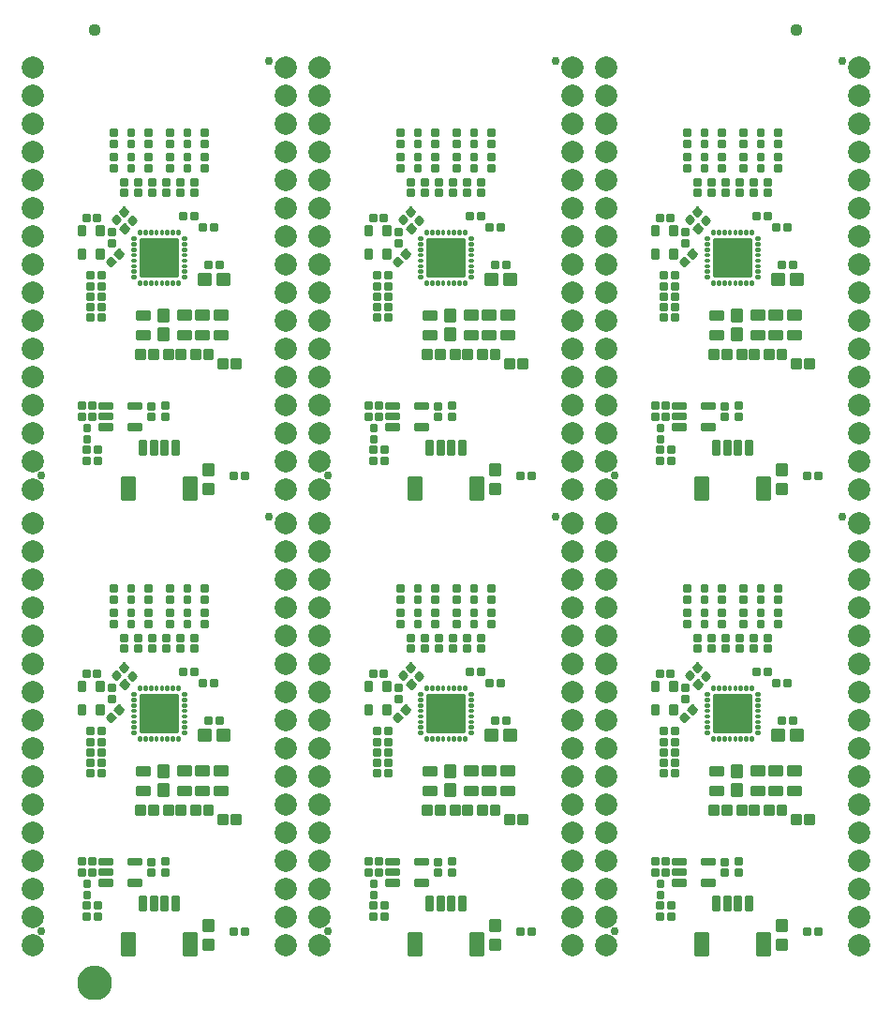
<source format=gts>
G04 EAGLE Gerber RS-274X export*
G75*
%MOMM*%
%FSLAX34Y34*%
%LPD*%
%INSoldermask Top*%
%IPPOS*%
%AMOC8*
5,1,8,0,0,1.08239X$1,22.5*%
G01*
%ADD10C,0.225588*%
%ADD11C,0.225369*%
%ADD12C,0.229969*%
%ADD13C,0.214619*%
%ADD14C,0.762000*%
%ADD15C,0.233100*%
%ADD16C,0.231750*%
%ADD17C,0.224709*%
%ADD18C,0.428259*%
%ADD19C,0.225400*%
%ADD20C,0.223409*%
%ADD21C,2.006600*%
%ADD22C,1.127000*%
%ADD23C,1.270000*%
%ADD24C,1.627000*%


D10*
X104507Y4543D02*
X93493Y4543D01*
X93493Y23557D01*
X104507Y23557D01*
X104507Y4543D01*
X104507Y6686D02*
X93493Y6686D01*
X93493Y8829D02*
X104507Y8829D01*
X104507Y10972D02*
X93493Y10972D01*
X93493Y13115D02*
X104507Y13115D01*
X104507Y15258D02*
X93493Y15258D01*
X93493Y17401D02*
X104507Y17401D01*
X104507Y19544D02*
X93493Y19544D01*
X93493Y21687D02*
X104507Y21687D01*
X149493Y4543D02*
X160507Y4543D01*
X149493Y4543D02*
X149493Y23557D01*
X160507Y23557D01*
X160507Y4543D01*
X160507Y6686D02*
X149493Y6686D01*
X149493Y8829D02*
X160507Y8829D01*
X160507Y10972D02*
X149493Y10972D01*
X149493Y13115D02*
X160507Y13115D01*
X160507Y15258D02*
X149493Y15258D01*
X149493Y17401D02*
X160507Y17401D01*
X160507Y19544D02*
X149493Y19544D01*
X149493Y21687D02*
X160507Y21687D01*
D11*
X114508Y44542D02*
X109492Y44542D01*
X109492Y57058D01*
X114508Y57058D01*
X114508Y44542D01*
X114508Y46683D02*
X109492Y46683D01*
X109492Y48824D02*
X114508Y48824D01*
X114508Y50965D02*
X109492Y50965D01*
X109492Y53106D02*
X114508Y53106D01*
X114508Y55247D02*
X109492Y55247D01*
X119492Y44542D02*
X124508Y44542D01*
X119492Y44542D02*
X119492Y57058D01*
X124508Y57058D01*
X124508Y44542D01*
X124508Y46683D02*
X119492Y46683D01*
X119492Y48824D02*
X124508Y48824D01*
X124508Y50965D02*
X119492Y50965D01*
X119492Y53106D02*
X124508Y53106D01*
X124508Y55247D02*
X119492Y55247D01*
X129492Y44542D02*
X134508Y44542D01*
X129492Y44542D02*
X129492Y57058D01*
X134508Y57058D01*
X134508Y44542D01*
X134508Y46683D02*
X129492Y46683D01*
X129492Y48824D02*
X134508Y48824D01*
X134508Y50965D02*
X129492Y50965D01*
X129492Y53106D02*
X134508Y53106D01*
X134508Y55247D02*
X129492Y55247D01*
X139492Y44542D02*
X144508Y44542D01*
X139492Y44542D02*
X139492Y57058D01*
X144508Y57058D01*
X144508Y44542D01*
X144508Y46683D02*
X139492Y46683D01*
X139492Y48824D02*
X144508Y48824D01*
X144508Y50965D02*
X139492Y50965D01*
X139492Y53106D02*
X144508Y53106D01*
X144508Y55247D02*
X139492Y55247D01*
D12*
X143765Y243765D02*
X145235Y243765D01*
X143765Y243765D02*
X143765Y246735D01*
X145235Y246735D01*
X145235Y243765D01*
X145235Y245950D02*
X143765Y245950D01*
X140235Y243765D02*
X138765Y243765D01*
X138765Y246735D01*
X140235Y246735D01*
X140235Y243765D01*
X140235Y245950D02*
X138765Y245950D01*
X135235Y243765D02*
X133765Y243765D01*
X133765Y246735D01*
X135235Y246735D01*
X135235Y243765D01*
X135235Y245950D02*
X133765Y245950D01*
X130235Y243765D02*
X128765Y243765D01*
X128765Y246735D01*
X130235Y246735D01*
X130235Y243765D01*
X130235Y245950D02*
X128765Y245950D01*
X125235Y243765D02*
X123765Y243765D01*
X123765Y246735D01*
X125235Y246735D01*
X125235Y243765D01*
X125235Y245950D02*
X123765Y245950D01*
X120235Y243765D02*
X118765Y243765D01*
X118765Y246735D01*
X120235Y246735D01*
X120235Y243765D01*
X120235Y245950D02*
X118765Y245950D01*
X115235Y243765D02*
X113765Y243765D01*
X113765Y246735D01*
X115235Y246735D01*
X115235Y243765D01*
X115235Y245950D02*
X113765Y245950D01*
X110235Y243765D02*
X108765Y243765D01*
X108765Y246735D01*
X110235Y246735D01*
X110235Y243765D01*
X110235Y245950D02*
X108765Y245950D01*
X105485Y240485D02*
X105485Y239015D01*
X102515Y239015D01*
X102515Y240485D01*
X105485Y240485D01*
X105485Y235485D02*
X105485Y234015D01*
X102515Y234015D01*
X102515Y235485D01*
X105485Y235485D01*
X105485Y230485D02*
X105485Y229015D01*
X102515Y229015D01*
X102515Y230485D01*
X105485Y230485D01*
X105485Y225485D02*
X105485Y224015D01*
X102515Y224015D01*
X102515Y225485D01*
X105485Y225485D01*
X105485Y220485D02*
X105485Y219015D01*
X102515Y219015D01*
X102515Y220485D01*
X105485Y220485D01*
X105485Y215485D02*
X105485Y214015D01*
X102515Y214015D01*
X102515Y215485D01*
X105485Y215485D01*
X105485Y210485D02*
X105485Y209015D01*
X102515Y209015D01*
X102515Y210485D01*
X105485Y210485D01*
X105485Y205485D02*
X105485Y204015D01*
X102515Y204015D01*
X102515Y205485D01*
X105485Y205485D01*
X108765Y200735D02*
X110235Y200735D01*
X110235Y197765D01*
X108765Y197765D01*
X108765Y200735D01*
X108765Y199950D02*
X110235Y199950D01*
X113765Y200735D02*
X115235Y200735D01*
X115235Y197765D01*
X113765Y197765D01*
X113765Y200735D01*
X113765Y199950D02*
X115235Y199950D01*
X118765Y200735D02*
X120235Y200735D01*
X120235Y197765D01*
X118765Y197765D01*
X118765Y200735D01*
X118765Y199950D02*
X120235Y199950D01*
X123765Y200735D02*
X125235Y200735D01*
X125235Y197765D01*
X123765Y197765D01*
X123765Y200735D01*
X123765Y199950D02*
X125235Y199950D01*
X128765Y200735D02*
X130235Y200735D01*
X130235Y197765D01*
X128765Y197765D01*
X128765Y200735D01*
X128765Y199950D02*
X130235Y199950D01*
X133765Y200735D02*
X135235Y200735D01*
X135235Y197765D01*
X133765Y197765D01*
X133765Y200735D01*
X133765Y199950D02*
X135235Y199950D01*
X138765Y200735D02*
X140235Y200735D01*
X140235Y197765D01*
X138765Y197765D01*
X138765Y200735D01*
X138765Y199950D02*
X140235Y199950D01*
X143765Y200735D02*
X145235Y200735D01*
X145235Y197765D01*
X143765Y197765D01*
X143765Y200735D01*
X143765Y199950D02*
X145235Y199950D01*
X148515Y204015D02*
X148515Y205485D01*
X151485Y205485D01*
X151485Y204015D01*
X148515Y204015D01*
X148515Y209015D02*
X148515Y210485D01*
X151485Y210485D01*
X151485Y209015D01*
X148515Y209015D01*
X148515Y214015D02*
X148515Y215485D01*
X151485Y215485D01*
X151485Y214015D01*
X148515Y214015D01*
X148515Y219015D02*
X148515Y220485D01*
X151485Y220485D01*
X151485Y219015D01*
X148515Y219015D01*
X148515Y224015D02*
X148515Y225485D01*
X151485Y225485D01*
X151485Y224015D01*
X148515Y224015D01*
X148515Y229015D02*
X148515Y230485D01*
X151485Y230485D01*
X151485Y229015D01*
X148515Y229015D01*
X148515Y234015D02*
X148515Y235485D01*
X151485Y235485D01*
X151485Y234015D01*
X148515Y234015D01*
X148515Y239015D02*
X148515Y240485D01*
X151485Y240485D01*
X151485Y239015D01*
X148515Y239015D01*
D13*
X110188Y239062D02*
X110188Y205438D01*
X110188Y239062D02*
X143812Y239062D01*
X143812Y205438D01*
X110188Y205438D01*
X110188Y207477D02*
X143812Y207477D01*
X143812Y209516D02*
X110188Y209516D01*
X110188Y211555D02*
X143812Y211555D01*
X143812Y213594D02*
X110188Y213594D01*
X110188Y215633D02*
X143812Y215633D01*
X143812Y217672D02*
X110188Y217672D01*
X110188Y219711D02*
X143812Y219711D01*
X143812Y221750D02*
X110188Y221750D01*
X110188Y223789D02*
X143812Y223789D01*
X143812Y225828D02*
X110188Y225828D01*
X110188Y227867D02*
X143812Y227867D01*
X143812Y229906D02*
X110188Y229906D01*
X110188Y231945D02*
X143812Y231945D01*
X143812Y233984D02*
X110188Y233984D01*
X110188Y236023D02*
X143812Y236023D01*
X143812Y238062D02*
X110188Y238062D01*
D11*
X82010Y243058D02*
X82010Y248074D01*
X87026Y248074D01*
X87026Y243058D01*
X82010Y243058D01*
X82010Y245199D02*
X87026Y245199D01*
X87026Y247340D02*
X82010Y247340D01*
X82010Y238074D02*
X82010Y233058D01*
X82010Y238074D02*
X87026Y238074D01*
X87026Y233058D01*
X82010Y233058D01*
X82010Y235199D02*
X87026Y235199D01*
X87026Y237340D02*
X82010Y237340D01*
X95749Y244903D02*
X99295Y248449D01*
X95749Y244903D02*
X92203Y248449D01*
X95749Y251995D01*
X99295Y248449D01*
X97890Y247044D02*
X93608Y247044D01*
X92939Y249185D02*
X98559Y249185D01*
X96418Y251326D02*
X95080Y251326D01*
X102820Y251974D02*
X106366Y255520D01*
X102820Y251974D02*
X99274Y255520D01*
X102820Y259066D01*
X106366Y255520D01*
X104961Y254115D02*
X100679Y254115D01*
X100010Y256256D02*
X105630Y256256D01*
X103489Y258397D02*
X102151Y258397D01*
X91935Y256592D02*
X88389Y253046D01*
X84843Y256592D01*
X88389Y260138D01*
X91935Y256592D01*
X90530Y255187D02*
X86248Y255187D01*
X85579Y257328D02*
X91199Y257328D01*
X89058Y259469D02*
X87720Y259469D01*
X95460Y260118D02*
X99006Y263664D01*
X95460Y260118D02*
X91914Y263664D01*
X95460Y267210D01*
X99006Y263664D01*
X97601Y262259D02*
X93319Y262259D01*
X92650Y264400D02*
X98270Y264400D01*
X96129Y266541D02*
X94791Y266541D01*
X179225Y218789D02*
X184241Y218789D01*
X184241Y213773D01*
X179225Y213773D01*
X179225Y218789D01*
X179225Y215914D02*
X184241Y215914D01*
X184241Y218055D02*
X179225Y218055D01*
X174241Y218789D02*
X169225Y218789D01*
X174241Y218789D02*
X174241Y213773D01*
X169225Y213773D01*
X169225Y218789D01*
X169225Y215914D02*
X174241Y215914D01*
X174241Y218055D02*
X169225Y218055D01*
X161198Y262379D02*
X156182Y262379D01*
X161198Y262379D02*
X161198Y257363D01*
X156182Y257363D01*
X156182Y262379D01*
X156182Y259504D02*
X161198Y259504D01*
X161198Y261645D02*
X156182Y261645D01*
X151198Y262379D02*
X146182Y262379D01*
X151198Y262379D02*
X151198Y257363D01*
X146182Y257363D01*
X146182Y262379D01*
X146182Y259504D02*
X151198Y259504D01*
X151198Y261645D02*
X146182Y261645D01*
X73904Y41548D02*
X68888Y41548D01*
X73904Y41548D02*
X73904Y36532D01*
X68888Y36532D01*
X68888Y41548D01*
X68888Y38673D02*
X73904Y38673D01*
X73904Y40814D02*
X68888Y40814D01*
X63904Y41548D02*
X58888Y41548D01*
X63904Y41548D02*
X63904Y36532D01*
X58888Y36532D01*
X58888Y41548D01*
X58888Y38673D02*
X63904Y38673D01*
X63904Y40814D02*
X58888Y40814D01*
X68989Y51505D02*
X74005Y51505D01*
X74005Y46489D01*
X68989Y46489D01*
X68989Y51505D01*
X68989Y48630D02*
X74005Y48630D01*
X74005Y50771D02*
X68989Y50771D01*
X64005Y51505D02*
X58989Y51505D01*
X64005Y51505D02*
X64005Y46489D01*
X58989Y46489D01*
X58989Y51505D01*
X58989Y48630D02*
X64005Y48630D01*
X64005Y50771D02*
X58989Y50771D01*
D14*
X20787Y25357D03*
X226226Y400021D03*
D15*
X70963Y250555D02*
X70963Y242615D01*
X70963Y250555D02*
X76403Y250555D01*
X76403Y242615D01*
X70963Y242615D01*
X70963Y244829D02*
X76403Y244829D01*
X76403Y247043D02*
X70963Y247043D01*
X70963Y249257D02*
X76403Y249257D01*
X54463Y250555D02*
X54463Y242615D01*
X54463Y250555D02*
X59903Y250555D01*
X59903Y242615D01*
X54463Y242615D01*
X54463Y244829D02*
X59903Y244829D01*
X59903Y247043D02*
X54463Y247043D01*
X54463Y249257D02*
X59903Y249257D01*
X54463Y229555D02*
X54463Y221615D01*
X54463Y229555D02*
X59903Y229555D01*
X59903Y221615D01*
X54463Y221615D01*
X54463Y223829D02*
X59903Y223829D01*
X59903Y226043D02*
X54463Y226043D01*
X54463Y228257D02*
X59903Y228257D01*
X70963Y229555D02*
X70963Y221615D01*
X70963Y229555D02*
X76403Y229555D01*
X76403Y221615D01*
X70963Y221615D01*
X70963Y223829D02*
X76403Y223829D01*
X76403Y226043D02*
X70963Y226043D01*
X70963Y228257D02*
X76403Y228257D01*
D11*
X73540Y260525D02*
X68524Y260525D01*
X73540Y260525D02*
X73540Y255509D01*
X68524Y255509D01*
X68524Y260525D01*
X68524Y257650D02*
X73540Y257650D01*
X73540Y259791D02*
X68524Y259791D01*
X63540Y260525D02*
X58524Y260525D01*
X63540Y260525D02*
X63540Y255509D01*
X58524Y255509D01*
X58524Y260525D01*
X58524Y257650D02*
X63540Y257650D01*
X63540Y259791D02*
X58524Y259791D01*
D16*
X160767Y174096D02*
X160767Y167144D01*
X160767Y174096D02*
X171719Y174096D01*
X171719Y167144D01*
X160767Y167144D01*
X160767Y169346D02*
X171719Y169346D01*
X171719Y171548D02*
X160767Y171548D01*
X160767Y173750D02*
X171719Y173750D01*
X160767Y156096D02*
X160767Y149144D01*
X160767Y156096D02*
X171719Y156096D01*
X171719Y149144D01*
X160767Y149144D01*
X160767Y151346D02*
X171719Y151346D01*
X171719Y153548D02*
X160767Y153548D01*
X160767Y155750D02*
X171719Y155750D01*
X177455Y167144D02*
X177455Y174096D01*
X188407Y174096D01*
X188407Y167144D01*
X177455Y167144D01*
X177455Y169346D02*
X188407Y169346D01*
X188407Y171548D02*
X177455Y171548D01*
X177455Y173750D02*
X188407Y173750D01*
X177455Y156096D02*
X177455Y149144D01*
X177455Y156096D02*
X188407Y156096D01*
X188407Y149144D01*
X177455Y149144D01*
X177455Y151346D02*
X188407Y151346D01*
X188407Y153548D02*
X177455Y153548D01*
X177455Y155750D02*
X188407Y155750D01*
X144003Y167144D02*
X144003Y174096D01*
X154955Y174096D01*
X154955Y167144D01*
X144003Y167144D01*
X144003Y169346D02*
X154955Y169346D01*
X154955Y171548D02*
X144003Y171548D01*
X144003Y173750D02*
X154955Y173750D01*
X144003Y156096D02*
X144003Y149144D01*
X144003Y156096D02*
X154955Y156096D01*
X154955Y149144D01*
X144003Y149144D01*
X144003Y151346D02*
X154955Y151346D01*
X154955Y153548D02*
X144003Y153548D01*
X144003Y155750D02*
X154955Y155750D01*
X107224Y167068D02*
X107224Y174020D01*
X118176Y174020D01*
X118176Y167068D01*
X107224Y167068D01*
X107224Y169270D02*
X118176Y169270D01*
X118176Y171472D02*
X107224Y171472D01*
X107224Y173674D02*
X118176Y173674D01*
X107224Y156020D02*
X107224Y149068D01*
X107224Y156020D02*
X118176Y156020D01*
X118176Y149068D01*
X107224Y149068D01*
X107224Y151270D02*
X118176Y151270D01*
X118176Y153472D02*
X107224Y153472D01*
X107224Y155674D02*
X118176Y155674D01*
D17*
X167697Y139165D02*
X175221Y139165D01*
X175221Y131141D01*
X167697Y131141D01*
X167697Y139165D01*
X167697Y133276D02*
X175221Y133276D01*
X175221Y135411D02*
X167697Y135411D01*
X167697Y137546D02*
X175221Y137546D01*
X163621Y139165D02*
X156097Y139165D01*
X163621Y139165D02*
X163621Y131141D01*
X156097Y131141D01*
X156097Y139165D01*
X156097Y133276D02*
X163621Y133276D01*
X163621Y135411D02*
X156097Y135411D01*
X156097Y137546D02*
X163621Y137546D01*
X180811Y122505D02*
X188335Y122505D01*
X180811Y122505D02*
X180811Y130529D01*
X188335Y130529D01*
X188335Y122505D01*
X188335Y124640D02*
X180811Y124640D01*
X180811Y126775D02*
X188335Y126775D01*
X188335Y128910D02*
X180811Y128910D01*
X192411Y122505D02*
X199935Y122505D01*
X192411Y122505D02*
X192411Y130529D01*
X199935Y130529D01*
X199935Y122505D01*
X199935Y124640D02*
X192411Y124640D01*
X192411Y126775D02*
X199935Y126775D01*
X199935Y128910D02*
X192411Y128910D01*
X150481Y139191D02*
X142957Y139191D01*
X150481Y139191D02*
X150481Y131167D01*
X142957Y131167D01*
X142957Y139191D01*
X142957Y133302D02*
X150481Y133302D01*
X150481Y135437D02*
X142957Y135437D01*
X142957Y137572D02*
X150481Y137572D01*
X138881Y139191D02*
X131357Y139191D01*
X138881Y139191D02*
X138881Y131167D01*
X131357Y131167D01*
X131357Y139191D01*
X131357Y133302D02*
X138881Y133302D01*
X138881Y135437D02*
X131357Y135437D01*
X131357Y137572D02*
X138881Y137572D01*
X113913Y131116D02*
X106389Y131116D01*
X106389Y139140D01*
X113913Y139140D01*
X113913Y131116D01*
X113913Y133251D02*
X106389Y133251D01*
X106389Y135386D02*
X113913Y135386D01*
X113913Y137521D02*
X106389Y137521D01*
X117989Y131116D02*
X125513Y131116D01*
X117989Y131116D02*
X117989Y139140D01*
X125513Y139140D01*
X125513Y131116D01*
X125513Y133251D02*
X117989Y133251D01*
X117989Y135386D02*
X125513Y135386D01*
X125513Y137521D02*
X117989Y137521D01*
D18*
X167956Y16949D02*
X174944Y16949D01*
X174944Y9961D01*
X167956Y9961D01*
X167956Y16949D01*
X167956Y14030D02*
X174944Y14030D01*
X174944Y34489D02*
X167956Y34489D01*
X174944Y34489D02*
X174944Y27501D01*
X167956Y27501D01*
X167956Y34489D01*
X167956Y31570D02*
X174944Y31570D01*
D11*
X201882Y27908D02*
X206898Y27908D01*
X206898Y22892D01*
X201882Y22892D01*
X201882Y27908D01*
X201882Y25033D02*
X206898Y25033D01*
X206898Y27174D02*
X201882Y27174D01*
X196898Y27908D02*
X191882Y27908D01*
X196898Y27908D02*
X196898Y22892D01*
X191882Y22892D01*
X191882Y27908D01*
X191882Y25033D02*
X196898Y25033D01*
X196898Y27174D02*
X191882Y27174D01*
X130842Y288242D02*
X130842Y293258D01*
X135858Y293258D01*
X135858Y288242D01*
X130842Y288242D01*
X130842Y290383D02*
X135858Y290383D01*
X135858Y292524D02*
X130842Y292524D01*
X130842Y283258D02*
X130842Y278242D01*
X130842Y283258D02*
X135858Y283258D01*
X135858Y278242D01*
X130842Y278242D01*
X130842Y280383D02*
X135858Y280383D01*
X135858Y282524D02*
X130842Y282524D01*
X143542Y288242D02*
X143542Y293258D01*
X148558Y293258D01*
X148558Y288242D01*
X143542Y288242D01*
X143542Y290383D02*
X148558Y290383D01*
X148558Y292524D02*
X143542Y292524D01*
X143542Y283258D02*
X143542Y278242D01*
X143542Y283258D02*
X148558Y283258D01*
X148558Y278242D01*
X143542Y278242D01*
X143542Y280383D02*
X148558Y280383D01*
X148558Y282524D02*
X143542Y282524D01*
X134017Y310467D02*
X134017Y315483D01*
X139033Y315483D01*
X139033Y310467D01*
X134017Y310467D01*
X134017Y312608D02*
X139033Y312608D01*
X139033Y314749D02*
X134017Y314749D01*
X134017Y305483D02*
X134017Y300467D01*
X134017Y305483D02*
X139033Y305483D01*
X139033Y300467D01*
X134017Y300467D01*
X134017Y302608D02*
X139033Y302608D01*
X139033Y304749D02*
X134017Y304749D01*
X149892Y310467D02*
X149892Y315483D01*
X154908Y315483D01*
X154908Y310467D01*
X149892Y310467D01*
X149892Y312608D02*
X154908Y312608D01*
X154908Y314749D02*
X149892Y314749D01*
X149892Y305483D02*
X149892Y300467D01*
X149892Y305483D02*
X154908Y305483D01*
X154908Y300467D01*
X149892Y300467D01*
X149892Y302608D02*
X154908Y302608D01*
X154908Y304749D02*
X149892Y304749D01*
X154908Y322692D02*
X154908Y327708D01*
X154908Y322692D02*
X149892Y322692D01*
X149892Y327708D01*
X154908Y327708D01*
X154908Y324833D02*
X149892Y324833D01*
X149892Y326974D02*
X154908Y326974D01*
X154908Y332692D02*
X154908Y337708D01*
X154908Y332692D02*
X149892Y332692D01*
X149892Y337708D01*
X154908Y337708D01*
X154908Y334833D02*
X149892Y334833D01*
X149892Y336974D02*
X154908Y336974D01*
X139033Y327708D02*
X139033Y322692D01*
X134017Y322692D01*
X134017Y327708D01*
X139033Y327708D01*
X139033Y324833D02*
X134017Y324833D01*
X134017Y326974D02*
X139033Y326974D01*
X139033Y332692D02*
X139033Y337708D01*
X139033Y332692D02*
X134017Y332692D01*
X134017Y337708D01*
X139033Y337708D01*
X139033Y334833D02*
X134017Y334833D01*
X134017Y336974D02*
X139033Y336974D01*
X165767Y315483D02*
X165767Y310467D01*
X165767Y315483D02*
X170783Y315483D01*
X170783Y310467D01*
X165767Y310467D01*
X165767Y312608D02*
X170783Y312608D01*
X170783Y314749D02*
X165767Y314749D01*
X165767Y305483D02*
X165767Y300467D01*
X165767Y305483D02*
X170783Y305483D01*
X170783Y300467D01*
X165767Y300467D01*
X165767Y302608D02*
X170783Y302608D01*
X170783Y304749D02*
X165767Y304749D01*
X114967Y310467D02*
X114967Y315483D01*
X119983Y315483D01*
X119983Y310467D01*
X114967Y310467D01*
X114967Y312608D02*
X119983Y312608D01*
X119983Y314749D02*
X114967Y314749D01*
X114967Y305483D02*
X114967Y300467D01*
X114967Y305483D02*
X119983Y305483D01*
X119983Y300467D01*
X114967Y300467D01*
X114967Y302608D02*
X119983Y302608D01*
X119983Y304749D02*
X114967Y304749D01*
X99092Y310467D02*
X99092Y315483D01*
X104108Y315483D01*
X104108Y310467D01*
X99092Y310467D01*
X99092Y312608D02*
X104108Y312608D01*
X104108Y314749D02*
X99092Y314749D01*
X99092Y305483D02*
X99092Y300467D01*
X99092Y305483D02*
X104108Y305483D01*
X104108Y300467D01*
X99092Y300467D01*
X99092Y302608D02*
X104108Y302608D01*
X104108Y304749D02*
X99092Y304749D01*
X83217Y310467D02*
X83217Y315483D01*
X88233Y315483D01*
X88233Y310467D01*
X83217Y310467D01*
X83217Y312608D02*
X88233Y312608D01*
X88233Y314749D02*
X83217Y314749D01*
X83217Y305483D02*
X83217Y300467D01*
X83217Y305483D02*
X88233Y305483D01*
X88233Y300467D01*
X83217Y300467D01*
X83217Y302608D02*
X88233Y302608D01*
X88233Y304749D02*
X83217Y304749D01*
X156242Y293258D02*
X156242Y288242D01*
X156242Y293258D02*
X161258Y293258D01*
X161258Y288242D01*
X156242Y288242D01*
X156242Y290383D02*
X161258Y290383D01*
X161258Y292524D02*
X156242Y292524D01*
X156242Y283258D02*
X156242Y278242D01*
X156242Y283258D02*
X161258Y283258D01*
X161258Y278242D01*
X156242Y278242D01*
X156242Y280383D02*
X161258Y280383D01*
X161258Y282524D02*
X156242Y282524D01*
X118142Y288242D02*
X118142Y293258D01*
X123158Y293258D01*
X123158Y288242D01*
X118142Y288242D01*
X118142Y290383D02*
X123158Y290383D01*
X123158Y292524D02*
X118142Y292524D01*
X118142Y283258D02*
X118142Y278242D01*
X118142Y283258D02*
X123158Y283258D01*
X123158Y278242D01*
X118142Y278242D01*
X118142Y280383D02*
X123158Y280383D01*
X123158Y282524D02*
X118142Y282524D01*
X105442Y288242D02*
X105442Y293258D01*
X110458Y293258D01*
X110458Y288242D01*
X105442Y288242D01*
X105442Y290383D02*
X110458Y290383D01*
X110458Y292524D02*
X105442Y292524D01*
X105442Y283258D02*
X105442Y278242D01*
X105442Y283258D02*
X110458Y283258D01*
X110458Y278242D01*
X105442Y278242D01*
X105442Y280383D02*
X110458Y280383D01*
X110458Y282524D02*
X105442Y282524D01*
X92742Y288242D02*
X92742Y293258D01*
X97758Y293258D01*
X97758Y288242D01*
X92742Y288242D01*
X92742Y290383D02*
X97758Y290383D01*
X97758Y292524D02*
X92742Y292524D01*
X92742Y283258D02*
X92742Y278242D01*
X92742Y283258D02*
X97758Y283258D01*
X97758Y278242D01*
X92742Y278242D01*
X92742Y280383D02*
X97758Y280383D01*
X97758Y282524D02*
X92742Y282524D01*
X170783Y322692D02*
X170783Y327708D01*
X170783Y322692D02*
X165767Y322692D01*
X165767Y327708D01*
X170783Y327708D01*
X170783Y324833D02*
X165767Y324833D01*
X165767Y326974D02*
X170783Y326974D01*
X170783Y332692D02*
X170783Y337708D01*
X170783Y332692D02*
X165767Y332692D01*
X165767Y337708D01*
X170783Y337708D01*
X170783Y334833D02*
X165767Y334833D01*
X165767Y336974D02*
X170783Y336974D01*
X119983Y327708D02*
X119983Y322692D01*
X114967Y322692D01*
X114967Y327708D01*
X119983Y327708D01*
X119983Y324833D02*
X114967Y324833D01*
X114967Y326974D02*
X119983Y326974D01*
X119983Y332692D02*
X119983Y337708D01*
X119983Y332692D02*
X114967Y332692D01*
X114967Y337708D01*
X119983Y337708D01*
X119983Y334833D02*
X114967Y334833D01*
X114967Y336974D02*
X119983Y336974D01*
X104108Y327708D02*
X104108Y322692D01*
X99092Y322692D01*
X99092Y327708D01*
X104108Y327708D01*
X104108Y324833D02*
X99092Y324833D01*
X99092Y326974D02*
X104108Y326974D01*
X104108Y332692D02*
X104108Y337708D01*
X104108Y332692D02*
X99092Y332692D01*
X99092Y337708D01*
X104108Y337708D01*
X104108Y334833D02*
X99092Y334833D01*
X99092Y336974D02*
X104108Y336974D01*
X88233Y327708D02*
X88233Y322692D01*
X83217Y322692D01*
X83217Y327708D01*
X88233Y327708D01*
X88233Y324833D02*
X83217Y324833D01*
X83217Y326974D02*
X88233Y326974D01*
X88233Y332692D02*
X88233Y337708D01*
X88233Y332692D02*
X83217Y332692D01*
X83217Y337708D01*
X88233Y337708D01*
X88233Y334833D02*
X83217Y334833D01*
X83217Y336974D02*
X88233Y336974D01*
X55023Y91201D02*
X55023Y86185D01*
X55023Y91201D02*
X60039Y91201D01*
X60039Y86185D01*
X55023Y86185D01*
X55023Y88326D02*
X60039Y88326D01*
X60039Y90467D02*
X55023Y90467D01*
X55023Y81201D02*
X55023Y76185D01*
X55023Y81201D02*
X60039Y81201D01*
X60039Y76185D01*
X55023Y76185D01*
X55023Y78326D02*
X60039Y78326D01*
X60039Y80467D02*
X55023Y80467D01*
X173942Y252190D02*
X178958Y252190D01*
X178958Y247174D01*
X173942Y247174D01*
X173942Y252190D01*
X173942Y249315D02*
X178958Y249315D01*
X178958Y251456D02*
X173942Y251456D01*
X168958Y252190D02*
X163942Y252190D01*
X168958Y252190D02*
X168958Y247174D01*
X163942Y247174D01*
X163942Y252190D01*
X163942Y249315D02*
X168958Y249315D01*
X168958Y251456D02*
X163942Y251456D01*
D19*
X126353Y175001D02*
X126353Y164985D01*
X126353Y175001D02*
X135369Y175001D01*
X135369Y164985D01*
X126353Y164985D01*
X126353Y167126D02*
X135369Y167126D01*
X135369Y169267D02*
X126353Y169267D01*
X126353Y171408D02*
X135369Y171408D01*
X135369Y173549D02*
X126353Y173549D01*
X126353Y158001D02*
X126353Y147985D01*
X126353Y158001D02*
X135369Y158001D01*
X135369Y147985D01*
X126353Y147985D01*
X126353Y150126D02*
X135369Y150126D01*
X135369Y152267D02*
X126353Y152267D01*
X126353Y154408D02*
X135369Y154408D01*
X135369Y156549D02*
X126353Y156549D01*
X163301Y198362D02*
X173317Y198362D01*
X163301Y198362D02*
X163301Y207378D01*
X173317Y207378D01*
X173317Y198362D01*
X173317Y200503D02*
X163301Y200503D01*
X163301Y202644D02*
X173317Y202644D01*
X173317Y204785D02*
X163301Y204785D01*
X163301Y206926D02*
X173317Y206926D01*
X180301Y198362D02*
X190317Y198362D01*
X180301Y198362D02*
X180301Y207378D01*
X190317Y207378D01*
X190317Y198362D01*
X190317Y200503D02*
X180301Y200503D01*
X180301Y202644D02*
X190317Y202644D01*
X190317Y204785D02*
X180301Y204785D01*
X180301Y206926D02*
X190317Y206926D01*
D11*
X67358Y175292D02*
X62342Y175292D01*
X62342Y180308D01*
X67358Y180308D01*
X67358Y175292D01*
X67358Y177433D02*
X62342Y177433D01*
X62342Y179574D02*
X67358Y179574D01*
X72342Y175292D02*
X77358Y175292D01*
X72342Y175292D02*
X72342Y180308D01*
X77358Y180308D01*
X77358Y175292D01*
X77358Y177433D02*
X72342Y177433D01*
X72342Y179574D02*
X77358Y179574D01*
X67358Y194342D02*
X62342Y194342D01*
X62342Y199358D01*
X67358Y199358D01*
X67358Y194342D01*
X67358Y196483D02*
X62342Y196483D01*
X62342Y198624D02*
X67358Y198624D01*
X72342Y194342D02*
X77358Y194342D01*
X72342Y194342D02*
X72342Y199358D01*
X77358Y199358D01*
X77358Y194342D01*
X77358Y196483D02*
X72342Y196483D01*
X72342Y198624D02*
X77358Y198624D01*
X67358Y203867D02*
X62342Y203867D01*
X62342Y208883D01*
X67358Y208883D01*
X67358Y203867D01*
X67358Y206008D02*
X62342Y206008D01*
X62342Y208149D02*
X67358Y208149D01*
X72342Y203867D02*
X77358Y203867D01*
X72342Y203867D02*
X72342Y208883D01*
X77358Y208883D01*
X77358Y203867D01*
X77358Y206008D02*
X72342Y206008D01*
X72342Y208149D02*
X77358Y208149D01*
X67358Y165767D02*
X62342Y165767D01*
X62342Y170783D01*
X67358Y170783D01*
X67358Y165767D01*
X67358Y167908D02*
X62342Y167908D01*
X62342Y170049D02*
X67358Y170049D01*
X72342Y165767D02*
X77358Y165767D01*
X72342Y165767D02*
X72342Y170783D01*
X77358Y170783D01*
X77358Y165767D01*
X77358Y167908D02*
X72342Y167908D01*
X72342Y170049D02*
X77358Y170049D01*
X67358Y184817D02*
X62342Y184817D01*
X62342Y189833D01*
X67358Y189833D01*
X67358Y184817D01*
X67358Y186958D02*
X62342Y186958D01*
X62342Y189099D02*
X67358Y189099D01*
X72342Y184817D02*
X77358Y184817D01*
X72342Y184817D02*
X72342Y189833D01*
X77358Y189833D01*
X77358Y184817D01*
X77358Y186958D02*
X72342Y186958D01*
X72342Y189099D02*
X77358Y189099D01*
X117634Y90947D02*
X117634Y85931D01*
X117634Y90947D02*
X122650Y90947D01*
X122650Y85931D01*
X117634Y85931D01*
X117634Y88072D02*
X122650Y88072D01*
X122650Y90213D02*
X117634Y90213D01*
X117634Y80947D02*
X117634Y75931D01*
X117634Y80947D02*
X122650Y80947D01*
X122650Y75931D01*
X117634Y75931D01*
X117634Y78072D02*
X122650Y78072D01*
X122650Y80213D02*
X117634Y80213D01*
D20*
X73556Y86226D02*
X73556Y90762D01*
X84592Y90762D01*
X84592Y86226D01*
X73556Y86226D01*
X73556Y88348D02*
X84592Y88348D01*
X84592Y90470D02*
X73556Y90470D01*
X73556Y81262D02*
X73556Y76726D01*
X73556Y81262D02*
X84592Y81262D01*
X84592Y76726D01*
X73556Y76726D01*
X73556Y78848D02*
X84592Y78848D01*
X84592Y80970D02*
X73556Y80970D01*
X73556Y71762D02*
X73556Y67226D01*
X73556Y71762D02*
X84592Y71762D01*
X84592Y67226D01*
X73556Y67226D01*
X73556Y69348D02*
X84592Y69348D01*
X84592Y71470D02*
X73556Y71470D01*
X99558Y71762D02*
X99558Y67226D01*
X99558Y71762D02*
X110594Y71762D01*
X110594Y67226D01*
X99558Y67226D01*
X99558Y69348D02*
X110594Y69348D01*
X110594Y71470D02*
X99558Y71470D01*
X99558Y86226D02*
X99558Y90762D01*
X110594Y90762D01*
X110594Y86226D01*
X99558Y86226D01*
X99558Y88348D02*
X110594Y88348D01*
X110594Y90470D02*
X99558Y90470D01*
D11*
X130334Y91201D02*
X130334Y86185D01*
X130334Y91201D02*
X135350Y91201D01*
X135350Y86185D01*
X130334Y86185D01*
X130334Y88326D02*
X135350Y88326D01*
X135350Y90467D02*
X130334Y90467D01*
X130334Y81201D02*
X130334Y76185D01*
X130334Y81201D02*
X135350Y81201D01*
X135350Y76185D01*
X130334Y76185D01*
X130334Y78326D02*
X135350Y78326D01*
X135350Y80467D02*
X130334Y80467D01*
X59316Y70906D02*
X59316Y65890D01*
X59316Y70906D02*
X64332Y70906D01*
X64332Y65890D01*
X59316Y65890D01*
X59316Y68031D02*
X64332Y68031D01*
X64332Y70172D02*
X59316Y70172D01*
X59316Y60906D02*
X59316Y55890D01*
X59316Y60906D02*
X64332Y60906D01*
X64332Y55890D01*
X59316Y55890D01*
X59316Y58031D02*
X64332Y58031D01*
X64332Y60172D02*
X59316Y60172D01*
X64167Y86058D02*
X64167Y91074D01*
X69183Y91074D01*
X69183Y86058D01*
X64167Y86058D01*
X64167Y88199D02*
X69183Y88199D01*
X69183Y90340D02*
X64167Y90340D01*
X64167Y81074D02*
X64167Y76058D01*
X64167Y81074D02*
X69183Y81074D01*
X69183Y76058D01*
X64167Y76058D01*
X64167Y78199D02*
X69183Y78199D01*
X69183Y80340D02*
X64167Y80340D01*
X83676Y214973D02*
X87222Y218519D01*
X83676Y214973D02*
X80130Y218519D01*
X83676Y222065D01*
X87222Y218519D01*
X85817Y217114D02*
X81535Y217114D01*
X80866Y219255D02*
X86486Y219255D01*
X84345Y221396D02*
X83007Y221396D01*
X90747Y222045D02*
X94293Y225591D01*
X90747Y222045D02*
X87201Y225591D01*
X90747Y229137D01*
X94293Y225591D01*
X92888Y224186D02*
X88606Y224186D01*
X87937Y226327D02*
X93557Y226327D01*
X91416Y228468D02*
X90078Y228468D01*
D21*
X12700Y12700D03*
X12700Y38100D03*
X12700Y63500D03*
X12700Y88900D03*
X12700Y114300D03*
X12700Y139700D03*
X12700Y165100D03*
X12700Y190500D03*
X12700Y215900D03*
X12700Y241300D03*
X12700Y266700D03*
X12700Y292100D03*
X12700Y317500D03*
X12700Y342900D03*
X12700Y368300D03*
X12700Y393700D03*
X241300Y12700D03*
X241300Y38100D03*
X241300Y63500D03*
X241300Y88900D03*
X241300Y114300D03*
X241300Y139700D03*
X241300Y165100D03*
X241300Y190500D03*
X241300Y215900D03*
X241300Y241300D03*
X241300Y266700D03*
X241300Y292100D03*
X241300Y317500D03*
X241300Y342900D03*
X241300Y368300D03*
X241300Y393700D03*
D10*
X352573Y4543D02*
X363587Y4543D01*
X352573Y4543D02*
X352573Y23557D01*
X363587Y23557D01*
X363587Y4543D01*
X363587Y6686D02*
X352573Y6686D01*
X352573Y8829D02*
X363587Y8829D01*
X363587Y10972D02*
X352573Y10972D01*
X352573Y13115D02*
X363587Y13115D01*
X363587Y15258D02*
X352573Y15258D01*
X352573Y17401D02*
X363587Y17401D01*
X363587Y19544D02*
X352573Y19544D01*
X352573Y21687D02*
X363587Y21687D01*
X408573Y4543D02*
X419587Y4543D01*
X408573Y4543D02*
X408573Y23557D01*
X419587Y23557D01*
X419587Y4543D01*
X419587Y6686D02*
X408573Y6686D01*
X408573Y8829D02*
X419587Y8829D01*
X419587Y10972D02*
X408573Y10972D01*
X408573Y13115D02*
X419587Y13115D01*
X419587Y15258D02*
X408573Y15258D01*
X408573Y17401D02*
X419587Y17401D01*
X419587Y19544D02*
X408573Y19544D01*
X408573Y21687D02*
X419587Y21687D01*
D11*
X373588Y44542D02*
X368572Y44542D01*
X368572Y57058D01*
X373588Y57058D01*
X373588Y44542D01*
X373588Y46683D02*
X368572Y46683D01*
X368572Y48824D02*
X373588Y48824D01*
X373588Y50965D02*
X368572Y50965D01*
X368572Y53106D02*
X373588Y53106D01*
X373588Y55247D02*
X368572Y55247D01*
X378572Y44542D02*
X383588Y44542D01*
X378572Y44542D02*
X378572Y57058D01*
X383588Y57058D01*
X383588Y44542D01*
X383588Y46683D02*
X378572Y46683D01*
X378572Y48824D02*
X383588Y48824D01*
X383588Y50965D02*
X378572Y50965D01*
X378572Y53106D02*
X383588Y53106D01*
X383588Y55247D02*
X378572Y55247D01*
X388572Y44542D02*
X393588Y44542D01*
X388572Y44542D02*
X388572Y57058D01*
X393588Y57058D01*
X393588Y44542D01*
X393588Y46683D02*
X388572Y46683D01*
X388572Y48824D02*
X393588Y48824D01*
X393588Y50965D02*
X388572Y50965D01*
X388572Y53106D02*
X393588Y53106D01*
X393588Y55247D02*
X388572Y55247D01*
X398572Y44542D02*
X403588Y44542D01*
X398572Y44542D02*
X398572Y57058D01*
X403588Y57058D01*
X403588Y44542D01*
X403588Y46683D02*
X398572Y46683D01*
X398572Y48824D02*
X403588Y48824D01*
X403588Y50965D02*
X398572Y50965D01*
X398572Y53106D02*
X403588Y53106D01*
X403588Y55247D02*
X398572Y55247D01*
D12*
X402845Y243765D02*
X404315Y243765D01*
X402845Y243765D02*
X402845Y246735D01*
X404315Y246735D01*
X404315Y243765D01*
X404315Y245950D02*
X402845Y245950D01*
X399315Y243765D02*
X397845Y243765D01*
X397845Y246735D01*
X399315Y246735D01*
X399315Y243765D01*
X399315Y245950D02*
X397845Y245950D01*
X394315Y243765D02*
X392845Y243765D01*
X392845Y246735D01*
X394315Y246735D01*
X394315Y243765D01*
X394315Y245950D02*
X392845Y245950D01*
X389315Y243765D02*
X387845Y243765D01*
X387845Y246735D01*
X389315Y246735D01*
X389315Y243765D01*
X389315Y245950D02*
X387845Y245950D01*
X384315Y243765D02*
X382845Y243765D01*
X382845Y246735D01*
X384315Y246735D01*
X384315Y243765D01*
X384315Y245950D02*
X382845Y245950D01*
X379315Y243765D02*
X377845Y243765D01*
X377845Y246735D01*
X379315Y246735D01*
X379315Y243765D01*
X379315Y245950D02*
X377845Y245950D01*
X374315Y243765D02*
X372845Y243765D01*
X372845Y246735D01*
X374315Y246735D01*
X374315Y243765D01*
X374315Y245950D02*
X372845Y245950D01*
X369315Y243765D02*
X367845Y243765D01*
X367845Y246735D01*
X369315Y246735D01*
X369315Y243765D01*
X369315Y245950D02*
X367845Y245950D01*
X364565Y240485D02*
X364565Y239015D01*
X361595Y239015D01*
X361595Y240485D01*
X364565Y240485D01*
X364565Y235485D02*
X364565Y234015D01*
X361595Y234015D01*
X361595Y235485D01*
X364565Y235485D01*
X364565Y230485D02*
X364565Y229015D01*
X361595Y229015D01*
X361595Y230485D01*
X364565Y230485D01*
X364565Y225485D02*
X364565Y224015D01*
X361595Y224015D01*
X361595Y225485D01*
X364565Y225485D01*
X364565Y220485D02*
X364565Y219015D01*
X361595Y219015D01*
X361595Y220485D01*
X364565Y220485D01*
X364565Y215485D02*
X364565Y214015D01*
X361595Y214015D01*
X361595Y215485D01*
X364565Y215485D01*
X364565Y210485D02*
X364565Y209015D01*
X361595Y209015D01*
X361595Y210485D01*
X364565Y210485D01*
X364565Y205485D02*
X364565Y204015D01*
X361595Y204015D01*
X361595Y205485D01*
X364565Y205485D01*
X367845Y200735D02*
X369315Y200735D01*
X369315Y197765D01*
X367845Y197765D01*
X367845Y200735D01*
X367845Y199950D02*
X369315Y199950D01*
X372845Y200735D02*
X374315Y200735D01*
X374315Y197765D01*
X372845Y197765D01*
X372845Y200735D01*
X372845Y199950D02*
X374315Y199950D01*
X377845Y200735D02*
X379315Y200735D01*
X379315Y197765D01*
X377845Y197765D01*
X377845Y200735D01*
X377845Y199950D02*
X379315Y199950D01*
X382845Y200735D02*
X384315Y200735D01*
X384315Y197765D01*
X382845Y197765D01*
X382845Y200735D01*
X382845Y199950D02*
X384315Y199950D01*
X387845Y200735D02*
X389315Y200735D01*
X389315Y197765D01*
X387845Y197765D01*
X387845Y200735D01*
X387845Y199950D02*
X389315Y199950D01*
X392845Y200735D02*
X394315Y200735D01*
X394315Y197765D01*
X392845Y197765D01*
X392845Y200735D01*
X392845Y199950D02*
X394315Y199950D01*
X397845Y200735D02*
X399315Y200735D01*
X399315Y197765D01*
X397845Y197765D01*
X397845Y200735D01*
X397845Y199950D02*
X399315Y199950D01*
X402845Y200735D02*
X404315Y200735D01*
X404315Y197765D01*
X402845Y197765D01*
X402845Y200735D01*
X402845Y199950D02*
X404315Y199950D01*
X407595Y204015D02*
X407595Y205485D01*
X410565Y205485D01*
X410565Y204015D01*
X407595Y204015D01*
X407595Y209015D02*
X407595Y210485D01*
X410565Y210485D01*
X410565Y209015D01*
X407595Y209015D01*
X407595Y214015D02*
X407595Y215485D01*
X410565Y215485D01*
X410565Y214015D01*
X407595Y214015D01*
X407595Y219015D02*
X407595Y220485D01*
X410565Y220485D01*
X410565Y219015D01*
X407595Y219015D01*
X407595Y224015D02*
X407595Y225485D01*
X410565Y225485D01*
X410565Y224015D01*
X407595Y224015D01*
X407595Y229015D02*
X407595Y230485D01*
X410565Y230485D01*
X410565Y229015D01*
X407595Y229015D01*
X407595Y234015D02*
X407595Y235485D01*
X410565Y235485D01*
X410565Y234015D01*
X407595Y234015D01*
X407595Y239015D02*
X407595Y240485D01*
X410565Y240485D01*
X410565Y239015D01*
X407595Y239015D01*
D13*
X369268Y239062D02*
X369268Y205438D01*
X369268Y239062D02*
X402892Y239062D01*
X402892Y205438D01*
X369268Y205438D01*
X369268Y207477D02*
X402892Y207477D01*
X402892Y209516D02*
X369268Y209516D01*
X369268Y211555D02*
X402892Y211555D01*
X402892Y213594D02*
X369268Y213594D01*
X369268Y215633D02*
X402892Y215633D01*
X402892Y217672D02*
X369268Y217672D01*
X369268Y219711D02*
X402892Y219711D01*
X402892Y221750D02*
X369268Y221750D01*
X369268Y223789D02*
X402892Y223789D01*
X402892Y225828D02*
X369268Y225828D01*
X369268Y227867D02*
X402892Y227867D01*
X402892Y229906D02*
X369268Y229906D01*
X369268Y231945D02*
X402892Y231945D01*
X402892Y233984D02*
X369268Y233984D01*
X369268Y236023D02*
X402892Y236023D01*
X402892Y238062D02*
X369268Y238062D01*
D11*
X341090Y243058D02*
X341090Y248074D01*
X346106Y248074D01*
X346106Y243058D01*
X341090Y243058D01*
X341090Y245199D02*
X346106Y245199D01*
X346106Y247340D02*
X341090Y247340D01*
X341090Y238074D02*
X341090Y233058D01*
X341090Y238074D02*
X346106Y238074D01*
X346106Y233058D01*
X341090Y233058D01*
X341090Y235199D02*
X346106Y235199D01*
X346106Y237340D02*
X341090Y237340D01*
X354829Y244903D02*
X358375Y248449D01*
X354829Y244903D02*
X351283Y248449D01*
X354829Y251995D01*
X358375Y248449D01*
X356970Y247044D02*
X352688Y247044D01*
X352019Y249185D02*
X357639Y249185D01*
X355498Y251326D02*
X354160Y251326D01*
X361900Y251974D02*
X365446Y255520D01*
X361900Y251974D02*
X358354Y255520D01*
X361900Y259066D01*
X365446Y255520D01*
X364041Y254115D02*
X359759Y254115D01*
X359090Y256256D02*
X364710Y256256D01*
X362569Y258397D02*
X361231Y258397D01*
X351015Y256592D02*
X347469Y253046D01*
X343923Y256592D01*
X347469Y260138D01*
X351015Y256592D01*
X349610Y255187D02*
X345328Y255187D01*
X344659Y257328D02*
X350279Y257328D01*
X348138Y259469D02*
X346800Y259469D01*
X354540Y260118D02*
X358086Y263664D01*
X354540Y260118D02*
X350994Y263664D01*
X354540Y267210D01*
X358086Y263664D01*
X356681Y262259D02*
X352399Y262259D01*
X351730Y264400D02*
X357350Y264400D01*
X355209Y266541D02*
X353871Y266541D01*
X438305Y218789D02*
X443321Y218789D01*
X443321Y213773D01*
X438305Y213773D01*
X438305Y218789D01*
X438305Y215914D02*
X443321Y215914D01*
X443321Y218055D02*
X438305Y218055D01*
X433321Y218789D02*
X428305Y218789D01*
X433321Y218789D02*
X433321Y213773D01*
X428305Y213773D01*
X428305Y218789D01*
X428305Y215914D02*
X433321Y215914D01*
X433321Y218055D02*
X428305Y218055D01*
X420278Y262379D02*
X415262Y262379D01*
X420278Y262379D02*
X420278Y257363D01*
X415262Y257363D01*
X415262Y262379D01*
X415262Y259504D02*
X420278Y259504D01*
X420278Y261645D02*
X415262Y261645D01*
X410278Y262379D02*
X405262Y262379D01*
X410278Y262379D02*
X410278Y257363D01*
X405262Y257363D01*
X405262Y262379D01*
X405262Y259504D02*
X410278Y259504D01*
X410278Y261645D02*
X405262Y261645D01*
X332984Y41548D02*
X327968Y41548D01*
X332984Y41548D02*
X332984Y36532D01*
X327968Y36532D01*
X327968Y41548D01*
X327968Y38673D02*
X332984Y38673D01*
X332984Y40814D02*
X327968Y40814D01*
X322984Y41548D02*
X317968Y41548D01*
X322984Y41548D02*
X322984Y36532D01*
X317968Y36532D01*
X317968Y41548D01*
X317968Y38673D02*
X322984Y38673D01*
X322984Y40814D02*
X317968Y40814D01*
X328069Y51505D02*
X333085Y51505D01*
X333085Y46489D01*
X328069Y46489D01*
X328069Y51505D01*
X328069Y48630D02*
X333085Y48630D01*
X333085Y50771D02*
X328069Y50771D01*
X323085Y51505D02*
X318069Y51505D01*
X323085Y51505D02*
X323085Y46489D01*
X318069Y46489D01*
X318069Y51505D01*
X318069Y48630D02*
X323085Y48630D01*
X323085Y50771D02*
X318069Y50771D01*
D14*
X279867Y25357D03*
X485306Y400021D03*
D15*
X330043Y250555D02*
X330043Y242615D01*
X330043Y250555D02*
X335483Y250555D01*
X335483Y242615D01*
X330043Y242615D01*
X330043Y244829D02*
X335483Y244829D01*
X335483Y247043D02*
X330043Y247043D01*
X330043Y249257D02*
X335483Y249257D01*
X313543Y250555D02*
X313543Y242615D01*
X313543Y250555D02*
X318983Y250555D01*
X318983Y242615D01*
X313543Y242615D01*
X313543Y244829D02*
X318983Y244829D01*
X318983Y247043D02*
X313543Y247043D01*
X313543Y249257D02*
X318983Y249257D01*
X313543Y229555D02*
X313543Y221615D01*
X313543Y229555D02*
X318983Y229555D01*
X318983Y221615D01*
X313543Y221615D01*
X313543Y223829D02*
X318983Y223829D01*
X318983Y226043D02*
X313543Y226043D01*
X313543Y228257D02*
X318983Y228257D01*
X330043Y229555D02*
X330043Y221615D01*
X330043Y229555D02*
X335483Y229555D01*
X335483Y221615D01*
X330043Y221615D01*
X330043Y223829D02*
X335483Y223829D01*
X335483Y226043D02*
X330043Y226043D01*
X330043Y228257D02*
X335483Y228257D01*
D11*
X332620Y260525D02*
X327604Y260525D01*
X332620Y260525D02*
X332620Y255509D01*
X327604Y255509D01*
X327604Y260525D01*
X327604Y257650D02*
X332620Y257650D01*
X332620Y259791D02*
X327604Y259791D01*
X322620Y260525D02*
X317604Y260525D01*
X322620Y260525D02*
X322620Y255509D01*
X317604Y255509D01*
X317604Y260525D01*
X317604Y257650D02*
X322620Y257650D01*
X322620Y259791D02*
X317604Y259791D01*
D16*
X419847Y174096D02*
X419847Y167144D01*
X419847Y174096D02*
X430799Y174096D01*
X430799Y167144D01*
X419847Y167144D01*
X419847Y169346D02*
X430799Y169346D01*
X430799Y171548D02*
X419847Y171548D01*
X419847Y173750D02*
X430799Y173750D01*
X419847Y156096D02*
X419847Y149144D01*
X419847Y156096D02*
X430799Y156096D01*
X430799Y149144D01*
X419847Y149144D01*
X419847Y151346D02*
X430799Y151346D01*
X430799Y153548D02*
X419847Y153548D01*
X419847Y155750D02*
X430799Y155750D01*
X436535Y167144D02*
X436535Y174096D01*
X447487Y174096D01*
X447487Y167144D01*
X436535Y167144D01*
X436535Y169346D02*
X447487Y169346D01*
X447487Y171548D02*
X436535Y171548D01*
X436535Y173750D02*
X447487Y173750D01*
X436535Y156096D02*
X436535Y149144D01*
X436535Y156096D02*
X447487Y156096D01*
X447487Y149144D01*
X436535Y149144D01*
X436535Y151346D02*
X447487Y151346D01*
X447487Y153548D02*
X436535Y153548D01*
X436535Y155750D02*
X447487Y155750D01*
X403083Y167144D02*
X403083Y174096D01*
X414035Y174096D01*
X414035Y167144D01*
X403083Y167144D01*
X403083Y169346D02*
X414035Y169346D01*
X414035Y171548D02*
X403083Y171548D01*
X403083Y173750D02*
X414035Y173750D01*
X403083Y156096D02*
X403083Y149144D01*
X403083Y156096D02*
X414035Y156096D01*
X414035Y149144D01*
X403083Y149144D01*
X403083Y151346D02*
X414035Y151346D01*
X414035Y153548D02*
X403083Y153548D01*
X403083Y155750D02*
X414035Y155750D01*
X366304Y167068D02*
X366304Y174020D01*
X377256Y174020D01*
X377256Y167068D01*
X366304Y167068D01*
X366304Y169270D02*
X377256Y169270D01*
X377256Y171472D02*
X366304Y171472D01*
X366304Y173674D02*
X377256Y173674D01*
X366304Y156020D02*
X366304Y149068D01*
X366304Y156020D02*
X377256Y156020D01*
X377256Y149068D01*
X366304Y149068D01*
X366304Y151270D02*
X377256Y151270D01*
X377256Y153472D02*
X366304Y153472D01*
X366304Y155674D02*
X377256Y155674D01*
D17*
X426777Y139165D02*
X434301Y139165D01*
X434301Y131141D01*
X426777Y131141D01*
X426777Y139165D01*
X426777Y133276D02*
X434301Y133276D01*
X434301Y135411D02*
X426777Y135411D01*
X426777Y137546D02*
X434301Y137546D01*
X422701Y139165D02*
X415177Y139165D01*
X422701Y139165D02*
X422701Y131141D01*
X415177Y131141D01*
X415177Y139165D01*
X415177Y133276D02*
X422701Y133276D01*
X422701Y135411D02*
X415177Y135411D01*
X415177Y137546D02*
X422701Y137546D01*
X439891Y122505D02*
X447415Y122505D01*
X439891Y122505D02*
X439891Y130529D01*
X447415Y130529D01*
X447415Y122505D01*
X447415Y124640D02*
X439891Y124640D01*
X439891Y126775D02*
X447415Y126775D01*
X447415Y128910D02*
X439891Y128910D01*
X451491Y122505D02*
X459015Y122505D01*
X451491Y122505D02*
X451491Y130529D01*
X459015Y130529D01*
X459015Y122505D01*
X459015Y124640D02*
X451491Y124640D01*
X451491Y126775D02*
X459015Y126775D01*
X459015Y128910D02*
X451491Y128910D01*
X409561Y139191D02*
X402037Y139191D01*
X409561Y139191D02*
X409561Y131167D01*
X402037Y131167D01*
X402037Y139191D01*
X402037Y133302D02*
X409561Y133302D01*
X409561Y135437D02*
X402037Y135437D01*
X402037Y137572D02*
X409561Y137572D01*
X397961Y139191D02*
X390437Y139191D01*
X397961Y139191D02*
X397961Y131167D01*
X390437Y131167D01*
X390437Y139191D01*
X390437Y133302D02*
X397961Y133302D01*
X397961Y135437D02*
X390437Y135437D01*
X390437Y137572D02*
X397961Y137572D01*
X372993Y131116D02*
X365469Y131116D01*
X365469Y139140D01*
X372993Y139140D01*
X372993Y131116D01*
X372993Y133251D02*
X365469Y133251D01*
X365469Y135386D02*
X372993Y135386D01*
X372993Y137521D02*
X365469Y137521D01*
X377069Y131116D02*
X384593Y131116D01*
X377069Y131116D02*
X377069Y139140D01*
X384593Y139140D01*
X384593Y131116D01*
X384593Y133251D02*
X377069Y133251D01*
X377069Y135386D02*
X384593Y135386D01*
X384593Y137521D02*
X377069Y137521D01*
D18*
X427036Y16949D02*
X434024Y16949D01*
X434024Y9961D01*
X427036Y9961D01*
X427036Y16949D01*
X427036Y14030D02*
X434024Y14030D01*
X434024Y34489D02*
X427036Y34489D01*
X434024Y34489D02*
X434024Y27501D01*
X427036Y27501D01*
X427036Y34489D01*
X427036Y31570D02*
X434024Y31570D01*
D11*
X460962Y27908D02*
X465978Y27908D01*
X465978Y22892D01*
X460962Y22892D01*
X460962Y27908D01*
X460962Y25033D02*
X465978Y25033D01*
X465978Y27174D02*
X460962Y27174D01*
X455978Y27908D02*
X450962Y27908D01*
X455978Y27908D02*
X455978Y22892D01*
X450962Y22892D01*
X450962Y27908D01*
X450962Y25033D02*
X455978Y25033D01*
X455978Y27174D02*
X450962Y27174D01*
X389922Y288242D02*
X389922Y293258D01*
X394938Y293258D01*
X394938Y288242D01*
X389922Y288242D01*
X389922Y290383D02*
X394938Y290383D01*
X394938Y292524D02*
X389922Y292524D01*
X389922Y283258D02*
X389922Y278242D01*
X389922Y283258D02*
X394938Y283258D01*
X394938Y278242D01*
X389922Y278242D01*
X389922Y280383D02*
X394938Y280383D01*
X394938Y282524D02*
X389922Y282524D01*
X402622Y288242D02*
X402622Y293258D01*
X407638Y293258D01*
X407638Y288242D01*
X402622Y288242D01*
X402622Y290383D02*
X407638Y290383D01*
X407638Y292524D02*
X402622Y292524D01*
X402622Y283258D02*
X402622Y278242D01*
X402622Y283258D02*
X407638Y283258D01*
X407638Y278242D01*
X402622Y278242D01*
X402622Y280383D02*
X407638Y280383D01*
X407638Y282524D02*
X402622Y282524D01*
X393097Y310467D02*
X393097Y315483D01*
X398113Y315483D01*
X398113Y310467D01*
X393097Y310467D01*
X393097Y312608D02*
X398113Y312608D01*
X398113Y314749D02*
X393097Y314749D01*
X393097Y305483D02*
X393097Y300467D01*
X393097Y305483D02*
X398113Y305483D01*
X398113Y300467D01*
X393097Y300467D01*
X393097Y302608D02*
X398113Y302608D01*
X398113Y304749D02*
X393097Y304749D01*
X408972Y310467D02*
X408972Y315483D01*
X413988Y315483D01*
X413988Y310467D01*
X408972Y310467D01*
X408972Y312608D02*
X413988Y312608D01*
X413988Y314749D02*
X408972Y314749D01*
X408972Y305483D02*
X408972Y300467D01*
X408972Y305483D02*
X413988Y305483D01*
X413988Y300467D01*
X408972Y300467D01*
X408972Y302608D02*
X413988Y302608D01*
X413988Y304749D02*
X408972Y304749D01*
X413988Y322692D02*
X413988Y327708D01*
X413988Y322692D02*
X408972Y322692D01*
X408972Y327708D01*
X413988Y327708D01*
X413988Y324833D02*
X408972Y324833D01*
X408972Y326974D02*
X413988Y326974D01*
X413988Y332692D02*
X413988Y337708D01*
X413988Y332692D02*
X408972Y332692D01*
X408972Y337708D01*
X413988Y337708D01*
X413988Y334833D02*
X408972Y334833D01*
X408972Y336974D02*
X413988Y336974D01*
X398113Y327708D02*
X398113Y322692D01*
X393097Y322692D01*
X393097Y327708D01*
X398113Y327708D01*
X398113Y324833D02*
X393097Y324833D01*
X393097Y326974D02*
X398113Y326974D01*
X398113Y332692D02*
X398113Y337708D01*
X398113Y332692D02*
X393097Y332692D01*
X393097Y337708D01*
X398113Y337708D01*
X398113Y334833D02*
X393097Y334833D01*
X393097Y336974D02*
X398113Y336974D01*
X424847Y315483D02*
X424847Y310467D01*
X424847Y315483D02*
X429863Y315483D01*
X429863Y310467D01*
X424847Y310467D01*
X424847Y312608D02*
X429863Y312608D01*
X429863Y314749D02*
X424847Y314749D01*
X424847Y305483D02*
X424847Y300467D01*
X424847Y305483D02*
X429863Y305483D01*
X429863Y300467D01*
X424847Y300467D01*
X424847Y302608D02*
X429863Y302608D01*
X429863Y304749D02*
X424847Y304749D01*
X374047Y310467D02*
X374047Y315483D01*
X379063Y315483D01*
X379063Y310467D01*
X374047Y310467D01*
X374047Y312608D02*
X379063Y312608D01*
X379063Y314749D02*
X374047Y314749D01*
X374047Y305483D02*
X374047Y300467D01*
X374047Y305483D02*
X379063Y305483D01*
X379063Y300467D01*
X374047Y300467D01*
X374047Y302608D02*
X379063Y302608D01*
X379063Y304749D02*
X374047Y304749D01*
X358172Y310467D02*
X358172Y315483D01*
X363188Y315483D01*
X363188Y310467D01*
X358172Y310467D01*
X358172Y312608D02*
X363188Y312608D01*
X363188Y314749D02*
X358172Y314749D01*
X358172Y305483D02*
X358172Y300467D01*
X358172Y305483D02*
X363188Y305483D01*
X363188Y300467D01*
X358172Y300467D01*
X358172Y302608D02*
X363188Y302608D01*
X363188Y304749D02*
X358172Y304749D01*
X342297Y310467D02*
X342297Y315483D01*
X347313Y315483D01*
X347313Y310467D01*
X342297Y310467D01*
X342297Y312608D02*
X347313Y312608D01*
X347313Y314749D02*
X342297Y314749D01*
X342297Y305483D02*
X342297Y300467D01*
X342297Y305483D02*
X347313Y305483D01*
X347313Y300467D01*
X342297Y300467D01*
X342297Y302608D02*
X347313Y302608D01*
X347313Y304749D02*
X342297Y304749D01*
X415322Y293258D02*
X415322Y288242D01*
X415322Y293258D02*
X420338Y293258D01*
X420338Y288242D01*
X415322Y288242D01*
X415322Y290383D02*
X420338Y290383D01*
X420338Y292524D02*
X415322Y292524D01*
X415322Y283258D02*
X415322Y278242D01*
X415322Y283258D02*
X420338Y283258D01*
X420338Y278242D01*
X415322Y278242D01*
X415322Y280383D02*
X420338Y280383D01*
X420338Y282524D02*
X415322Y282524D01*
X377222Y288242D02*
X377222Y293258D01*
X382238Y293258D01*
X382238Y288242D01*
X377222Y288242D01*
X377222Y290383D02*
X382238Y290383D01*
X382238Y292524D02*
X377222Y292524D01*
X377222Y283258D02*
X377222Y278242D01*
X377222Y283258D02*
X382238Y283258D01*
X382238Y278242D01*
X377222Y278242D01*
X377222Y280383D02*
X382238Y280383D01*
X382238Y282524D02*
X377222Y282524D01*
X364522Y288242D02*
X364522Y293258D01*
X369538Y293258D01*
X369538Y288242D01*
X364522Y288242D01*
X364522Y290383D02*
X369538Y290383D01*
X369538Y292524D02*
X364522Y292524D01*
X364522Y283258D02*
X364522Y278242D01*
X364522Y283258D02*
X369538Y283258D01*
X369538Y278242D01*
X364522Y278242D01*
X364522Y280383D02*
X369538Y280383D01*
X369538Y282524D02*
X364522Y282524D01*
X351822Y288242D02*
X351822Y293258D01*
X356838Y293258D01*
X356838Y288242D01*
X351822Y288242D01*
X351822Y290383D02*
X356838Y290383D01*
X356838Y292524D02*
X351822Y292524D01*
X351822Y283258D02*
X351822Y278242D01*
X351822Y283258D02*
X356838Y283258D01*
X356838Y278242D01*
X351822Y278242D01*
X351822Y280383D02*
X356838Y280383D01*
X356838Y282524D02*
X351822Y282524D01*
X429863Y322692D02*
X429863Y327708D01*
X429863Y322692D02*
X424847Y322692D01*
X424847Y327708D01*
X429863Y327708D01*
X429863Y324833D02*
X424847Y324833D01*
X424847Y326974D02*
X429863Y326974D01*
X429863Y332692D02*
X429863Y337708D01*
X429863Y332692D02*
X424847Y332692D01*
X424847Y337708D01*
X429863Y337708D01*
X429863Y334833D02*
X424847Y334833D01*
X424847Y336974D02*
X429863Y336974D01*
X379063Y327708D02*
X379063Y322692D01*
X374047Y322692D01*
X374047Y327708D01*
X379063Y327708D01*
X379063Y324833D02*
X374047Y324833D01*
X374047Y326974D02*
X379063Y326974D01*
X379063Y332692D02*
X379063Y337708D01*
X379063Y332692D02*
X374047Y332692D01*
X374047Y337708D01*
X379063Y337708D01*
X379063Y334833D02*
X374047Y334833D01*
X374047Y336974D02*
X379063Y336974D01*
X363188Y327708D02*
X363188Y322692D01*
X358172Y322692D01*
X358172Y327708D01*
X363188Y327708D01*
X363188Y324833D02*
X358172Y324833D01*
X358172Y326974D02*
X363188Y326974D01*
X363188Y332692D02*
X363188Y337708D01*
X363188Y332692D02*
X358172Y332692D01*
X358172Y337708D01*
X363188Y337708D01*
X363188Y334833D02*
X358172Y334833D01*
X358172Y336974D02*
X363188Y336974D01*
X347313Y327708D02*
X347313Y322692D01*
X342297Y322692D01*
X342297Y327708D01*
X347313Y327708D01*
X347313Y324833D02*
X342297Y324833D01*
X342297Y326974D02*
X347313Y326974D01*
X347313Y332692D02*
X347313Y337708D01*
X347313Y332692D02*
X342297Y332692D01*
X342297Y337708D01*
X347313Y337708D01*
X347313Y334833D02*
X342297Y334833D01*
X342297Y336974D02*
X347313Y336974D01*
X314103Y91201D02*
X314103Y86185D01*
X314103Y91201D02*
X319119Y91201D01*
X319119Y86185D01*
X314103Y86185D01*
X314103Y88326D02*
X319119Y88326D01*
X319119Y90467D02*
X314103Y90467D01*
X314103Y81201D02*
X314103Y76185D01*
X314103Y81201D02*
X319119Y81201D01*
X319119Y76185D01*
X314103Y76185D01*
X314103Y78326D02*
X319119Y78326D01*
X319119Y80467D02*
X314103Y80467D01*
X433022Y252190D02*
X438038Y252190D01*
X438038Y247174D01*
X433022Y247174D01*
X433022Y252190D01*
X433022Y249315D02*
X438038Y249315D01*
X438038Y251456D02*
X433022Y251456D01*
X428038Y252190D02*
X423022Y252190D01*
X428038Y252190D02*
X428038Y247174D01*
X423022Y247174D01*
X423022Y252190D01*
X423022Y249315D02*
X428038Y249315D01*
X428038Y251456D02*
X423022Y251456D01*
D19*
X385433Y175001D02*
X385433Y164985D01*
X385433Y175001D02*
X394449Y175001D01*
X394449Y164985D01*
X385433Y164985D01*
X385433Y167126D02*
X394449Y167126D01*
X394449Y169267D02*
X385433Y169267D01*
X385433Y171408D02*
X394449Y171408D01*
X394449Y173549D02*
X385433Y173549D01*
X385433Y158001D02*
X385433Y147985D01*
X385433Y158001D02*
X394449Y158001D01*
X394449Y147985D01*
X385433Y147985D01*
X385433Y150126D02*
X394449Y150126D01*
X394449Y152267D02*
X385433Y152267D01*
X385433Y154408D02*
X394449Y154408D01*
X394449Y156549D02*
X385433Y156549D01*
X422381Y198362D02*
X432397Y198362D01*
X422381Y198362D02*
X422381Y207378D01*
X432397Y207378D01*
X432397Y198362D01*
X432397Y200503D02*
X422381Y200503D01*
X422381Y202644D02*
X432397Y202644D01*
X432397Y204785D02*
X422381Y204785D01*
X422381Y206926D02*
X432397Y206926D01*
X439381Y198362D02*
X449397Y198362D01*
X439381Y198362D02*
X439381Y207378D01*
X449397Y207378D01*
X449397Y198362D01*
X449397Y200503D02*
X439381Y200503D01*
X439381Y202644D02*
X449397Y202644D01*
X449397Y204785D02*
X439381Y204785D01*
X439381Y206926D02*
X449397Y206926D01*
D11*
X326438Y175292D02*
X321422Y175292D01*
X321422Y180308D01*
X326438Y180308D01*
X326438Y175292D01*
X326438Y177433D02*
X321422Y177433D01*
X321422Y179574D02*
X326438Y179574D01*
X331422Y175292D02*
X336438Y175292D01*
X331422Y175292D02*
X331422Y180308D01*
X336438Y180308D01*
X336438Y175292D01*
X336438Y177433D02*
X331422Y177433D01*
X331422Y179574D02*
X336438Y179574D01*
X326438Y194342D02*
X321422Y194342D01*
X321422Y199358D01*
X326438Y199358D01*
X326438Y194342D01*
X326438Y196483D02*
X321422Y196483D01*
X321422Y198624D02*
X326438Y198624D01*
X331422Y194342D02*
X336438Y194342D01*
X331422Y194342D02*
X331422Y199358D01*
X336438Y199358D01*
X336438Y194342D01*
X336438Y196483D02*
X331422Y196483D01*
X331422Y198624D02*
X336438Y198624D01*
X326438Y203867D02*
X321422Y203867D01*
X321422Y208883D01*
X326438Y208883D01*
X326438Y203867D01*
X326438Y206008D02*
X321422Y206008D01*
X321422Y208149D02*
X326438Y208149D01*
X331422Y203867D02*
X336438Y203867D01*
X331422Y203867D02*
X331422Y208883D01*
X336438Y208883D01*
X336438Y203867D01*
X336438Y206008D02*
X331422Y206008D01*
X331422Y208149D02*
X336438Y208149D01*
X326438Y165767D02*
X321422Y165767D01*
X321422Y170783D01*
X326438Y170783D01*
X326438Y165767D01*
X326438Y167908D02*
X321422Y167908D01*
X321422Y170049D02*
X326438Y170049D01*
X331422Y165767D02*
X336438Y165767D01*
X331422Y165767D02*
X331422Y170783D01*
X336438Y170783D01*
X336438Y165767D01*
X336438Y167908D02*
X331422Y167908D01*
X331422Y170049D02*
X336438Y170049D01*
X326438Y184817D02*
X321422Y184817D01*
X321422Y189833D01*
X326438Y189833D01*
X326438Y184817D01*
X326438Y186958D02*
X321422Y186958D01*
X321422Y189099D02*
X326438Y189099D01*
X331422Y184817D02*
X336438Y184817D01*
X331422Y184817D02*
X331422Y189833D01*
X336438Y189833D01*
X336438Y184817D01*
X336438Y186958D02*
X331422Y186958D01*
X331422Y189099D02*
X336438Y189099D01*
X376714Y90947D02*
X376714Y85931D01*
X376714Y90947D02*
X381730Y90947D01*
X381730Y85931D01*
X376714Y85931D01*
X376714Y88072D02*
X381730Y88072D01*
X381730Y90213D02*
X376714Y90213D01*
X376714Y80947D02*
X376714Y75931D01*
X376714Y80947D02*
X381730Y80947D01*
X381730Y75931D01*
X376714Y75931D01*
X376714Y78072D02*
X381730Y78072D01*
X381730Y80213D02*
X376714Y80213D01*
D20*
X332636Y86226D02*
X332636Y90762D01*
X343672Y90762D01*
X343672Y86226D01*
X332636Y86226D01*
X332636Y88348D02*
X343672Y88348D01*
X343672Y90470D02*
X332636Y90470D01*
X332636Y81262D02*
X332636Y76726D01*
X332636Y81262D02*
X343672Y81262D01*
X343672Y76726D01*
X332636Y76726D01*
X332636Y78848D02*
X343672Y78848D01*
X343672Y80970D02*
X332636Y80970D01*
X332636Y71762D02*
X332636Y67226D01*
X332636Y71762D02*
X343672Y71762D01*
X343672Y67226D01*
X332636Y67226D01*
X332636Y69348D02*
X343672Y69348D01*
X343672Y71470D02*
X332636Y71470D01*
X358638Y71762D02*
X358638Y67226D01*
X358638Y71762D02*
X369674Y71762D01*
X369674Y67226D01*
X358638Y67226D01*
X358638Y69348D02*
X369674Y69348D01*
X369674Y71470D02*
X358638Y71470D01*
X358638Y86226D02*
X358638Y90762D01*
X369674Y90762D01*
X369674Y86226D01*
X358638Y86226D01*
X358638Y88348D02*
X369674Y88348D01*
X369674Y90470D02*
X358638Y90470D01*
D11*
X389414Y91201D02*
X389414Y86185D01*
X389414Y91201D02*
X394430Y91201D01*
X394430Y86185D01*
X389414Y86185D01*
X389414Y88326D02*
X394430Y88326D01*
X394430Y90467D02*
X389414Y90467D01*
X389414Y81201D02*
X389414Y76185D01*
X389414Y81201D02*
X394430Y81201D01*
X394430Y76185D01*
X389414Y76185D01*
X389414Y78326D02*
X394430Y78326D01*
X394430Y80467D02*
X389414Y80467D01*
X318396Y70906D02*
X318396Y65890D01*
X318396Y70906D02*
X323412Y70906D01*
X323412Y65890D01*
X318396Y65890D01*
X318396Y68031D02*
X323412Y68031D01*
X323412Y70172D02*
X318396Y70172D01*
X318396Y60906D02*
X318396Y55890D01*
X318396Y60906D02*
X323412Y60906D01*
X323412Y55890D01*
X318396Y55890D01*
X318396Y58031D02*
X323412Y58031D01*
X323412Y60172D02*
X318396Y60172D01*
X323247Y86058D02*
X323247Y91074D01*
X328263Y91074D01*
X328263Y86058D01*
X323247Y86058D01*
X323247Y88199D02*
X328263Y88199D01*
X328263Y90340D02*
X323247Y90340D01*
X323247Y81074D02*
X323247Y76058D01*
X323247Y81074D02*
X328263Y81074D01*
X328263Y76058D01*
X323247Y76058D01*
X323247Y78199D02*
X328263Y78199D01*
X328263Y80340D02*
X323247Y80340D01*
X342756Y214973D02*
X346302Y218519D01*
X342756Y214973D02*
X339210Y218519D01*
X342756Y222065D01*
X346302Y218519D01*
X344897Y217114D02*
X340615Y217114D01*
X339946Y219255D02*
X345566Y219255D01*
X343425Y221396D02*
X342087Y221396D01*
X349827Y222045D02*
X353373Y225591D01*
X349827Y222045D02*
X346281Y225591D01*
X349827Y229137D01*
X353373Y225591D01*
X351968Y224186D02*
X347686Y224186D01*
X347017Y226327D02*
X352637Y226327D01*
X350496Y228468D02*
X349158Y228468D01*
D21*
X271780Y12700D03*
X271780Y38100D03*
X271780Y63500D03*
X271780Y88900D03*
X271780Y114300D03*
X271780Y139700D03*
X271780Y165100D03*
X271780Y190500D03*
X271780Y215900D03*
X271780Y241300D03*
X271780Y266700D03*
X271780Y292100D03*
X271780Y317500D03*
X271780Y342900D03*
X271780Y368300D03*
X271780Y393700D03*
X500380Y12700D03*
X500380Y38100D03*
X500380Y63500D03*
X500380Y88900D03*
X500380Y114300D03*
X500380Y139700D03*
X500380Y165100D03*
X500380Y190500D03*
X500380Y215900D03*
X500380Y241300D03*
X500380Y266700D03*
X500380Y292100D03*
X500380Y317500D03*
X500380Y342900D03*
X500380Y368300D03*
X500380Y393700D03*
D10*
X611653Y4543D02*
X622667Y4543D01*
X611653Y4543D02*
X611653Y23557D01*
X622667Y23557D01*
X622667Y4543D01*
X622667Y6686D02*
X611653Y6686D01*
X611653Y8829D02*
X622667Y8829D01*
X622667Y10972D02*
X611653Y10972D01*
X611653Y13115D02*
X622667Y13115D01*
X622667Y15258D02*
X611653Y15258D01*
X611653Y17401D02*
X622667Y17401D01*
X622667Y19544D02*
X611653Y19544D01*
X611653Y21687D02*
X622667Y21687D01*
X667653Y4543D02*
X678667Y4543D01*
X667653Y4543D02*
X667653Y23557D01*
X678667Y23557D01*
X678667Y4543D01*
X678667Y6686D02*
X667653Y6686D01*
X667653Y8829D02*
X678667Y8829D01*
X678667Y10972D02*
X667653Y10972D01*
X667653Y13115D02*
X678667Y13115D01*
X678667Y15258D02*
X667653Y15258D01*
X667653Y17401D02*
X678667Y17401D01*
X678667Y19544D02*
X667653Y19544D01*
X667653Y21687D02*
X678667Y21687D01*
D11*
X632668Y44542D02*
X627652Y44542D01*
X627652Y57058D01*
X632668Y57058D01*
X632668Y44542D01*
X632668Y46683D02*
X627652Y46683D01*
X627652Y48824D02*
X632668Y48824D01*
X632668Y50965D02*
X627652Y50965D01*
X627652Y53106D02*
X632668Y53106D01*
X632668Y55247D02*
X627652Y55247D01*
X637652Y44542D02*
X642668Y44542D01*
X637652Y44542D02*
X637652Y57058D01*
X642668Y57058D01*
X642668Y44542D01*
X642668Y46683D02*
X637652Y46683D01*
X637652Y48824D02*
X642668Y48824D01*
X642668Y50965D02*
X637652Y50965D01*
X637652Y53106D02*
X642668Y53106D01*
X642668Y55247D02*
X637652Y55247D01*
X647652Y44542D02*
X652668Y44542D01*
X647652Y44542D02*
X647652Y57058D01*
X652668Y57058D01*
X652668Y44542D01*
X652668Y46683D02*
X647652Y46683D01*
X647652Y48824D02*
X652668Y48824D01*
X652668Y50965D02*
X647652Y50965D01*
X647652Y53106D02*
X652668Y53106D01*
X652668Y55247D02*
X647652Y55247D01*
X657652Y44542D02*
X662668Y44542D01*
X657652Y44542D02*
X657652Y57058D01*
X662668Y57058D01*
X662668Y44542D01*
X662668Y46683D02*
X657652Y46683D01*
X657652Y48824D02*
X662668Y48824D01*
X662668Y50965D02*
X657652Y50965D01*
X657652Y53106D02*
X662668Y53106D01*
X662668Y55247D02*
X657652Y55247D01*
D12*
X661925Y243765D02*
X663395Y243765D01*
X661925Y243765D02*
X661925Y246735D01*
X663395Y246735D01*
X663395Y243765D01*
X663395Y245950D02*
X661925Y245950D01*
X658395Y243765D02*
X656925Y243765D01*
X656925Y246735D01*
X658395Y246735D01*
X658395Y243765D01*
X658395Y245950D02*
X656925Y245950D01*
X653395Y243765D02*
X651925Y243765D01*
X651925Y246735D01*
X653395Y246735D01*
X653395Y243765D01*
X653395Y245950D02*
X651925Y245950D01*
X648395Y243765D02*
X646925Y243765D01*
X646925Y246735D01*
X648395Y246735D01*
X648395Y243765D01*
X648395Y245950D02*
X646925Y245950D01*
X643395Y243765D02*
X641925Y243765D01*
X641925Y246735D01*
X643395Y246735D01*
X643395Y243765D01*
X643395Y245950D02*
X641925Y245950D01*
X638395Y243765D02*
X636925Y243765D01*
X636925Y246735D01*
X638395Y246735D01*
X638395Y243765D01*
X638395Y245950D02*
X636925Y245950D01*
X633395Y243765D02*
X631925Y243765D01*
X631925Y246735D01*
X633395Y246735D01*
X633395Y243765D01*
X633395Y245950D02*
X631925Y245950D01*
X628395Y243765D02*
X626925Y243765D01*
X626925Y246735D01*
X628395Y246735D01*
X628395Y243765D01*
X628395Y245950D02*
X626925Y245950D01*
X623645Y240485D02*
X623645Y239015D01*
X620675Y239015D01*
X620675Y240485D01*
X623645Y240485D01*
X623645Y235485D02*
X623645Y234015D01*
X620675Y234015D01*
X620675Y235485D01*
X623645Y235485D01*
X623645Y230485D02*
X623645Y229015D01*
X620675Y229015D01*
X620675Y230485D01*
X623645Y230485D01*
X623645Y225485D02*
X623645Y224015D01*
X620675Y224015D01*
X620675Y225485D01*
X623645Y225485D01*
X623645Y220485D02*
X623645Y219015D01*
X620675Y219015D01*
X620675Y220485D01*
X623645Y220485D01*
X623645Y215485D02*
X623645Y214015D01*
X620675Y214015D01*
X620675Y215485D01*
X623645Y215485D01*
X623645Y210485D02*
X623645Y209015D01*
X620675Y209015D01*
X620675Y210485D01*
X623645Y210485D01*
X623645Y205485D02*
X623645Y204015D01*
X620675Y204015D01*
X620675Y205485D01*
X623645Y205485D01*
X626925Y200735D02*
X628395Y200735D01*
X628395Y197765D01*
X626925Y197765D01*
X626925Y200735D01*
X626925Y199950D02*
X628395Y199950D01*
X631925Y200735D02*
X633395Y200735D01*
X633395Y197765D01*
X631925Y197765D01*
X631925Y200735D01*
X631925Y199950D02*
X633395Y199950D01*
X636925Y200735D02*
X638395Y200735D01*
X638395Y197765D01*
X636925Y197765D01*
X636925Y200735D01*
X636925Y199950D02*
X638395Y199950D01*
X641925Y200735D02*
X643395Y200735D01*
X643395Y197765D01*
X641925Y197765D01*
X641925Y200735D01*
X641925Y199950D02*
X643395Y199950D01*
X646925Y200735D02*
X648395Y200735D01*
X648395Y197765D01*
X646925Y197765D01*
X646925Y200735D01*
X646925Y199950D02*
X648395Y199950D01*
X651925Y200735D02*
X653395Y200735D01*
X653395Y197765D01*
X651925Y197765D01*
X651925Y200735D01*
X651925Y199950D02*
X653395Y199950D01*
X656925Y200735D02*
X658395Y200735D01*
X658395Y197765D01*
X656925Y197765D01*
X656925Y200735D01*
X656925Y199950D02*
X658395Y199950D01*
X661925Y200735D02*
X663395Y200735D01*
X663395Y197765D01*
X661925Y197765D01*
X661925Y200735D01*
X661925Y199950D02*
X663395Y199950D01*
X666675Y204015D02*
X666675Y205485D01*
X669645Y205485D01*
X669645Y204015D01*
X666675Y204015D01*
X666675Y209015D02*
X666675Y210485D01*
X669645Y210485D01*
X669645Y209015D01*
X666675Y209015D01*
X666675Y214015D02*
X666675Y215485D01*
X669645Y215485D01*
X669645Y214015D01*
X666675Y214015D01*
X666675Y219015D02*
X666675Y220485D01*
X669645Y220485D01*
X669645Y219015D01*
X666675Y219015D01*
X666675Y224015D02*
X666675Y225485D01*
X669645Y225485D01*
X669645Y224015D01*
X666675Y224015D01*
X666675Y229015D02*
X666675Y230485D01*
X669645Y230485D01*
X669645Y229015D01*
X666675Y229015D01*
X666675Y234015D02*
X666675Y235485D01*
X669645Y235485D01*
X669645Y234015D01*
X666675Y234015D01*
X666675Y239015D02*
X666675Y240485D01*
X669645Y240485D01*
X669645Y239015D01*
X666675Y239015D01*
D13*
X628348Y239062D02*
X628348Y205438D01*
X628348Y239062D02*
X661972Y239062D01*
X661972Y205438D01*
X628348Y205438D01*
X628348Y207477D02*
X661972Y207477D01*
X661972Y209516D02*
X628348Y209516D01*
X628348Y211555D02*
X661972Y211555D01*
X661972Y213594D02*
X628348Y213594D01*
X628348Y215633D02*
X661972Y215633D01*
X661972Y217672D02*
X628348Y217672D01*
X628348Y219711D02*
X661972Y219711D01*
X661972Y221750D02*
X628348Y221750D01*
X628348Y223789D02*
X661972Y223789D01*
X661972Y225828D02*
X628348Y225828D01*
X628348Y227867D02*
X661972Y227867D01*
X661972Y229906D02*
X628348Y229906D01*
X628348Y231945D02*
X661972Y231945D01*
X661972Y233984D02*
X628348Y233984D01*
X628348Y236023D02*
X661972Y236023D01*
X661972Y238062D02*
X628348Y238062D01*
D11*
X600170Y243058D02*
X600170Y248074D01*
X605186Y248074D01*
X605186Y243058D01*
X600170Y243058D01*
X600170Y245199D02*
X605186Y245199D01*
X605186Y247340D02*
X600170Y247340D01*
X600170Y238074D02*
X600170Y233058D01*
X600170Y238074D02*
X605186Y238074D01*
X605186Y233058D01*
X600170Y233058D01*
X600170Y235199D02*
X605186Y235199D01*
X605186Y237340D02*
X600170Y237340D01*
X613909Y244903D02*
X617455Y248449D01*
X613909Y244903D02*
X610363Y248449D01*
X613909Y251995D01*
X617455Y248449D01*
X616050Y247044D02*
X611768Y247044D01*
X611099Y249185D02*
X616719Y249185D01*
X614578Y251326D02*
X613240Y251326D01*
X620980Y251974D02*
X624526Y255520D01*
X620980Y251974D02*
X617434Y255520D01*
X620980Y259066D01*
X624526Y255520D01*
X623121Y254115D02*
X618839Y254115D01*
X618170Y256256D02*
X623790Y256256D01*
X621649Y258397D02*
X620311Y258397D01*
X610095Y256592D02*
X606549Y253046D01*
X603003Y256592D01*
X606549Y260138D01*
X610095Y256592D01*
X608690Y255187D02*
X604408Y255187D01*
X603739Y257328D02*
X609359Y257328D01*
X607218Y259469D02*
X605880Y259469D01*
X613620Y260118D02*
X617166Y263664D01*
X613620Y260118D02*
X610074Y263664D01*
X613620Y267210D01*
X617166Y263664D01*
X615761Y262259D02*
X611479Y262259D01*
X610810Y264400D02*
X616430Y264400D01*
X614289Y266541D02*
X612951Y266541D01*
X697385Y218789D02*
X702401Y218789D01*
X702401Y213773D01*
X697385Y213773D01*
X697385Y218789D01*
X697385Y215914D02*
X702401Y215914D01*
X702401Y218055D02*
X697385Y218055D01*
X692401Y218789D02*
X687385Y218789D01*
X692401Y218789D02*
X692401Y213773D01*
X687385Y213773D01*
X687385Y218789D01*
X687385Y215914D02*
X692401Y215914D01*
X692401Y218055D02*
X687385Y218055D01*
X679358Y262379D02*
X674342Y262379D01*
X679358Y262379D02*
X679358Y257363D01*
X674342Y257363D01*
X674342Y262379D01*
X674342Y259504D02*
X679358Y259504D01*
X679358Y261645D02*
X674342Y261645D01*
X669358Y262379D02*
X664342Y262379D01*
X669358Y262379D02*
X669358Y257363D01*
X664342Y257363D01*
X664342Y262379D01*
X664342Y259504D02*
X669358Y259504D01*
X669358Y261645D02*
X664342Y261645D01*
X592064Y41548D02*
X587048Y41548D01*
X592064Y41548D02*
X592064Y36532D01*
X587048Y36532D01*
X587048Y41548D01*
X587048Y38673D02*
X592064Y38673D01*
X592064Y40814D02*
X587048Y40814D01*
X582064Y41548D02*
X577048Y41548D01*
X582064Y41548D02*
X582064Y36532D01*
X577048Y36532D01*
X577048Y41548D01*
X577048Y38673D02*
X582064Y38673D01*
X582064Y40814D02*
X577048Y40814D01*
X587149Y51505D02*
X592165Y51505D01*
X592165Y46489D01*
X587149Y46489D01*
X587149Y51505D01*
X587149Y48630D02*
X592165Y48630D01*
X592165Y50771D02*
X587149Y50771D01*
X582165Y51505D02*
X577149Y51505D01*
X582165Y51505D02*
X582165Y46489D01*
X577149Y46489D01*
X577149Y51505D01*
X577149Y48630D02*
X582165Y48630D01*
X582165Y50771D02*
X577149Y50771D01*
D14*
X538947Y25357D03*
X744386Y400021D03*
D15*
X589123Y250555D02*
X589123Y242615D01*
X589123Y250555D02*
X594563Y250555D01*
X594563Y242615D01*
X589123Y242615D01*
X589123Y244829D02*
X594563Y244829D01*
X594563Y247043D02*
X589123Y247043D01*
X589123Y249257D02*
X594563Y249257D01*
X572623Y250555D02*
X572623Y242615D01*
X572623Y250555D02*
X578063Y250555D01*
X578063Y242615D01*
X572623Y242615D01*
X572623Y244829D02*
X578063Y244829D01*
X578063Y247043D02*
X572623Y247043D01*
X572623Y249257D02*
X578063Y249257D01*
X572623Y229555D02*
X572623Y221615D01*
X572623Y229555D02*
X578063Y229555D01*
X578063Y221615D01*
X572623Y221615D01*
X572623Y223829D02*
X578063Y223829D01*
X578063Y226043D02*
X572623Y226043D01*
X572623Y228257D02*
X578063Y228257D01*
X589123Y229555D02*
X589123Y221615D01*
X589123Y229555D02*
X594563Y229555D01*
X594563Y221615D01*
X589123Y221615D01*
X589123Y223829D02*
X594563Y223829D01*
X594563Y226043D02*
X589123Y226043D01*
X589123Y228257D02*
X594563Y228257D01*
D11*
X591700Y260525D02*
X586684Y260525D01*
X591700Y260525D02*
X591700Y255509D01*
X586684Y255509D01*
X586684Y260525D01*
X586684Y257650D02*
X591700Y257650D01*
X591700Y259791D02*
X586684Y259791D01*
X581700Y260525D02*
X576684Y260525D01*
X581700Y260525D02*
X581700Y255509D01*
X576684Y255509D01*
X576684Y260525D01*
X576684Y257650D02*
X581700Y257650D01*
X581700Y259791D02*
X576684Y259791D01*
D16*
X678927Y174096D02*
X678927Y167144D01*
X678927Y174096D02*
X689879Y174096D01*
X689879Y167144D01*
X678927Y167144D01*
X678927Y169346D02*
X689879Y169346D01*
X689879Y171548D02*
X678927Y171548D01*
X678927Y173750D02*
X689879Y173750D01*
X678927Y156096D02*
X678927Y149144D01*
X678927Y156096D02*
X689879Y156096D01*
X689879Y149144D01*
X678927Y149144D01*
X678927Y151346D02*
X689879Y151346D01*
X689879Y153548D02*
X678927Y153548D01*
X678927Y155750D02*
X689879Y155750D01*
X695615Y167144D02*
X695615Y174096D01*
X706567Y174096D01*
X706567Y167144D01*
X695615Y167144D01*
X695615Y169346D02*
X706567Y169346D01*
X706567Y171548D02*
X695615Y171548D01*
X695615Y173750D02*
X706567Y173750D01*
X695615Y156096D02*
X695615Y149144D01*
X695615Y156096D02*
X706567Y156096D01*
X706567Y149144D01*
X695615Y149144D01*
X695615Y151346D02*
X706567Y151346D01*
X706567Y153548D02*
X695615Y153548D01*
X695615Y155750D02*
X706567Y155750D01*
X662163Y167144D02*
X662163Y174096D01*
X673115Y174096D01*
X673115Y167144D01*
X662163Y167144D01*
X662163Y169346D02*
X673115Y169346D01*
X673115Y171548D02*
X662163Y171548D01*
X662163Y173750D02*
X673115Y173750D01*
X662163Y156096D02*
X662163Y149144D01*
X662163Y156096D02*
X673115Y156096D01*
X673115Y149144D01*
X662163Y149144D01*
X662163Y151346D02*
X673115Y151346D01*
X673115Y153548D02*
X662163Y153548D01*
X662163Y155750D02*
X673115Y155750D01*
X625384Y167068D02*
X625384Y174020D01*
X636336Y174020D01*
X636336Y167068D01*
X625384Y167068D01*
X625384Y169270D02*
X636336Y169270D01*
X636336Y171472D02*
X625384Y171472D01*
X625384Y173674D02*
X636336Y173674D01*
X625384Y156020D02*
X625384Y149068D01*
X625384Y156020D02*
X636336Y156020D01*
X636336Y149068D01*
X625384Y149068D01*
X625384Y151270D02*
X636336Y151270D01*
X636336Y153472D02*
X625384Y153472D01*
X625384Y155674D02*
X636336Y155674D01*
D17*
X685857Y139165D02*
X693381Y139165D01*
X693381Y131141D01*
X685857Y131141D01*
X685857Y139165D01*
X685857Y133276D02*
X693381Y133276D01*
X693381Y135411D02*
X685857Y135411D01*
X685857Y137546D02*
X693381Y137546D01*
X681781Y139165D02*
X674257Y139165D01*
X681781Y139165D02*
X681781Y131141D01*
X674257Y131141D01*
X674257Y139165D01*
X674257Y133276D02*
X681781Y133276D01*
X681781Y135411D02*
X674257Y135411D01*
X674257Y137546D02*
X681781Y137546D01*
X698971Y122505D02*
X706495Y122505D01*
X698971Y122505D02*
X698971Y130529D01*
X706495Y130529D01*
X706495Y122505D01*
X706495Y124640D02*
X698971Y124640D01*
X698971Y126775D02*
X706495Y126775D01*
X706495Y128910D02*
X698971Y128910D01*
X710571Y122505D02*
X718095Y122505D01*
X710571Y122505D02*
X710571Y130529D01*
X718095Y130529D01*
X718095Y122505D01*
X718095Y124640D02*
X710571Y124640D01*
X710571Y126775D02*
X718095Y126775D01*
X718095Y128910D02*
X710571Y128910D01*
X668641Y139191D02*
X661117Y139191D01*
X668641Y139191D02*
X668641Y131167D01*
X661117Y131167D01*
X661117Y139191D01*
X661117Y133302D02*
X668641Y133302D01*
X668641Y135437D02*
X661117Y135437D01*
X661117Y137572D02*
X668641Y137572D01*
X657041Y139191D02*
X649517Y139191D01*
X657041Y139191D02*
X657041Y131167D01*
X649517Y131167D01*
X649517Y139191D01*
X649517Y133302D02*
X657041Y133302D01*
X657041Y135437D02*
X649517Y135437D01*
X649517Y137572D02*
X657041Y137572D01*
X632073Y131116D02*
X624549Y131116D01*
X624549Y139140D01*
X632073Y139140D01*
X632073Y131116D01*
X632073Y133251D02*
X624549Y133251D01*
X624549Y135386D02*
X632073Y135386D01*
X632073Y137521D02*
X624549Y137521D01*
X636149Y131116D02*
X643673Y131116D01*
X636149Y131116D02*
X636149Y139140D01*
X643673Y139140D01*
X643673Y131116D01*
X643673Y133251D02*
X636149Y133251D01*
X636149Y135386D02*
X643673Y135386D01*
X643673Y137521D02*
X636149Y137521D01*
D18*
X686116Y16949D02*
X693104Y16949D01*
X693104Y9961D01*
X686116Y9961D01*
X686116Y16949D01*
X686116Y14030D02*
X693104Y14030D01*
X693104Y34489D02*
X686116Y34489D01*
X693104Y34489D02*
X693104Y27501D01*
X686116Y27501D01*
X686116Y34489D01*
X686116Y31570D02*
X693104Y31570D01*
D11*
X720042Y27908D02*
X725058Y27908D01*
X725058Y22892D01*
X720042Y22892D01*
X720042Y27908D01*
X720042Y25033D02*
X725058Y25033D01*
X725058Y27174D02*
X720042Y27174D01*
X715058Y27908D02*
X710042Y27908D01*
X715058Y27908D02*
X715058Y22892D01*
X710042Y22892D01*
X710042Y27908D01*
X710042Y25033D02*
X715058Y25033D01*
X715058Y27174D02*
X710042Y27174D01*
X649002Y288242D02*
X649002Y293258D01*
X654018Y293258D01*
X654018Y288242D01*
X649002Y288242D01*
X649002Y290383D02*
X654018Y290383D01*
X654018Y292524D02*
X649002Y292524D01*
X649002Y283258D02*
X649002Y278242D01*
X649002Y283258D02*
X654018Y283258D01*
X654018Y278242D01*
X649002Y278242D01*
X649002Y280383D02*
X654018Y280383D01*
X654018Y282524D02*
X649002Y282524D01*
X661702Y288242D02*
X661702Y293258D01*
X666718Y293258D01*
X666718Y288242D01*
X661702Y288242D01*
X661702Y290383D02*
X666718Y290383D01*
X666718Y292524D02*
X661702Y292524D01*
X661702Y283258D02*
X661702Y278242D01*
X661702Y283258D02*
X666718Y283258D01*
X666718Y278242D01*
X661702Y278242D01*
X661702Y280383D02*
X666718Y280383D01*
X666718Y282524D02*
X661702Y282524D01*
X652177Y310467D02*
X652177Y315483D01*
X657193Y315483D01*
X657193Y310467D01*
X652177Y310467D01*
X652177Y312608D02*
X657193Y312608D01*
X657193Y314749D02*
X652177Y314749D01*
X652177Y305483D02*
X652177Y300467D01*
X652177Y305483D02*
X657193Y305483D01*
X657193Y300467D01*
X652177Y300467D01*
X652177Y302608D02*
X657193Y302608D01*
X657193Y304749D02*
X652177Y304749D01*
X668052Y310467D02*
X668052Y315483D01*
X673068Y315483D01*
X673068Y310467D01*
X668052Y310467D01*
X668052Y312608D02*
X673068Y312608D01*
X673068Y314749D02*
X668052Y314749D01*
X668052Y305483D02*
X668052Y300467D01*
X668052Y305483D02*
X673068Y305483D01*
X673068Y300467D01*
X668052Y300467D01*
X668052Y302608D02*
X673068Y302608D01*
X673068Y304749D02*
X668052Y304749D01*
X673068Y322692D02*
X673068Y327708D01*
X673068Y322692D02*
X668052Y322692D01*
X668052Y327708D01*
X673068Y327708D01*
X673068Y324833D02*
X668052Y324833D01*
X668052Y326974D02*
X673068Y326974D01*
X673068Y332692D02*
X673068Y337708D01*
X673068Y332692D02*
X668052Y332692D01*
X668052Y337708D01*
X673068Y337708D01*
X673068Y334833D02*
X668052Y334833D01*
X668052Y336974D02*
X673068Y336974D01*
X657193Y327708D02*
X657193Y322692D01*
X652177Y322692D01*
X652177Y327708D01*
X657193Y327708D01*
X657193Y324833D02*
X652177Y324833D01*
X652177Y326974D02*
X657193Y326974D01*
X657193Y332692D02*
X657193Y337708D01*
X657193Y332692D02*
X652177Y332692D01*
X652177Y337708D01*
X657193Y337708D01*
X657193Y334833D02*
X652177Y334833D01*
X652177Y336974D02*
X657193Y336974D01*
X683927Y315483D02*
X683927Y310467D01*
X683927Y315483D02*
X688943Y315483D01*
X688943Y310467D01*
X683927Y310467D01*
X683927Y312608D02*
X688943Y312608D01*
X688943Y314749D02*
X683927Y314749D01*
X683927Y305483D02*
X683927Y300467D01*
X683927Y305483D02*
X688943Y305483D01*
X688943Y300467D01*
X683927Y300467D01*
X683927Y302608D02*
X688943Y302608D01*
X688943Y304749D02*
X683927Y304749D01*
X633127Y310467D02*
X633127Y315483D01*
X638143Y315483D01*
X638143Y310467D01*
X633127Y310467D01*
X633127Y312608D02*
X638143Y312608D01*
X638143Y314749D02*
X633127Y314749D01*
X633127Y305483D02*
X633127Y300467D01*
X633127Y305483D02*
X638143Y305483D01*
X638143Y300467D01*
X633127Y300467D01*
X633127Y302608D02*
X638143Y302608D01*
X638143Y304749D02*
X633127Y304749D01*
X617252Y310467D02*
X617252Y315483D01*
X622268Y315483D01*
X622268Y310467D01*
X617252Y310467D01*
X617252Y312608D02*
X622268Y312608D01*
X622268Y314749D02*
X617252Y314749D01*
X617252Y305483D02*
X617252Y300467D01*
X617252Y305483D02*
X622268Y305483D01*
X622268Y300467D01*
X617252Y300467D01*
X617252Y302608D02*
X622268Y302608D01*
X622268Y304749D02*
X617252Y304749D01*
X601377Y310467D02*
X601377Y315483D01*
X606393Y315483D01*
X606393Y310467D01*
X601377Y310467D01*
X601377Y312608D02*
X606393Y312608D01*
X606393Y314749D02*
X601377Y314749D01*
X601377Y305483D02*
X601377Y300467D01*
X601377Y305483D02*
X606393Y305483D01*
X606393Y300467D01*
X601377Y300467D01*
X601377Y302608D02*
X606393Y302608D01*
X606393Y304749D02*
X601377Y304749D01*
X674402Y293258D02*
X674402Y288242D01*
X674402Y293258D02*
X679418Y293258D01*
X679418Y288242D01*
X674402Y288242D01*
X674402Y290383D02*
X679418Y290383D01*
X679418Y292524D02*
X674402Y292524D01*
X674402Y283258D02*
X674402Y278242D01*
X674402Y283258D02*
X679418Y283258D01*
X679418Y278242D01*
X674402Y278242D01*
X674402Y280383D02*
X679418Y280383D01*
X679418Y282524D02*
X674402Y282524D01*
X636302Y288242D02*
X636302Y293258D01*
X641318Y293258D01*
X641318Y288242D01*
X636302Y288242D01*
X636302Y290383D02*
X641318Y290383D01*
X641318Y292524D02*
X636302Y292524D01*
X636302Y283258D02*
X636302Y278242D01*
X636302Y283258D02*
X641318Y283258D01*
X641318Y278242D01*
X636302Y278242D01*
X636302Y280383D02*
X641318Y280383D01*
X641318Y282524D02*
X636302Y282524D01*
X623602Y288242D02*
X623602Y293258D01*
X628618Y293258D01*
X628618Y288242D01*
X623602Y288242D01*
X623602Y290383D02*
X628618Y290383D01*
X628618Y292524D02*
X623602Y292524D01*
X623602Y283258D02*
X623602Y278242D01*
X623602Y283258D02*
X628618Y283258D01*
X628618Y278242D01*
X623602Y278242D01*
X623602Y280383D02*
X628618Y280383D01*
X628618Y282524D02*
X623602Y282524D01*
X610902Y288242D02*
X610902Y293258D01*
X615918Y293258D01*
X615918Y288242D01*
X610902Y288242D01*
X610902Y290383D02*
X615918Y290383D01*
X615918Y292524D02*
X610902Y292524D01*
X610902Y283258D02*
X610902Y278242D01*
X610902Y283258D02*
X615918Y283258D01*
X615918Y278242D01*
X610902Y278242D01*
X610902Y280383D02*
X615918Y280383D01*
X615918Y282524D02*
X610902Y282524D01*
X688943Y322692D02*
X688943Y327708D01*
X688943Y322692D02*
X683927Y322692D01*
X683927Y327708D01*
X688943Y327708D01*
X688943Y324833D02*
X683927Y324833D01*
X683927Y326974D02*
X688943Y326974D01*
X688943Y332692D02*
X688943Y337708D01*
X688943Y332692D02*
X683927Y332692D01*
X683927Y337708D01*
X688943Y337708D01*
X688943Y334833D02*
X683927Y334833D01*
X683927Y336974D02*
X688943Y336974D01*
X638143Y327708D02*
X638143Y322692D01*
X633127Y322692D01*
X633127Y327708D01*
X638143Y327708D01*
X638143Y324833D02*
X633127Y324833D01*
X633127Y326974D02*
X638143Y326974D01*
X638143Y332692D02*
X638143Y337708D01*
X638143Y332692D02*
X633127Y332692D01*
X633127Y337708D01*
X638143Y337708D01*
X638143Y334833D02*
X633127Y334833D01*
X633127Y336974D02*
X638143Y336974D01*
X622268Y327708D02*
X622268Y322692D01*
X617252Y322692D01*
X617252Y327708D01*
X622268Y327708D01*
X622268Y324833D02*
X617252Y324833D01*
X617252Y326974D02*
X622268Y326974D01*
X622268Y332692D02*
X622268Y337708D01*
X622268Y332692D02*
X617252Y332692D01*
X617252Y337708D01*
X622268Y337708D01*
X622268Y334833D02*
X617252Y334833D01*
X617252Y336974D02*
X622268Y336974D01*
X606393Y327708D02*
X606393Y322692D01*
X601377Y322692D01*
X601377Y327708D01*
X606393Y327708D01*
X606393Y324833D02*
X601377Y324833D01*
X601377Y326974D02*
X606393Y326974D01*
X606393Y332692D02*
X606393Y337708D01*
X606393Y332692D02*
X601377Y332692D01*
X601377Y337708D01*
X606393Y337708D01*
X606393Y334833D02*
X601377Y334833D01*
X601377Y336974D02*
X606393Y336974D01*
X573183Y91201D02*
X573183Y86185D01*
X573183Y91201D02*
X578199Y91201D01*
X578199Y86185D01*
X573183Y86185D01*
X573183Y88326D02*
X578199Y88326D01*
X578199Y90467D02*
X573183Y90467D01*
X573183Y81201D02*
X573183Y76185D01*
X573183Y81201D02*
X578199Y81201D01*
X578199Y76185D01*
X573183Y76185D01*
X573183Y78326D02*
X578199Y78326D01*
X578199Y80467D02*
X573183Y80467D01*
X692102Y252190D02*
X697118Y252190D01*
X697118Y247174D01*
X692102Y247174D01*
X692102Y252190D01*
X692102Y249315D02*
X697118Y249315D01*
X697118Y251456D02*
X692102Y251456D01*
X687118Y252190D02*
X682102Y252190D01*
X687118Y252190D02*
X687118Y247174D01*
X682102Y247174D01*
X682102Y252190D01*
X682102Y249315D02*
X687118Y249315D01*
X687118Y251456D02*
X682102Y251456D01*
D19*
X644513Y175001D02*
X644513Y164985D01*
X644513Y175001D02*
X653529Y175001D01*
X653529Y164985D01*
X644513Y164985D01*
X644513Y167126D02*
X653529Y167126D01*
X653529Y169267D02*
X644513Y169267D01*
X644513Y171408D02*
X653529Y171408D01*
X653529Y173549D02*
X644513Y173549D01*
X644513Y158001D02*
X644513Y147985D01*
X644513Y158001D02*
X653529Y158001D01*
X653529Y147985D01*
X644513Y147985D01*
X644513Y150126D02*
X653529Y150126D01*
X653529Y152267D02*
X644513Y152267D01*
X644513Y154408D02*
X653529Y154408D01*
X653529Y156549D02*
X644513Y156549D01*
X681461Y198362D02*
X691477Y198362D01*
X681461Y198362D02*
X681461Y207378D01*
X691477Y207378D01*
X691477Y198362D01*
X691477Y200503D02*
X681461Y200503D01*
X681461Y202644D02*
X691477Y202644D01*
X691477Y204785D02*
X681461Y204785D01*
X681461Y206926D02*
X691477Y206926D01*
X698461Y198362D02*
X708477Y198362D01*
X698461Y198362D02*
X698461Y207378D01*
X708477Y207378D01*
X708477Y198362D01*
X708477Y200503D02*
X698461Y200503D01*
X698461Y202644D02*
X708477Y202644D01*
X708477Y204785D02*
X698461Y204785D01*
X698461Y206926D02*
X708477Y206926D01*
D11*
X585518Y175292D02*
X580502Y175292D01*
X580502Y180308D01*
X585518Y180308D01*
X585518Y175292D01*
X585518Y177433D02*
X580502Y177433D01*
X580502Y179574D02*
X585518Y179574D01*
X590502Y175292D02*
X595518Y175292D01*
X590502Y175292D02*
X590502Y180308D01*
X595518Y180308D01*
X595518Y175292D01*
X595518Y177433D02*
X590502Y177433D01*
X590502Y179574D02*
X595518Y179574D01*
X585518Y194342D02*
X580502Y194342D01*
X580502Y199358D01*
X585518Y199358D01*
X585518Y194342D01*
X585518Y196483D02*
X580502Y196483D01*
X580502Y198624D02*
X585518Y198624D01*
X590502Y194342D02*
X595518Y194342D01*
X590502Y194342D02*
X590502Y199358D01*
X595518Y199358D01*
X595518Y194342D01*
X595518Y196483D02*
X590502Y196483D01*
X590502Y198624D02*
X595518Y198624D01*
X585518Y203867D02*
X580502Y203867D01*
X580502Y208883D01*
X585518Y208883D01*
X585518Y203867D01*
X585518Y206008D02*
X580502Y206008D01*
X580502Y208149D02*
X585518Y208149D01*
X590502Y203867D02*
X595518Y203867D01*
X590502Y203867D02*
X590502Y208883D01*
X595518Y208883D01*
X595518Y203867D01*
X595518Y206008D02*
X590502Y206008D01*
X590502Y208149D02*
X595518Y208149D01*
X585518Y165767D02*
X580502Y165767D01*
X580502Y170783D01*
X585518Y170783D01*
X585518Y165767D01*
X585518Y167908D02*
X580502Y167908D01*
X580502Y170049D02*
X585518Y170049D01*
X590502Y165767D02*
X595518Y165767D01*
X590502Y165767D02*
X590502Y170783D01*
X595518Y170783D01*
X595518Y165767D01*
X595518Y167908D02*
X590502Y167908D01*
X590502Y170049D02*
X595518Y170049D01*
X585518Y184817D02*
X580502Y184817D01*
X580502Y189833D01*
X585518Y189833D01*
X585518Y184817D01*
X585518Y186958D02*
X580502Y186958D01*
X580502Y189099D02*
X585518Y189099D01*
X590502Y184817D02*
X595518Y184817D01*
X590502Y184817D02*
X590502Y189833D01*
X595518Y189833D01*
X595518Y184817D01*
X595518Y186958D02*
X590502Y186958D01*
X590502Y189099D02*
X595518Y189099D01*
X635794Y90947D02*
X635794Y85931D01*
X635794Y90947D02*
X640810Y90947D01*
X640810Y85931D01*
X635794Y85931D01*
X635794Y88072D02*
X640810Y88072D01*
X640810Y90213D02*
X635794Y90213D01*
X635794Y80947D02*
X635794Y75931D01*
X635794Y80947D02*
X640810Y80947D01*
X640810Y75931D01*
X635794Y75931D01*
X635794Y78072D02*
X640810Y78072D01*
X640810Y80213D02*
X635794Y80213D01*
D20*
X591716Y86226D02*
X591716Y90762D01*
X602752Y90762D01*
X602752Y86226D01*
X591716Y86226D01*
X591716Y88348D02*
X602752Y88348D01*
X602752Y90470D02*
X591716Y90470D01*
X591716Y81262D02*
X591716Y76726D01*
X591716Y81262D02*
X602752Y81262D01*
X602752Y76726D01*
X591716Y76726D01*
X591716Y78848D02*
X602752Y78848D01*
X602752Y80970D02*
X591716Y80970D01*
X591716Y71762D02*
X591716Y67226D01*
X591716Y71762D02*
X602752Y71762D01*
X602752Y67226D01*
X591716Y67226D01*
X591716Y69348D02*
X602752Y69348D01*
X602752Y71470D02*
X591716Y71470D01*
X617718Y71762D02*
X617718Y67226D01*
X617718Y71762D02*
X628754Y71762D01*
X628754Y67226D01*
X617718Y67226D01*
X617718Y69348D02*
X628754Y69348D01*
X628754Y71470D02*
X617718Y71470D01*
X617718Y86226D02*
X617718Y90762D01*
X628754Y90762D01*
X628754Y86226D01*
X617718Y86226D01*
X617718Y88348D02*
X628754Y88348D01*
X628754Y90470D02*
X617718Y90470D01*
D11*
X648494Y91201D02*
X648494Y86185D01*
X648494Y91201D02*
X653510Y91201D01*
X653510Y86185D01*
X648494Y86185D01*
X648494Y88326D02*
X653510Y88326D01*
X653510Y90467D02*
X648494Y90467D01*
X648494Y81201D02*
X648494Y76185D01*
X648494Y81201D02*
X653510Y81201D01*
X653510Y76185D01*
X648494Y76185D01*
X648494Y78326D02*
X653510Y78326D01*
X653510Y80467D02*
X648494Y80467D01*
X577476Y70906D02*
X577476Y65890D01*
X577476Y70906D02*
X582492Y70906D01*
X582492Y65890D01*
X577476Y65890D01*
X577476Y68031D02*
X582492Y68031D01*
X582492Y70172D02*
X577476Y70172D01*
X577476Y60906D02*
X577476Y55890D01*
X577476Y60906D02*
X582492Y60906D01*
X582492Y55890D01*
X577476Y55890D01*
X577476Y58031D02*
X582492Y58031D01*
X582492Y60172D02*
X577476Y60172D01*
X582327Y86058D02*
X582327Y91074D01*
X587343Y91074D01*
X587343Y86058D01*
X582327Y86058D01*
X582327Y88199D02*
X587343Y88199D01*
X587343Y90340D02*
X582327Y90340D01*
X582327Y81074D02*
X582327Y76058D01*
X582327Y81074D02*
X587343Y81074D01*
X587343Y76058D01*
X582327Y76058D01*
X582327Y78199D02*
X587343Y78199D01*
X587343Y80340D02*
X582327Y80340D01*
X601836Y214973D02*
X605382Y218519D01*
X601836Y214973D02*
X598290Y218519D01*
X601836Y222065D01*
X605382Y218519D01*
X603977Y217114D02*
X599695Y217114D01*
X599026Y219255D02*
X604646Y219255D01*
X602505Y221396D02*
X601167Y221396D01*
X608907Y222045D02*
X612453Y225591D01*
X608907Y222045D02*
X605361Y225591D01*
X608907Y229137D01*
X612453Y225591D01*
X611048Y224186D02*
X606766Y224186D01*
X606097Y226327D02*
X611717Y226327D01*
X609576Y228468D02*
X608238Y228468D01*
D21*
X530860Y12700D03*
X530860Y38100D03*
X530860Y63500D03*
X530860Y88900D03*
X530860Y114300D03*
X530860Y139700D03*
X530860Y165100D03*
X530860Y190500D03*
X530860Y215900D03*
X530860Y241300D03*
X530860Y266700D03*
X530860Y292100D03*
X530860Y317500D03*
X530860Y342900D03*
X530860Y368300D03*
X530860Y393700D03*
X759460Y12700D03*
X759460Y38100D03*
X759460Y63500D03*
X759460Y88900D03*
X759460Y114300D03*
X759460Y139700D03*
X759460Y165100D03*
X759460Y190500D03*
X759460Y215900D03*
X759460Y241300D03*
X759460Y266700D03*
X759460Y292100D03*
X759460Y317500D03*
X759460Y342900D03*
X759460Y368300D03*
X759460Y393700D03*
D10*
X104507Y416023D02*
X93493Y416023D01*
X93493Y435037D01*
X104507Y435037D01*
X104507Y416023D01*
X104507Y418166D02*
X93493Y418166D01*
X93493Y420309D02*
X104507Y420309D01*
X104507Y422452D02*
X93493Y422452D01*
X93493Y424595D02*
X104507Y424595D01*
X104507Y426738D02*
X93493Y426738D01*
X93493Y428881D02*
X104507Y428881D01*
X104507Y431024D02*
X93493Y431024D01*
X93493Y433167D02*
X104507Y433167D01*
X149493Y416023D02*
X160507Y416023D01*
X149493Y416023D02*
X149493Y435037D01*
X160507Y435037D01*
X160507Y416023D01*
X160507Y418166D02*
X149493Y418166D01*
X149493Y420309D02*
X160507Y420309D01*
X160507Y422452D02*
X149493Y422452D01*
X149493Y424595D02*
X160507Y424595D01*
X160507Y426738D02*
X149493Y426738D01*
X149493Y428881D02*
X160507Y428881D01*
X160507Y431024D02*
X149493Y431024D01*
X149493Y433167D02*
X160507Y433167D01*
D11*
X114508Y456022D02*
X109492Y456022D01*
X109492Y468538D01*
X114508Y468538D01*
X114508Y456022D01*
X114508Y458163D02*
X109492Y458163D01*
X109492Y460304D02*
X114508Y460304D01*
X114508Y462445D02*
X109492Y462445D01*
X109492Y464586D02*
X114508Y464586D01*
X114508Y466727D02*
X109492Y466727D01*
X119492Y456022D02*
X124508Y456022D01*
X119492Y456022D02*
X119492Y468538D01*
X124508Y468538D01*
X124508Y456022D01*
X124508Y458163D02*
X119492Y458163D01*
X119492Y460304D02*
X124508Y460304D01*
X124508Y462445D02*
X119492Y462445D01*
X119492Y464586D02*
X124508Y464586D01*
X124508Y466727D02*
X119492Y466727D01*
X129492Y456022D02*
X134508Y456022D01*
X129492Y456022D02*
X129492Y468538D01*
X134508Y468538D01*
X134508Y456022D01*
X134508Y458163D02*
X129492Y458163D01*
X129492Y460304D02*
X134508Y460304D01*
X134508Y462445D02*
X129492Y462445D01*
X129492Y464586D02*
X134508Y464586D01*
X134508Y466727D02*
X129492Y466727D01*
X139492Y456022D02*
X144508Y456022D01*
X139492Y456022D02*
X139492Y468538D01*
X144508Y468538D01*
X144508Y456022D01*
X144508Y458163D02*
X139492Y458163D01*
X139492Y460304D02*
X144508Y460304D01*
X144508Y462445D02*
X139492Y462445D01*
X139492Y464586D02*
X144508Y464586D01*
X144508Y466727D02*
X139492Y466727D01*
D12*
X143765Y655245D02*
X145235Y655245D01*
X143765Y655245D02*
X143765Y658215D01*
X145235Y658215D01*
X145235Y655245D01*
X145235Y657430D02*
X143765Y657430D01*
X140235Y655245D02*
X138765Y655245D01*
X138765Y658215D01*
X140235Y658215D01*
X140235Y655245D01*
X140235Y657430D02*
X138765Y657430D01*
X135235Y655245D02*
X133765Y655245D01*
X133765Y658215D01*
X135235Y658215D01*
X135235Y655245D01*
X135235Y657430D02*
X133765Y657430D01*
X130235Y655245D02*
X128765Y655245D01*
X128765Y658215D01*
X130235Y658215D01*
X130235Y655245D01*
X130235Y657430D02*
X128765Y657430D01*
X125235Y655245D02*
X123765Y655245D01*
X123765Y658215D01*
X125235Y658215D01*
X125235Y655245D01*
X125235Y657430D02*
X123765Y657430D01*
X120235Y655245D02*
X118765Y655245D01*
X118765Y658215D01*
X120235Y658215D01*
X120235Y655245D01*
X120235Y657430D02*
X118765Y657430D01*
X115235Y655245D02*
X113765Y655245D01*
X113765Y658215D01*
X115235Y658215D01*
X115235Y655245D01*
X115235Y657430D02*
X113765Y657430D01*
X110235Y655245D02*
X108765Y655245D01*
X108765Y658215D01*
X110235Y658215D01*
X110235Y655245D01*
X110235Y657430D02*
X108765Y657430D01*
X105485Y651965D02*
X105485Y650495D01*
X102515Y650495D01*
X102515Y651965D01*
X105485Y651965D01*
X105485Y646965D02*
X105485Y645495D01*
X102515Y645495D01*
X102515Y646965D01*
X105485Y646965D01*
X105485Y641965D02*
X105485Y640495D01*
X102515Y640495D01*
X102515Y641965D01*
X105485Y641965D01*
X105485Y636965D02*
X105485Y635495D01*
X102515Y635495D01*
X102515Y636965D01*
X105485Y636965D01*
X105485Y631965D02*
X105485Y630495D01*
X102515Y630495D01*
X102515Y631965D01*
X105485Y631965D01*
X105485Y626965D02*
X105485Y625495D01*
X102515Y625495D01*
X102515Y626965D01*
X105485Y626965D01*
X105485Y621965D02*
X105485Y620495D01*
X102515Y620495D01*
X102515Y621965D01*
X105485Y621965D01*
X105485Y616965D02*
X105485Y615495D01*
X102515Y615495D01*
X102515Y616965D01*
X105485Y616965D01*
X108765Y612215D02*
X110235Y612215D01*
X110235Y609245D01*
X108765Y609245D01*
X108765Y612215D01*
X108765Y611430D02*
X110235Y611430D01*
X113765Y612215D02*
X115235Y612215D01*
X115235Y609245D01*
X113765Y609245D01*
X113765Y612215D01*
X113765Y611430D02*
X115235Y611430D01*
X118765Y612215D02*
X120235Y612215D01*
X120235Y609245D01*
X118765Y609245D01*
X118765Y612215D01*
X118765Y611430D02*
X120235Y611430D01*
X123765Y612215D02*
X125235Y612215D01*
X125235Y609245D01*
X123765Y609245D01*
X123765Y612215D01*
X123765Y611430D02*
X125235Y611430D01*
X128765Y612215D02*
X130235Y612215D01*
X130235Y609245D01*
X128765Y609245D01*
X128765Y612215D01*
X128765Y611430D02*
X130235Y611430D01*
X133765Y612215D02*
X135235Y612215D01*
X135235Y609245D01*
X133765Y609245D01*
X133765Y612215D01*
X133765Y611430D02*
X135235Y611430D01*
X138765Y612215D02*
X140235Y612215D01*
X140235Y609245D01*
X138765Y609245D01*
X138765Y612215D01*
X138765Y611430D02*
X140235Y611430D01*
X143765Y612215D02*
X145235Y612215D01*
X145235Y609245D01*
X143765Y609245D01*
X143765Y612215D01*
X143765Y611430D02*
X145235Y611430D01*
X148515Y615495D02*
X148515Y616965D01*
X151485Y616965D01*
X151485Y615495D01*
X148515Y615495D01*
X148515Y620495D02*
X148515Y621965D01*
X151485Y621965D01*
X151485Y620495D01*
X148515Y620495D01*
X148515Y625495D02*
X148515Y626965D01*
X151485Y626965D01*
X151485Y625495D01*
X148515Y625495D01*
X148515Y630495D02*
X148515Y631965D01*
X151485Y631965D01*
X151485Y630495D01*
X148515Y630495D01*
X148515Y635495D02*
X148515Y636965D01*
X151485Y636965D01*
X151485Y635495D01*
X148515Y635495D01*
X148515Y640495D02*
X148515Y641965D01*
X151485Y641965D01*
X151485Y640495D01*
X148515Y640495D01*
X148515Y645495D02*
X148515Y646965D01*
X151485Y646965D01*
X151485Y645495D01*
X148515Y645495D01*
X148515Y650495D02*
X148515Y651965D01*
X151485Y651965D01*
X151485Y650495D01*
X148515Y650495D01*
D13*
X110188Y650542D02*
X110188Y616918D01*
X110188Y650542D02*
X143812Y650542D01*
X143812Y616918D01*
X110188Y616918D01*
X110188Y618957D02*
X143812Y618957D01*
X143812Y620996D02*
X110188Y620996D01*
X110188Y623035D02*
X143812Y623035D01*
X143812Y625074D02*
X110188Y625074D01*
X110188Y627113D02*
X143812Y627113D01*
X143812Y629152D02*
X110188Y629152D01*
X110188Y631191D02*
X143812Y631191D01*
X143812Y633230D02*
X110188Y633230D01*
X110188Y635269D02*
X143812Y635269D01*
X143812Y637308D02*
X110188Y637308D01*
X110188Y639347D02*
X143812Y639347D01*
X143812Y641386D02*
X110188Y641386D01*
X110188Y643425D02*
X143812Y643425D01*
X143812Y645464D02*
X110188Y645464D01*
X110188Y647503D02*
X143812Y647503D01*
X143812Y649542D02*
X110188Y649542D01*
D11*
X82010Y654538D02*
X82010Y659554D01*
X87026Y659554D01*
X87026Y654538D01*
X82010Y654538D01*
X82010Y656679D02*
X87026Y656679D01*
X87026Y658820D02*
X82010Y658820D01*
X82010Y649554D02*
X82010Y644538D01*
X82010Y649554D02*
X87026Y649554D01*
X87026Y644538D01*
X82010Y644538D01*
X82010Y646679D02*
X87026Y646679D01*
X87026Y648820D02*
X82010Y648820D01*
X95749Y656383D02*
X99295Y659929D01*
X95749Y656383D02*
X92203Y659929D01*
X95749Y663475D01*
X99295Y659929D01*
X97890Y658524D02*
X93608Y658524D01*
X92939Y660665D02*
X98559Y660665D01*
X96418Y662806D02*
X95080Y662806D01*
X102820Y663454D02*
X106366Y667000D01*
X102820Y663454D02*
X99274Y667000D01*
X102820Y670546D01*
X106366Y667000D01*
X104961Y665595D02*
X100679Y665595D01*
X100010Y667736D02*
X105630Y667736D01*
X103489Y669877D02*
X102151Y669877D01*
X91935Y668072D02*
X88389Y664526D01*
X84843Y668072D01*
X88389Y671618D01*
X91935Y668072D01*
X90530Y666667D02*
X86248Y666667D01*
X85579Y668808D02*
X91199Y668808D01*
X89058Y670949D02*
X87720Y670949D01*
X95460Y671598D02*
X99006Y675144D01*
X95460Y671598D02*
X91914Y675144D01*
X95460Y678690D01*
X99006Y675144D01*
X97601Y673739D02*
X93319Y673739D01*
X92650Y675880D02*
X98270Y675880D01*
X96129Y678021D02*
X94791Y678021D01*
X179225Y630269D02*
X184241Y630269D01*
X184241Y625253D01*
X179225Y625253D01*
X179225Y630269D01*
X179225Y627394D02*
X184241Y627394D01*
X184241Y629535D02*
X179225Y629535D01*
X174241Y630269D02*
X169225Y630269D01*
X174241Y630269D02*
X174241Y625253D01*
X169225Y625253D01*
X169225Y630269D01*
X169225Y627394D02*
X174241Y627394D01*
X174241Y629535D02*
X169225Y629535D01*
X161198Y673859D02*
X156182Y673859D01*
X161198Y673859D02*
X161198Y668843D01*
X156182Y668843D01*
X156182Y673859D01*
X156182Y670984D02*
X161198Y670984D01*
X161198Y673125D02*
X156182Y673125D01*
X151198Y673859D02*
X146182Y673859D01*
X151198Y673859D02*
X151198Y668843D01*
X146182Y668843D01*
X146182Y673859D01*
X146182Y670984D02*
X151198Y670984D01*
X151198Y673125D02*
X146182Y673125D01*
X73904Y453028D02*
X68888Y453028D01*
X73904Y453028D02*
X73904Y448012D01*
X68888Y448012D01*
X68888Y453028D01*
X68888Y450153D02*
X73904Y450153D01*
X73904Y452294D02*
X68888Y452294D01*
X63904Y453028D02*
X58888Y453028D01*
X63904Y453028D02*
X63904Y448012D01*
X58888Y448012D01*
X58888Y453028D01*
X58888Y450153D02*
X63904Y450153D01*
X63904Y452294D02*
X58888Y452294D01*
X68989Y462985D02*
X74005Y462985D01*
X74005Y457969D01*
X68989Y457969D01*
X68989Y462985D01*
X68989Y460110D02*
X74005Y460110D01*
X74005Y462251D02*
X68989Y462251D01*
X64005Y462985D02*
X58989Y462985D01*
X64005Y462985D02*
X64005Y457969D01*
X58989Y457969D01*
X58989Y462985D01*
X58989Y460110D02*
X64005Y460110D01*
X64005Y462251D02*
X58989Y462251D01*
D14*
X20787Y436837D03*
X226226Y811501D03*
D15*
X70963Y662035D02*
X70963Y654095D01*
X70963Y662035D02*
X76403Y662035D01*
X76403Y654095D01*
X70963Y654095D01*
X70963Y656309D02*
X76403Y656309D01*
X76403Y658523D02*
X70963Y658523D01*
X70963Y660737D02*
X76403Y660737D01*
X54463Y662035D02*
X54463Y654095D01*
X54463Y662035D02*
X59903Y662035D01*
X59903Y654095D01*
X54463Y654095D01*
X54463Y656309D02*
X59903Y656309D01*
X59903Y658523D02*
X54463Y658523D01*
X54463Y660737D02*
X59903Y660737D01*
X54463Y641035D02*
X54463Y633095D01*
X54463Y641035D02*
X59903Y641035D01*
X59903Y633095D01*
X54463Y633095D01*
X54463Y635309D02*
X59903Y635309D01*
X59903Y637523D02*
X54463Y637523D01*
X54463Y639737D02*
X59903Y639737D01*
X70963Y641035D02*
X70963Y633095D01*
X70963Y641035D02*
X76403Y641035D01*
X76403Y633095D01*
X70963Y633095D01*
X70963Y635309D02*
X76403Y635309D01*
X76403Y637523D02*
X70963Y637523D01*
X70963Y639737D02*
X76403Y639737D01*
D11*
X73540Y672005D02*
X68524Y672005D01*
X73540Y672005D02*
X73540Y666989D01*
X68524Y666989D01*
X68524Y672005D01*
X68524Y669130D02*
X73540Y669130D01*
X73540Y671271D02*
X68524Y671271D01*
X63540Y672005D02*
X58524Y672005D01*
X63540Y672005D02*
X63540Y666989D01*
X58524Y666989D01*
X58524Y672005D01*
X58524Y669130D02*
X63540Y669130D01*
X63540Y671271D02*
X58524Y671271D01*
D16*
X160767Y585576D02*
X160767Y578624D01*
X160767Y585576D02*
X171719Y585576D01*
X171719Y578624D01*
X160767Y578624D01*
X160767Y580826D02*
X171719Y580826D01*
X171719Y583028D02*
X160767Y583028D01*
X160767Y585230D02*
X171719Y585230D01*
X160767Y567576D02*
X160767Y560624D01*
X160767Y567576D02*
X171719Y567576D01*
X171719Y560624D01*
X160767Y560624D01*
X160767Y562826D02*
X171719Y562826D01*
X171719Y565028D02*
X160767Y565028D01*
X160767Y567230D02*
X171719Y567230D01*
X177455Y578624D02*
X177455Y585576D01*
X188407Y585576D01*
X188407Y578624D01*
X177455Y578624D01*
X177455Y580826D02*
X188407Y580826D01*
X188407Y583028D02*
X177455Y583028D01*
X177455Y585230D02*
X188407Y585230D01*
X177455Y567576D02*
X177455Y560624D01*
X177455Y567576D02*
X188407Y567576D01*
X188407Y560624D01*
X177455Y560624D01*
X177455Y562826D02*
X188407Y562826D01*
X188407Y565028D02*
X177455Y565028D01*
X177455Y567230D02*
X188407Y567230D01*
X144003Y578624D02*
X144003Y585576D01*
X154955Y585576D01*
X154955Y578624D01*
X144003Y578624D01*
X144003Y580826D02*
X154955Y580826D01*
X154955Y583028D02*
X144003Y583028D01*
X144003Y585230D02*
X154955Y585230D01*
X144003Y567576D02*
X144003Y560624D01*
X144003Y567576D02*
X154955Y567576D01*
X154955Y560624D01*
X144003Y560624D01*
X144003Y562826D02*
X154955Y562826D01*
X154955Y565028D02*
X144003Y565028D01*
X144003Y567230D02*
X154955Y567230D01*
X107224Y578548D02*
X107224Y585500D01*
X118176Y585500D01*
X118176Y578548D01*
X107224Y578548D01*
X107224Y580750D02*
X118176Y580750D01*
X118176Y582952D02*
X107224Y582952D01*
X107224Y585154D02*
X118176Y585154D01*
X107224Y567500D02*
X107224Y560548D01*
X107224Y567500D02*
X118176Y567500D01*
X118176Y560548D01*
X107224Y560548D01*
X107224Y562750D02*
X118176Y562750D01*
X118176Y564952D02*
X107224Y564952D01*
X107224Y567154D02*
X118176Y567154D01*
D17*
X167697Y550645D02*
X175221Y550645D01*
X175221Y542621D01*
X167697Y542621D01*
X167697Y550645D01*
X167697Y544756D02*
X175221Y544756D01*
X175221Y546891D02*
X167697Y546891D01*
X167697Y549026D02*
X175221Y549026D01*
X163621Y550645D02*
X156097Y550645D01*
X163621Y550645D02*
X163621Y542621D01*
X156097Y542621D01*
X156097Y550645D01*
X156097Y544756D02*
X163621Y544756D01*
X163621Y546891D02*
X156097Y546891D01*
X156097Y549026D02*
X163621Y549026D01*
X180811Y533985D02*
X188335Y533985D01*
X180811Y533985D02*
X180811Y542009D01*
X188335Y542009D01*
X188335Y533985D01*
X188335Y536120D02*
X180811Y536120D01*
X180811Y538255D02*
X188335Y538255D01*
X188335Y540390D02*
X180811Y540390D01*
X192411Y533985D02*
X199935Y533985D01*
X192411Y533985D02*
X192411Y542009D01*
X199935Y542009D01*
X199935Y533985D01*
X199935Y536120D02*
X192411Y536120D01*
X192411Y538255D02*
X199935Y538255D01*
X199935Y540390D02*
X192411Y540390D01*
X150481Y550671D02*
X142957Y550671D01*
X150481Y550671D02*
X150481Y542647D01*
X142957Y542647D01*
X142957Y550671D01*
X142957Y544782D02*
X150481Y544782D01*
X150481Y546917D02*
X142957Y546917D01*
X142957Y549052D02*
X150481Y549052D01*
X138881Y550671D02*
X131357Y550671D01*
X138881Y550671D02*
X138881Y542647D01*
X131357Y542647D01*
X131357Y550671D01*
X131357Y544782D02*
X138881Y544782D01*
X138881Y546917D02*
X131357Y546917D01*
X131357Y549052D02*
X138881Y549052D01*
X113913Y542596D02*
X106389Y542596D01*
X106389Y550620D01*
X113913Y550620D01*
X113913Y542596D01*
X113913Y544731D02*
X106389Y544731D01*
X106389Y546866D02*
X113913Y546866D01*
X113913Y549001D02*
X106389Y549001D01*
X117989Y542596D02*
X125513Y542596D01*
X117989Y542596D02*
X117989Y550620D01*
X125513Y550620D01*
X125513Y542596D01*
X125513Y544731D02*
X117989Y544731D01*
X117989Y546866D02*
X125513Y546866D01*
X125513Y549001D02*
X117989Y549001D01*
D18*
X167956Y428429D02*
X174944Y428429D01*
X174944Y421441D01*
X167956Y421441D01*
X167956Y428429D01*
X167956Y425510D02*
X174944Y425510D01*
X174944Y445969D02*
X167956Y445969D01*
X174944Y445969D02*
X174944Y438981D01*
X167956Y438981D01*
X167956Y445969D01*
X167956Y443050D02*
X174944Y443050D01*
D11*
X201882Y439388D02*
X206898Y439388D01*
X206898Y434372D01*
X201882Y434372D01*
X201882Y439388D01*
X201882Y436513D02*
X206898Y436513D01*
X206898Y438654D02*
X201882Y438654D01*
X196898Y439388D02*
X191882Y439388D01*
X196898Y439388D02*
X196898Y434372D01*
X191882Y434372D01*
X191882Y439388D01*
X191882Y436513D02*
X196898Y436513D01*
X196898Y438654D02*
X191882Y438654D01*
X130842Y699722D02*
X130842Y704738D01*
X135858Y704738D01*
X135858Y699722D01*
X130842Y699722D01*
X130842Y701863D02*
X135858Y701863D01*
X135858Y704004D02*
X130842Y704004D01*
X130842Y694738D02*
X130842Y689722D01*
X130842Y694738D02*
X135858Y694738D01*
X135858Y689722D01*
X130842Y689722D01*
X130842Y691863D02*
X135858Y691863D01*
X135858Y694004D02*
X130842Y694004D01*
X143542Y699722D02*
X143542Y704738D01*
X148558Y704738D01*
X148558Y699722D01*
X143542Y699722D01*
X143542Y701863D02*
X148558Y701863D01*
X148558Y704004D02*
X143542Y704004D01*
X143542Y694738D02*
X143542Y689722D01*
X143542Y694738D02*
X148558Y694738D01*
X148558Y689722D01*
X143542Y689722D01*
X143542Y691863D02*
X148558Y691863D01*
X148558Y694004D02*
X143542Y694004D01*
X134017Y721947D02*
X134017Y726963D01*
X139033Y726963D01*
X139033Y721947D01*
X134017Y721947D01*
X134017Y724088D02*
X139033Y724088D01*
X139033Y726229D02*
X134017Y726229D01*
X134017Y716963D02*
X134017Y711947D01*
X134017Y716963D02*
X139033Y716963D01*
X139033Y711947D01*
X134017Y711947D01*
X134017Y714088D02*
X139033Y714088D01*
X139033Y716229D02*
X134017Y716229D01*
X149892Y721947D02*
X149892Y726963D01*
X154908Y726963D01*
X154908Y721947D01*
X149892Y721947D01*
X149892Y724088D02*
X154908Y724088D01*
X154908Y726229D02*
X149892Y726229D01*
X149892Y716963D02*
X149892Y711947D01*
X149892Y716963D02*
X154908Y716963D01*
X154908Y711947D01*
X149892Y711947D01*
X149892Y714088D02*
X154908Y714088D01*
X154908Y716229D02*
X149892Y716229D01*
X154908Y734172D02*
X154908Y739188D01*
X154908Y734172D02*
X149892Y734172D01*
X149892Y739188D01*
X154908Y739188D01*
X154908Y736313D02*
X149892Y736313D01*
X149892Y738454D02*
X154908Y738454D01*
X154908Y744172D02*
X154908Y749188D01*
X154908Y744172D02*
X149892Y744172D01*
X149892Y749188D01*
X154908Y749188D01*
X154908Y746313D02*
X149892Y746313D01*
X149892Y748454D02*
X154908Y748454D01*
X139033Y739188D02*
X139033Y734172D01*
X134017Y734172D01*
X134017Y739188D01*
X139033Y739188D01*
X139033Y736313D02*
X134017Y736313D01*
X134017Y738454D02*
X139033Y738454D01*
X139033Y744172D02*
X139033Y749188D01*
X139033Y744172D02*
X134017Y744172D01*
X134017Y749188D01*
X139033Y749188D01*
X139033Y746313D02*
X134017Y746313D01*
X134017Y748454D02*
X139033Y748454D01*
X165767Y726963D02*
X165767Y721947D01*
X165767Y726963D02*
X170783Y726963D01*
X170783Y721947D01*
X165767Y721947D01*
X165767Y724088D02*
X170783Y724088D01*
X170783Y726229D02*
X165767Y726229D01*
X165767Y716963D02*
X165767Y711947D01*
X165767Y716963D02*
X170783Y716963D01*
X170783Y711947D01*
X165767Y711947D01*
X165767Y714088D02*
X170783Y714088D01*
X170783Y716229D02*
X165767Y716229D01*
X114967Y721947D02*
X114967Y726963D01*
X119983Y726963D01*
X119983Y721947D01*
X114967Y721947D01*
X114967Y724088D02*
X119983Y724088D01*
X119983Y726229D02*
X114967Y726229D01*
X114967Y716963D02*
X114967Y711947D01*
X114967Y716963D02*
X119983Y716963D01*
X119983Y711947D01*
X114967Y711947D01*
X114967Y714088D02*
X119983Y714088D01*
X119983Y716229D02*
X114967Y716229D01*
X99092Y721947D02*
X99092Y726963D01*
X104108Y726963D01*
X104108Y721947D01*
X99092Y721947D01*
X99092Y724088D02*
X104108Y724088D01*
X104108Y726229D02*
X99092Y726229D01*
X99092Y716963D02*
X99092Y711947D01*
X99092Y716963D02*
X104108Y716963D01*
X104108Y711947D01*
X99092Y711947D01*
X99092Y714088D02*
X104108Y714088D01*
X104108Y716229D02*
X99092Y716229D01*
X83217Y721947D02*
X83217Y726963D01*
X88233Y726963D01*
X88233Y721947D01*
X83217Y721947D01*
X83217Y724088D02*
X88233Y724088D01*
X88233Y726229D02*
X83217Y726229D01*
X83217Y716963D02*
X83217Y711947D01*
X83217Y716963D02*
X88233Y716963D01*
X88233Y711947D01*
X83217Y711947D01*
X83217Y714088D02*
X88233Y714088D01*
X88233Y716229D02*
X83217Y716229D01*
X156242Y704738D02*
X156242Y699722D01*
X156242Y704738D02*
X161258Y704738D01*
X161258Y699722D01*
X156242Y699722D01*
X156242Y701863D02*
X161258Y701863D01*
X161258Y704004D02*
X156242Y704004D01*
X156242Y694738D02*
X156242Y689722D01*
X156242Y694738D02*
X161258Y694738D01*
X161258Y689722D01*
X156242Y689722D01*
X156242Y691863D02*
X161258Y691863D01*
X161258Y694004D02*
X156242Y694004D01*
X118142Y699722D02*
X118142Y704738D01*
X123158Y704738D01*
X123158Y699722D01*
X118142Y699722D01*
X118142Y701863D02*
X123158Y701863D01*
X123158Y704004D02*
X118142Y704004D01*
X118142Y694738D02*
X118142Y689722D01*
X118142Y694738D02*
X123158Y694738D01*
X123158Y689722D01*
X118142Y689722D01*
X118142Y691863D02*
X123158Y691863D01*
X123158Y694004D02*
X118142Y694004D01*
X105442Y699722D02*
X105442Y704738D01*
X110458Y704738D01*
X110458Y699722D01*
X105442Y699722D01*
X105442Y701863D02*
X110458Y701863D01*
X110458Y704004D02*
X105442Y704004D01*
X105442Y694738D02*
X105442Y689722D01*
X105442Y694738D02*
X110458Y694738D01*
X110458Y689722D01*
X105442Y689722D01*
X105442Y691863D02*
X110458Y691863D01*
X110458Y694004D02*
X105442Y694004D01*
X92742Y699722D02*
X92742Y704738D01*
X97758Y704738D01*
X97758Y699722D01*
X92742Y699722D01*
X92742Y701863D02*
X97758Y701863D01*
X97758Y704004D02*
X92742Y704004D01*
X92742Y694738D02*
X92742Y689722D01*
X92742Y694738D02*
X97758Y694738D01*
X97758Y689722D01*
X92742Y689722D01*
X92742Y691863D02*
X97758Y691863D01*
X97758Y694004D02*
X92742Y694004D01*
X170783Y734172D02*
X170783Y739188D01*
X170783Y734172D02*
X165767Y734172D01*
X165767Y739188D01*
X170783Y739188D01*
X170783Y736313D02*
X165767Y736313D01*
X165767Y738454D02*
X170783Y738454D01*
X170783Y744172D02*
X170783Y749188D01*
X170783Y744172D02*
X165767Y744172D01*
X165767Y749188D01*
X170783Y749188D01*
X170783Y746313D02*
X165767Y746313D01*
X165767Y748454D02*
X170783Y748454D01*
X119983Y739188D02*
X119983Y734172D01*
X114967Y734172D01*
X114967Y739188D01*
X119983Y739188D01*
X119983Y736313D02*
X114967Y736313D01*
X114967Y738454D02*
X119983Y738454D01*
X119983Y744172D02*
X119983Y749188D01*
X119983Y744172D02*
X114967Y744172D01*
X114967Y749188D01*
X119983Y749188D01*
X119983Y746313D02*
X114967Y746313D01*
X114967Y748454D02*
X119983Y748454D01*
X104108Y739188D02*
X104108Y734172D01*
X99092Y734172D01*
X99092Y739188D01*
X104108Y739188D01*
X104108Y736313D02*
X99092Y736313D01*
X99092Y738454D02*
X104108Y738454D01*
X104108Y744172D02*
X104108Y749188D01*
X104108Y744172D02*
X99092Y744172D01*
X99092Y749188D01*
X104108Y749188D01*
X104108Y746313D02*
X99092Y746313D01*
X99092Y748454D02*
X104108Y748454D01*
X88233Y739188D02*
X88233Y734172D01*
X83217Y734172D01*
X83217Y739188D01*
X88233Y739188D01*
X88233Y736313D02*
X83217Y736313D01*
X83217Y738454D02*
X88233Y738454D01*
X88233Y744172D02*
X88233Y749188D01*
X88233Y744172D02*
X83217Y744172D01*
X83217Y749188D01*
X88233Y749188D01*
X88233Y746313D02*
X83217Y746313D01*
X83217Y748454D02*
X88233Y748454D01*
X55023Y502681D02*
X55023Y497665D01*
X55023Y502681D02*
X60039Y502681D01*
X60039Y497665D01*
X55023Y497665D01*
X55023Y499806D02*
X60039Y499806D01*
X60039Y501947D02*
X55023Y501947D01*
X55023Y492681D02*
X55023Y487665D01*
X55023Y492681D02*
X60039Y492681D01*
X60039Y487665D01*
X55023Y487665D01*
X55023Y489806D02*
X60039Y489806D01*
X60039Y491947D02*
X55023Y491947D01*
X173942Y663670D02*
X178958Y663670D01*
X178958Y658654D01*
X173942Y658654D01*
X173942Y663670D01*
X173942Y660795D02*
X178958Y660795D01*
X178958Y662936D02*
X173942Y662936D01*
X168958Y663670D02*
X163942Y663670D01*
X168958Y663670D02*
X168958Y658654D01*
X163942Y658654D01*
X163942Y663670D01*
X163942Y660795D02*
X168958Y660795D01*
X168958Y662936D02*
X163942Y662936D01*
D19*
X126353Y586481D02*
X126353Y576465D01*
X126353Y586481D02*
X135369Y586481D01*
X135369Y576465D01*
X126353Y576465D01*
X126353Y578606D02*
X135369Y578606D01*
X135369Y580747D02*
X126353Y580747D01*
X126353Y582888D02*
X135369Y582888D01*
X135369Y585029D02*
X126353Y585029D01*
X126353Y569481D02*
X126353Y559465D01*
X126353Y569481D02*
X135369Y569481D01*
X135369Y559465D01*
X126353Y559465D01*
X126353Y561606D02*
X135369Y561606D01*
X135369Y563747D02*
X126353Y563747D01*
X126353Y565888D02*
X135369Y565888D01*
X135369Y568029D02*
X126353Y568029D01*
X163301Y609842D02*
X173317Y609842D01*
X163301Y609842D02*
X163301Y618858D01*
X173317Y618858D01*
X173317Y609842D01*
X173317Y611983D02*
X163301Y611983D01*
X163301Y614124D02*
X173317Y614124D01*
X173317Y616265D02*
X163301Y616265D01*
X163301Y618406D02*
X173317Y618406D01*
X180301Y609842D02*
X190317Y609842D01*
X180301Y609842D02*
X180301Y618858D01*
X190317Y618858D01*
X190317Y609842D01*
X190317Y611983D02*
X180301Y611983D01*
X180301Y614124D02*
X190317Y614124D01*
X190317Y616265D02*
X180301Y616265D01*
X180301Y618406D02*
X190317Y618406D01*
D11*
X67358Y586772D02*
X62342Y586772D01*
X62342Y591788D01*
X67358Y591788D01*
X67358Y586772D01*
X67358Y588913D02*
X62342Y588913D01*
X62342Y591054D02*
X67358Y591054D01*
X72342Y586772D02*
X77358Y586772D01*
X72342Y586772D02*
X72342Y591788D01*
X77358Y591788D01*
X77358Y586772D01*
X77358Y588913D02*
X72342Y588913D01*
X72342Y591054D02*
X77358Y591054D01*
X67358Y605822D02*
X62342Y605822D01*
X62342Y610838D01*
X67358Y610838D01*
X67358Y605822D01*
X67358Y607963D02*
X62342Y607963D01*
X62342Y610104D02*
X67358Y610104D01*
X72342Y605822D02*
X77358Y605822D01*
X72342Y605822D02*
X72342Y610838D01*
X77358Y610838D01*
X77358Y605822D01*
X77358Y607963D02*
X72342Y607963D01*
X72342Y610104D02*
X77358Y610104D01*
X67358Y615347D02*
X62342Y615347D01*
X62342Y620363D01*
X67358Y620363D01*
X67358Y615347D01*
X67358Y617488D02*
X62342Y617488D01*
X62342Y619629D02*
X67358Y619629D01*
X72342Y615347D02*
X77358Y615347D01*
X72342Y615347D02*
X72342Y620363D01*
X77358Y620363D01*
X77358Y615347D01*
X77358Y617488D02*
X72342Y617488D01*
X72342Y619629D02*
X77358Y619629D01*
X67358Y577247D02*
X62342Y577247D01*
X62342Y582263D01*
X67358Y582263D01*
X67358Y577247D01*
X67358Y579388D02*
X62342Y579388D01*
X62342Y581529D02*
X67358Y581529D01*
X72342Y577247D02*
X77358Y577247D01*
X72342Y577247D02*
X72342Y582263D01*
X77358Y582263D01*
X77358Y577247D01*
X77358Y579388D02*
X72342Y579388D01*
X72342Y581529D02*
X77358Y581529D01*
X67358Y596297D02*
X62342Y596297D01*
X62342Y601313D01*
X67358Y601313D01*
X67358Y596297D01*
X67358Y598438D02*
X62342Y598438D01*
X62342Y600579D02*
X67358Y600579D01*
X72342Y596297D02*
X77358Y596297D01*
X72342Y596297D02*
X72342Y601313D01*
X77358Y601313D01*
X77358Y596297D01*
X77358Y598438D02*
X72342Y598438D01*
X72342Y600579D02*
X77358Y600579D01*
X117634Y502427D02*
X117634Y497411D01*
X117634Y502427D02*
X122650Y502427D01*
X122650Y497411D01*
X117634Y497411D01*
X117634Y499552D02*
X122650Y499552D01*
X122650Y501693D02*
X117634Y501693D01*
X117634Y492427D02*
X117634Y487411D01*
X117634Y492427D02*
X122650Y492427D01*
X122650Y487411D01*
X117634Y487411D01*
X117634Y489552D02*
X122650Y489552D01*
X122650Y491693D02*
X117634Y491693D01*
D20*
X73556Y497706D02*
X73556Y502242D01*
X84592Y502242D01*
X84592Y497706D01*
X73556Y497706D01*
X73556Y499828D02*
X84592Y499828D01*
X84592Y501950D02*
X73556Y501950D01*
X73556Y492742D02*
X73556Y488206D01*
X73556Y492742D02*
X84592Y492742D01*
X84592Y488206D01*
X73556Y488206D01*
X73556Y490328D02*
X84592Y490328D01*
X84592Y492450D02*
X73556Y492450D01*
X73556Y483242D02*
X73556Y478706D01*
X73556Y483242D02*
X84592Y483242D01*
X84592Y478706D01*
X73556Y478706D01*
X73556Y480828D02*
X84592Y480828D01*
X84592Y482950D02*
X73556Y482950D01*
X99558Y483242D02*
X99558Y478706D01*
X99558Y483242D02*
X110594Y483242D01*
X110594Y478706D01*
X99558Y478706D01*
X99558Y480828D02*
X110594Y480828D01*
X110594Y482950D02*
X99558Y482950D01*
X99558Y497706D02*
X99558Y502242D01*
X110594Y502242D01*
X110594Y497706D01*
X99558Y497706D01*
X99558Y499828D02*
X110594Y499828D01*
X110594Y501950D02*
X99558Y501950D01*
D11*
X130334Y502681D02*
X130334Y497665D01*
X130334Y502681D02*
X135350Y502681D01*
X135350Y497665D01*
X130334Y497665D01*
X130334Y499806D02*
X135350Y499806D01*
X135350Y501947D02*
X130334Y501947D01*
X130334Y492681D02*
X130334Y487665D01*
X130334Y492681D02*
X135350Y492681D01*
X135350Y487665D01*
X130334Y487665D01*
X130334Y489806D02*
X135350Y489806D01*
X135350Y491947D02*
X130334Y491947D01*
X59316Y482386D02*
X59316Y477370D01*
X59316Y482386D02*
X64332Y482386D01*
X64332Y477370D01*
X59316Y477370D01*
X59316Y479511D02*
X64332Y479511D01*
X64332Y481652D02*
X59316Y481652D01*
X59316Y472386D02*
X59316Y467370D01*
X59316Y472386D02*
X64332Y472386D01*
X64332Y467370D01*
X59316Y467370D01*
X59316Y469511D02*
X64332Y469511D01*
X64332Y471652D02*
X59316Y471652D01*
X64167Y497538D02*
X64167Y502554D01*
X69183Y502554D01*
X69183Y497538D01*
X64167Y497538D01*
X64167Y499679D02*
X69183Y499679D01*
X69183Y501820D02*
X64167Y501820D01*
X64167Y492554D02*
X64167Y487538D01*
X64167Y492554D02*
X69183Y492554D01*
X69183Y487538D01*
X64167Y487538D01*
X64167Y489679D02*
X69183Y489679D01*
X69183Y491820D02*
X64167Y491820D01*
X83676Y626453D02*
X87222Y629999D01*
X83676Y626453D02*
X80130Y629999D01*
X83676Y633545D01*
X87222Y629999D01*
X85817Y628594D02*
X81535Y628594D01*
X80866Y630735D02*
X86486Y630735D01*
X84345Y632876D02*
X83007Y632876D01*
X90747Y633525D02*
X94293Y637071D01*
X90747Y633525D02*
X87201Y637071D01*
X90747Y640617D01*
X94293Y637071D01*
X92888Y635666D02*
X88606Y635666D01*
X87937Y637807D02*
X93557Y637807D01*
X91416Y639948D02*
X90078Y639948D01*
D21*
X12700Y424180D03*
X12700Y449580D03*
X12700Y474980D03*
X12700Y500380D03*
X12700Y525780D03*
X12700Y551180D03*
X12700Y576580D03*
X12700Y601980D03*
X12700Y627380D03*
X12700Y652780D03*
X12700Y678180D03*
X12700Y703580D03*
X12700Y728980D03*
X12700Y754380D03*
X12700Y779780D03*
X12700Y805180D03*
X241300Y424180D03*
X241300Y449580D03*
X241300Y474980D03*
X241300Y500380D03*
X241300Y525780D03*
X241300Y551180D03*
X241300Y576580D03*
X241300Y601980D03*
X241300Y627380D03*
X241300Y652780D03*
X241300Y678180D03*
X241300Y703580D03*
X241300Y728980D03*
X241300Y754380D03*
X241300Y779780D03*
X241300Y805180D03*
D10*
X352573Y416023D02*
X363587Y416023D01*
X352573Y416023D02*
X352573Y435037D01*
X363587Y435037D01*
X363587Y416023D01*
X363587Y418166D02*
X352573Y418166D01*
X352573Y420309D02*
X363587Y420309D01*
X363587Y422452D02*
X352573Y422452D01*
X352573Y424595D02*
X363587Y424595D01*
X363587Y426738D02*
X352573Y426738D01*
X352573Y428881D02*
X363587Y428881D01*
X363587Y431024D02*
X352573Y431024D01*
X352573Y433167D02*
X363587Y433167D01*
X408573Y416023D02*
X419587Y416023D01*
X408573Y416023D02*
X408573Y435037D01*
X419587Y435037D01*
X419587Y416023D01*
X419587Y418166D02*
X408573Y418166D01*
X408573Y420309D02*
X419587Y420309D01*
X419587Y422452D02*
X408573Y422452D01*
X408573Y424595D02*
X419587Y424595D01*
X419587Y426738D02*
X408573Y426738D01*
X408573Y428881D02*
X419587Y428881D01*
X419587Y431024D02*
X408573Y431024D01*
X408573Y433167D02*
X419587Y433167D01*
D11*
X373588Y456022D02*
X368572Y456022D01*
X368572Y468538D01*
X373588Y468538D01*
X373588Y456022D01*
X373588Y458163D02*
X368572Y458163D01*
X368572Y460304D02*
X373588Y460304D01*
X373588Y462445D02*
X368572Y462445D01*
X368572Y464586D02*
X373588Y464586D01*
X373588Y466727D02*
X368572Y466727D01*
X378572Y456022D02*
X383588Y456022D01*
X378572Y456022D02*
X378572Y468538D01*
X383588Y468538D01*
X383588Y456022D01*
X383588Y458163D02*
X378572Y458163D01*
X378572Y460304D02*
X383588Y460304D01*
X383588Y462445D02*
X378572Y462445D01*
X378572Y464586D02*
X383588Y464586D01*
X383588Y466727D02*
X378572Y466727D01*
X388572Y456022D02*
X393588Y456022D01*
X388572Y456022D02*
X388572Y468538D01*
X393588Y468538D01*
X393588Y456022D01*
X393588Y458163D02*
X388572Y458163D01*
X388572Y460304D02*
X393588Y460304D01*
X393588Y462445D02*
X388572Y462445D01*
X388572Y464586D02*
X393588Y464586D01*
X393588Y466727D02*
X388572Y466727D01*
X398572Y456022D02*
X403588Y456022D01*
X398572Y456022D02*
X398572Y468538D01*
X403588Y468538D01*
X403588Y456022D01*
X403588Y458163D02*
X398572Y458163D01*
X398572Y460304D02*
X403588Y460304D01*
X403588Y462445D02*
X398572Y462445D01*
X398572Y464586D02*
X403588Y464586D01*
X403588Y466727D02*
X398572Y466727D01*
D12*
X402845Y655245D02*
X404315Y655245D01*
X402845Y655245D02*
X402845Y658215D01*
X404315Y658215D01*
X404315Y655245D01*
X404315Y657430D02*
X402845Y657430D01*
X399315Y655245D02*
X397845Y655245D01*
X397845Y658215D01*
X399315Y658215D01*
X399315Y655245D01*
X399315Y657430D02*
X397845Y657430D01*
X394315Y655245D02*
X392845Y655245D01*
X392845Y658215D01*
X394315Y658215D01*
X394315Y655245D01*
X394315Y657430D02*
X392845Y657430D01*
X389315Y655245D02*
X387845Y655245D01*
X387845Y658215D01*
X389315Y658215D01*
X389315Y655245D01*
X389315Y657430D02*
X387845Y657430D01*
X384315Y655245D02*
X382845Y655245D01*
X382845Y658215D01*
X384315Y658215D01*
X384315Y655245D01*
X384315Y657430D02*
X382845Y657430D01*
X379315Y655245D02*
X377845Y655245D01*
X377845Y658215D01*
X379315Y658215D01*
X379315Y655245D01*
X379315Y657430D02*
X377845Y657430D01*
X374315Y655245D02*
X372845Y655245D01*
X372845Y658215D01*
X374315Y658215D01*
X374315Y655245D01*
X374315Y657430D02*
X372845Y657430D01*
X369315Y655245D02*
X367845Y655245D01*
X367845Y658215D01*
X369315Y658215D01*
X369315Y655245D01*
X369315Y657430D02*
X367845Y657430D01*
X364565Y651965D02*
X364565Y650495D01*
X361595Y650495D01*
X361595Y651965D01*
X364565Y651965D01*
X364565Y646965D02*
X364565Y645495D01*
X361595Y645495D01*
X361595Y646965D01*
X364565Y646965D01*
X364565Y641965D02*
X364565Y640495D01*
X361595Y640495D01*
X361595Y641965D01*
X364565Y641965D01*
X364565Y636965D02*
X364565Y635495D01*
X361595Y635495D01*
X361595Y636965D01*
X364565Y636965D01*
X364565Y631965D02*
X364565Y630495D01*
X361595Y630495D01*
X361595Y631965D01*
X364565Y631965D01*
X364565Y626965D02*
X364565Y625495D01*
X361595Y625495D01*
X361595Y626965D01*
X364565Y626965D01*
X364565Y621965D02*
X364565Y620495D01*
X361595Y620495D01*
X361595Y621965D01*
X364565Y621965D01*
X364565Y616965D02*
X364565Y615495D01*
X361595Y615495D01*
X361595Y616965D01*
X364565Y616965D01*
X367845Y612215D02*
X369315Y612215D01*
X369315Y609245D01*
X367845Y609245D01*
X367845Y612215D01*
X367845Y611430D02*
X369315Y611430D01*
X372845Y612215D02*
X374315Y612215D01*
X374315Y609245D01*
X372845Y609245D01*
X372845Y612215D01*
X372845Y611430D02*
X374315Y611430D01*
X377845Y612215D02*
X379315Y612215D01*
X379315Y609245D01*
X377845Y609245D01*
X377845Y612215D01*
X377845Y611430D02*
X379315Y611430D01*
X382845Y612215D02*
X384315Y612215D01*
X384315Y609245D01*
X382845Y609245D01*
X382845Y612215D01*
X382845Y611430D02*
X384315Y611430D01*
X387845Y612215D02*
X389315Y612215D01*
X389315Y609245D01*
X387845Y609245D01*
X387845Y612215D01*
X387845Y611430D02*
X389315Y611430D01*
X392845Y612215D02*
X394315Y612215D01*
X394315Y609245D01*
X392845Y609245D01*
X392845Y612215D01*
X392845Y611430D02*
X394315Y611430D01*
X397845Y612215D02*
X399315Y612215D01*
X399315Y609245D01*
X397845Y609245D01*
X397845Y612215D01*
X397845Y611430D02*
X399315Y611430D01*
X402845Y612215D02*
X404315Y612215D01*
X404315Y609245D01*
X402845Y609245D01*
X402845Y612215D01*
X402845Y611430D02*
X404315Y611430D01*
X407595Y615495D02*
X407595Y616965D01*
X410565Y616965D01*
X410565Y615495D01*
X407595Y615495D01*
X407595Y620495D02*
X407595Y621965D01*
X410565Y621965D01*
X410565Y620495D01*
X407595Y620495D01*
X407595Y625495D02*
X407595Y626965D01*
X410565Y626965D01*
X410565Y625495D01*
X407595Y625495D01*
X407595Y630495D02*
X407595Y631965D01*
X410565Y631965D01*
X410565Y630495D01*
X407595Y630495D01*
X407595Y635495D02*
X407595Y636965D01*
X410565Y636965D01*
X410565Y635495D01*
X407595Y635495D01*
X407595Y640495D02*
X407595Y641965D01*
X410565Y641965D01*
X410565Y640495D01*
X407595Y640495D01*
X407595Y645495D02*
X407595Y646965D01*
X410565Y646965D01*
X410565Y645495D01*
X407595Y645495D01*
X407595Y650495D02*
X407595Y651965D01*
X410565Y651965D01*
X410565Y650495D01*
X407595Y650495D01*
D13*
X369268Y650542D02*
X369268Y616918D01*
X369268Y650542D02*
X402892Y650542D01*
X402892Y616918D01*
X369268Y616918D01*
X369268Y618957D02*
X402892Y618957D01*
X402892Y620996D02*
X369268Y620996D01*
X369268Y623035D02*
X402892Y623035D01*
X402892Y625074D02*
X369268Y625074D01*
X369268Y627113D02*
X402892Y627113D01*
X402892Y629152D02*
X369268Y629152D01*
X369268Y631191D02*
X402892Y631191D01*
X402892Y633230D02*
X369268Y633230D01*
X369268Y635269D02*
X402892Y635269D01*
X402892Y637308D02*
X369268Y637308D01*
X369268Y639347D02*
X402892Y639347D01*
X402892Y641386D02*
X369268Y641386D01*
X369268Y643425D02*
X402892Y643425D01*
X402892Y645464D02*
X369268Y645464D01*
X369268Y647503D02*
X402892Y647503D01*
X402892Y649542D02*
X369268Y649542D01*
D11*
X341090Y654538D02*
X341090Y659554D01*
X346106Y659554D01*
X346106Y654538D01*
X341090Y654538D01*
X341090Y656679D02*
X346106Y656679D01*
X346106Y658820D02*
X341090Y658820D01*
X341090Y649554D02*
X341090Y644538D01*
X341090Y649554D02*
X346106Y649554D01*
X346106Y644538D01*
X341090Y644538D01*
X341090Y646679D02*
X346106Y646679D01*
X346106Y648820D02*
X341090Y648820D01*
X354829Y656383D02*
X358375Y659929D01*
X354829Y656383D02*
X351283Y659929D01*
X354829Y663475D01*
X358375Y659929D01*
X356970Y658524D02*
X352688Y658524D01*
X352019Y660665D02*
X357639Y660665D01*
X355498Y662806D02*
X354160Y662806D01*
X361900Y663454D02*
X365446Y667000D01*
X361900Y663454D02*
X358354Y667000D01*
X361900Y670546D01*
X365446Y667000D01*
X364041Y665595D02*
X359759Y665595D01*
X359090Y667736D02*
X364710Y667736D01*
X362569Y669877D02*
X361231Y669877D01*
X351015Y668072D02*
X347469Y664526D01*
X343923Y668072D01*
X347469Y671618D01*
X351015Y668072D01*
X349610Y666667D02*
X345328Y666667D01*
X344659Y668808D02*
X350279Y668808D01*
X348138Y670949D02*
X346800Y670949D01*
X354540Y671598D02*
X358086Y675144D01*
X354540Y671598D02*
X350994Y675144D01*
X354540Y678690D01*
X358086Y675144D01*
X356681Y673739D02*
X352399Y673739D01*
X351730Y675880D02*
X357350Y675880D01*
X355209Y678021D02*
X353871Y678021D01*
X438305Y630269D02*
X443321Y630269D01*
X443321Y625253D01*
X438305Y625253D01*
X438305Y630269D01*
X438305Y627394D02*
X443321Y627394D01*
X443321Y629535D02*
X438305Y629535D01*
X433321Y630269D02*
X428305Y630269D01*
X433321Y630269D02*
X433321Y625253D01*
X428305Y625253D01*
X428305Y630269D01*
X428305Y627394D02*
X433321Y627394D01*
X433321Y629535D02*
X428305Y629535D01*
X420278Y673859D02*
X415262Y673859D01*
X420278Y673859D02*
X420278Y668843D01*
X415262Y668843D01*
X415262Y673859D01*
X415262Y670984D02*
X420278Y670984D01*
X420278Y673125D02*
X415262Y673125D01*
X410278Y673859D02*
X405262Y673859D01*
X410278Y673859D02*
X410278Y668843D01*
X405262Y668843D01*
X405262Y673859D01*
X405262Y670984D02*
X410278Y670984D01*
X410278Y673125D02*
X405262Y673125D01*
X332984Y453028D02*
X327968Y453028D01*
X332984Y453028D02*
X332984Y448012D01*
X327968Y448012D01*
X327968Y453028D01*
X327968Y450153D02*
X332984Y450153D01*
X332984Y452294D02*
X327968Y452294D01*
X322984Y453028D02*
X317968Y453028D01*
X322984Y453028D02*
X322984Y448012D01*
X317968Y448012D01*
X317968Y453028D01*
X317968Y450153D02*
X322984Y450153D01*
X322984Y452294D02*
X317968Y452294D01*
X328069Y462985D02*
X333085Y462985D01*
X333085Y457969D01*
X328069Y457969D01*
X328069Y462985D01*
X328069Y460110D02*
X333085Y460110D01*
X333085Y462251D02*
X328069Y462251D01*
X323085Y462985D02*
X318069Y462985D01*
X323085Y462985D02*
X323085Y457969D01*
X318069Y457969D01*
X318069Y462985D01*
X318069Y460110D02*
X323085Y460110D01*
X323085Y462251D02*
X318069Y462251D01*
D14*
X279867Y436837D03*
X485306Y811501D03*
D15*
X330043Y662035D02*
X330043Y654095D01*
X330043Y662035D02*
X335483Y662035D01*
X335483Y654095D01*
X330043Y654095D01*
X330043Y656309D02*
X335483Y656309D01*
X335483Y658523D02*
X330043Y658523D01*
X330043Y660737D02*
X335483Y660737D01*
X313543Y662035D02*
X313543Y654095D01*
X313543Y662035D02*
X318983Y662035D01*
X318983Y654095D01*
X313543Y654095D01*
X313543Y656309D02*
X318983Y656309D01*
X318983Y658523D02*
X313543Y658523D01*
X313543Y660737D02*
X318983Y660737D01*
X313543Y641035D02*
X313543Y633095D01*
X313543Y641035D02*
X318983Y641035D01*
X318983Y633095D01*
X313543Y633095D01*
X313543Y635309D02*
X318983Y635309D01*
X318983Y637523D02*
X313543Y637523D01*
X313543Y639737D02*
X318983Y639737D01*
X330043Y641035D02*
X330043Y633095D01*
X330043Y641035D02*
X335483Y641035D01*
X335483Y633095D01*
X330043Y633095D01*
X330043Y635309D02*
X335483Y635309D01*
X335483Y637523D02*
X330043Y637523D01*
X330043Y639737D02*
X335483Y639737D01*
D11*
X332620Y672005D02*
X327604Y672005D01*
X332620Y672005D02*
X332620Y666989D01*
X327604Y666989D01*
X327604Y672005D01*
X327604Y669130D02*
X332620Y669130D01*
X332620Y671271D02*
X327604Y671271D01*
X322620Y672005D02*
X317604Y672005D01*
X322620Y672005D02*
X322620Y666989D01*
X317604Y666989D01*
X317604Y672005D01*
X317604Y669130D02*
X322620Y669130D01*
X322620Y671271D02*
X317604Y671271D01*
D16*
X419847Y585576D02*
X419847Y578624D01*
X419847Y585576D02*
X430799Y585576D01*
X430799Y578624D01*
X419847Y578624D01*
X419847Y580826D02*
X430799Y580826D01*
X430799Y583028D02*
X419847Y583028D01*
X419847Y585230D02*
X430799Y585230D01*
X419847Y567576D02*
X419847Y560624D01*
X419847Y567576D02*
X430799Y567576D01*
X430799Y560624D01*
X419847Y560624D01*
X419847Y562826D02*
X430799Y562826D01*
X430799Y565028D02*
X419847Y565028D01*
X419847Y567230D02*
X430799Y567230D01*
X436535Y578624D02*
X436535Y585576D01*
X447487Y585576D01*
X447487Y578624D01*
X436535Y578624D01*
X436535Y580826D02*
X447487Y580826D01*
X447487Y583028D02*
X436535Y583028D01*
X436535Y585230D02*
X447487Y585230D01*
X436535Y567576D02*
X436535Y560624D01*
X436535Y567576D02*
X447487Y567576D01*
X447487Y560624D01*
X436535Y560624D01*
X436535Y562826D02*
X447487Y562826D01*
X447487Y565028D02*
X436535Y565028D01*
X436535Y567230D02*
X447487Y567230D01*
X403083Y578624D02*
X403083Y585576D01*
X414035Y585576D01*
X414035Y578624D01*
X403083Y578624D01*
X403083Y580826D02*
X414035Y580826D01*
X414035Y583028D02*
X403083Y583028D01*
X403083Y585230D02*
X414035Y585230D01*
X403083Y567576D02*
X403083Y560624D01*
X403083Y567576D02*
X414035Y567576D01*
X414035Y560624D01*
X403083Y560624D01*
X403083Y562826D02*
X414035Y562826D01*
X414035Y565028D02*
X403083Y565028D01*
X403083Y567230D02*
X414035Y567230D01*
X366304Y578548D02*
X366304Y585500D01*
X377256Y585500D01*
X377256Y578548D01*
X366304Y578548D01*
X366304Y580750D02*
X377256Y580750D01*
X377256Y582952D02*
X366304Y582952D01*
X366304Y585154D02*
X377256Y585154D01*
X366304Y567500D02*
X366304Y560548D01*
X366304Y567500D02*
X377256Y567500D01*
X377256Y560548D01*
X366304Y560548D01*
X366304Y562750D02*
X377256Y562750D01*
X377256Y564952D02*
X366304Y564952D01*
X366304Y567154D02*
X377256Y567154D01*
D17*
X426777Y550645D02*
X434301Y550645D01*
X434301Y542621D01*
X426777Y542621D01*
X426777Y550645D01*
X426777Y544756D02*
X434301Y544756D01*
X434301Y546891D02*
X426777Y546891D01*
X426777Y549026D02*
X434301Y549026D01*
X422701Y550645D02*
X415177Y550645D01*
X422701Y550645D02*
X422701Y542621D01*
X415177Y542621D01*
X415177Y550645D01*
X415177Y544756D02*
X422701Y544756D01*
X422701Y546891D02*
X415177Y546891D01*
X415177Y549026D02*
X422701Y549026D01*
X439891Y533985D02*
X447415Y533985D01*
X439891Y533985D02*
X439891Y542009D01*
X447415Y542009D01*
X447415Y533985D01*
X447415Y536120D02*
X439891Y536120D01*
X439891Y538255D02*
X447415Y538255D01*
X447415Y540390D02*
X439891Y540390D01*
X451491Y533985D02*
X459015Y533985D01*
X451491Y533985D02*
X451491Y542009D01*
X459015Y542009D01*
X459015Y533985D01*
X459015Y536120D02*
X451491Y536120D01*
X451491Y538255D02*
X459015Y538255D01*
X459015Y540390D02*
X451491Y540390D01*
X409561Y550671D02*
X402037Y550671D01*
X409561Y550671D02*
X409561Y542647D01*
X402037Y542647D01*
X402037Y550671D01*
X402037Y544782D02*
X409561Y544782D01*
X409561Y546917D02*
X402037Y546917D01*
X402037Y549052D02*
X409561Y549052D01*
X397961Y550671D02*
X390437Y550671D01*
X397961Y550671D02*
X397961Y542647D01*
X390437Y542647D01*
X390437Y550671D01*
X390437Y544782D02*
X397961Y544782D01*
X397961Y546917D02*
X390437Y546917D01*
X390437Y549052D02*
X397961Y549052D01*
X372993Y542596D02*
X365469Y542596D01*
X365469Y550620D01*
X372993Y550620D01*
X372993Y542596D01*
X372993Y544731D02*
X365469Y544731D01*
X365469Y546866D02*
X372993Y546866D01*
X372993Y549001D02*
X365469Y549001D01*
X377069Y542596D02*
X384593Y542596D01*
X377069Y542596D02*
X377069Y550620D01*
X384593Y550620D01*
X384593Y542596D01*
X384593Y544731D02*
X377069Y544731D01*
X377069Y546866D02*
X384593Y546866D01*
X384593Y549001D02*
X377069Y549001D01*
D18*
X427036Y428429D02*
X434024Y428429D01*
X434024Y421441D01*
X427036Y421441D01*
X427036Y428429D01*
X427036Y425510D02*
X434024Y425510D01*
X434024Y445969D02*
X427036Y445969D01*
X434024Y445969D02*
X434024Y438981D01*
X427036Y438981D01*
X427036Y445969D01*
X427036Y443050D02*
X434024Y443050D01*
D11*
X460962Y439388D02*
X465978Y439388D01*
X465978Y434372D01*
X460962Y434372D01*
X460962Y439388D01*
X460962Y436513D02*
X465978Y436513D01*
X465978Y438654D02*
X460962Y438654D01*
X455978Y439388D02*
X450962Y439388D01*
X455978Y439388D02*
X455978Y434372D01*
X450962Y434372D01*
X450962Y439388D01*
X450962Y436513D02*
X455978Y436513D01*
X455978Y438654D02*
X450962Y438654D01*
X389922Y699722D02*
X389922Y704738D01*
X394938Y704738D01*
X394938Y699722D01*
X389922Y699722D01*
X389922Y701863D02*
X394938Y701863D01*
X394938Y704004D02*
X389922Y704004D01*
X389922Y694738D02*
X389922Y689722D01*
X389922Y694738D02*
X394938Y694738D01*
X394938Y689722D01*
X389922Y689722D01*
X389922Y691863D02*
X394938Y691863D01*
X394938Y694004D02*
X389922Y694004D01*
X402622Y699722D02*
X402622Y704738D01*
X407638Y704738D01*
X407638Y699722D01*
X402622Y699722D01*
X402622Y701863D02*
X407638Y701863D01*
X407638Y704004D02*
X402622Y704004D01*
X402622Y694738D02*
X402622Y689722D01*
X402622Y694738D02*
X407638Y694738D01*
X407638Y689722D01*
X402622Y689722D01*
X402622Y691863D02*
X407638Y691863D01*
X407638Y694004D02*
X402622Y694004D01*
X393097Y721947D02*
X393097Y726963D01*
X398113Y726963D01*
X398113Y721947D01*
X393097Y721947D01*
X393097Y724088D02*
X398113Y724088D01*
X398113Y726229D02*
X393097Y726229D01*
X393097Y716963D02*
X393097Y711947D01*
X393097Y716963D02*
X398113Y716963D01*
X398113Y711947D01*
X393097Y711947D01*
X393097Y714088D02*
X398113Y714088D01*
X398113Y716229D02*
X393097Y716229D01*
X408972Y721947D02*
X408972Y726963D01*
X413988Y726963D01*
X413988Y721947D01*
X408972Y721947D01*
X408972Y724088D02*
X413988Y724088D01*
X413988Y726229D02*
X408972Y726229D01*
X408972Y716963D02*
X408972Y711947D01*
X408972Y716963D02*
X413988Y716963D01*
X413988Y711947D01*
X408972Y711947D01*
X408972Y714088D02*
X413988Y714088D01*
X413988Y716229D02*
X408972Y716229D01*
X413988Y734172D02*
X413988Y739188D01*
X413988Y734172D02*
X408972Y734172D01*
X408972Y739188D01*
X413988Y739188D01*
X413988Y736313D02*
X408972Y736313D01*
X408972Y738454D02*
X413988Y738454D01*
X413988Y744172D02*
X413988Y749188D01*
X413988Y744172D02*
X408972Y744172D01*
X408972Y749188D01*
X413988Y749188D01*
X413988Y746313D02*
X408972Y746313D01*
X408972Y748454D02*
X413988Y748454D01*
X398113Y739188D02*
X398113Y734172D01*
X393097Y734172D01*
X393097Y739188D01*
X398113Y739188D01*
X398113Y736313D02*
X393097Y736313D01*
X393097Y738454D02*
X398113Y738454D01*
X398113Y744172D02*
X398113Y749188D01*
X398113Y744172D02*
X393097Y744172D01*
X393097Y749188D01*
X398113Y749188D01*
X398113Y746313D02*
X393097Y746313D01*
X393097Y748454D02*
X398113Y748454D01*
X424847Y726963D02*
X424847Y721947D01*
X424847Y726963D02*
X429863Y726963D01*
X429863Y721947D01*
X424847Y721947D01*
X424847Y724088D02*
X429863Y724088D01*
X429863Y726229D02*
X424847Y726229D01*
X424847Y716963D02*
X424847Y711947D01*
X424847Y716963D02*
X429863Y716963D01*
X429863Y711947D01*
X424847Y711947D01*
X424847Y714088D02*
X429863Y714088D01*
X429863Y716229D02*
X424847Y716229D01*
X374047Y721947D02*
X374047Y726963D01*
X379063Y726963D01*
X379063Y721947D01*
X374047Y721947D01*
X374047Y724088D02*
X379063Y724088D01*
X379063Y726229D02*
X374047Y726229D01*
X374047Y716963D02*
X374047Y711947D01*
X374047Y716963D02*
X379063Y716963D01*
X379063Y711947D01*
X374047Y711947D01*
X374047Y714088D02*
X379063Y714088D01*
X379063Y716229D02*
X374047Y716229D01*
X358172Y721947D02*
X358172Y726963D01*
X363188Y726963D01*
X363188Y721947D01*
X358172Y721947D01*
X358172Y724088D02*
X363188Y724088D01*
X363188Y726229D02*
X358172Y726229D01*
X358172Y716963D02*
X358172Y711947D01*
X358172Y716963D02*
X363188Y716963D01*
X363188Y711947D01*
X358172Y711947D01*
X358172Y714088D02*
X363188Y714088D01*
X363188Y716229D02*
X358172Y716229D01*
X342297Y721947D02*
X342297Y726963D01*
X347313Y726963D01*
X347313Y721947D01*
X342297Y721947D01*
X342297Y724088D02*
X347313Y724088D01*
X347313Y726229D02*
X342297Y726229D01*
X342297Y716963D02*
X342297Y711947D01*
X342297Y716963D02*
X347313Y716963D01*
X347313Y711947D01*
X342297Y711947D01*
X342297Y714088D02*
X347313Y714088D01*
X347313Y716229D02*
X342297Y716229D01*
X415322Y704738D02*
X415322Y699722D01*
X415322Y704738D02*
X420338Y704738D01*
X420338Y699722D01*
X415322Y699722D01*
X415322Y701863D02*
X420338Y701863D01*
X420338Y704004D02*
X415322Y704004D01*
X415322Y694738D02*
X415322Y689722D01*
X415322Y694738D02*
X420338Y694738D01*
X420338Y689722D01*
X415322Y689722D01*
X415322Y691863D02*
X420338Y691863D01*
X420338Y694004D02*
X415322Y694004D01*
X377222Y699722D02*
X377222Y704738D01*
X382238Y704738D01*
X382238Y699722D01*
X377222Y699722D01*
X377222Y701863D02*
X382238Y701863D01*
X382238Y704004D02*
X377222Y704004D01*
X377222Y694738D02*
X377222Y689722D01*
X377222Y694738D02*
X382238Y694738D01*
X382238Y689722D01*
X377222Y689722D01*
X377222Y691863D02*
X382238Y691863D01*
X382238Y694004D02*
X377222Y694004D01*
X364522Y699722D02*
X364522Y704738D01*
X369538Y704738D01*
X369538Y699722D01*
X364522Y699722D01*
X364522Y701863D02*
X369538Y701863D01*
X369538Y704004D02*
X364522Y704004D01*
X364522Y694738D02*
X364522Y689722D01*
X364522Y694738D02*
X369538Y694738D01*
X369538Y689722D01*
X364522Y689722D01*
X364522Y691863D02*
X369538Y691863D01*
X369538Y694004D02*
X364522Y694004D01*
X351822Y699722D02*
X351822Y704738D01*
X356838Y704738D01*
X356838Y699722D01*
X351822Y699722D01*
X351822Y701863D02*
X356838Y701863D01*
X356838Y704004D02*
X351822Y704004D01*
X351822Y694738D02*
X351822Y689722D01*
X351822Y694738D02*
X356838Y694738D01*
X356838Y689722D01*
X351822Y689722D01*
X351822Y691863D02*
X356838Y691863D01*
X356838Y694004D02*
X351822Y694004D01*
X429863Y734172D02*
X429863Y739188D01*
X429863Y734172D02*
X424847Y734172D01*
X424847Y739188D01*
X429863Y739188D01*
X429863Y736313D02*
X424847Y736313D01*
X424847Y738454D02*
X429863Y738454D01*
X429863Y744172D02*
X429863Y749188D01*
X429863Y744172D02*
X424847Y744172D01*
X424847Y749188D01*
X429863Y749188D01*
X429863Y746313D02*
X424847Y746313D01*
X424847Y748454D02*
X429863Y748454D01*
X379063Y739188D02*
X379063Y734172D01*
X374047Y734172D01*
X374047Y739188D01*
X379063Y739188D01*
X379063Y736313D02*
X374047Y736313D01*
X374047Y738454D02*
X379063Y738454D01*
X379063Y744172D02*
X379063Y749188D01*
X379063Y744172D02*
X374047Y744172D01*
X374047Y749188D01*
X379063Y749188D01*
X379063Y746313D02*
X374047Y746313D01*
X374047Y748454D02*
X379063Y748454D01*
X363188Y739188D02*
X363188Y734172D01*
X358172Y734172D01*
X358172Y739188D01*
X363188Y739188D01*
X363188Y736313D02*
X358172Y736313D01*
X358172Y738454D02*
X363188Y738454D01*
X363188Y744172D02*
X363188Y749188D01*
X363188Y744172D02*
X358172Y744172D01*
X358172Y749188D01*
X363188Y749188D01*
X363188Y746313D02*
X358172Y746313D01*
X358172Y748454D02*
X363188Y748454D01*
X347313Y739188D02*
X347313Y734172D01*
X342297Y734172D01*
X342297Y739188D01*
X347313Y739188D01*
X347313Y736313D02*
X342297Y736313D01*
X342297Y738454D02*
X347313Y738454D01*
X347313Y744172D02*
X347313Y749188D01*
X347313Y744172D02*
X342297Y744172D01*
X342297Y749188D01*
X347313Y749188D01*
X347313Y746313D02*
X342297Y746313D01*
X342297Y748454D02*
X347313Y748454D01*
X314103Y502681D02*
X314103Y497665D01*
X314103Y502681D02*
X319119Y502681D01*
X319119Y497665D01*
X314103Y497665D01*
X314103Y499806D02*
X319119Y499806D01*
X319119Y501947D02*
X314103Y501947D01*
X314103Y492681D02*
X314103Y487665D01*
X314103Y492681D02*
X319119Y492681D01*
X319119Y487665D01*
X314103Y487665D01*
X314103Y489806D02*
X319119Y489806D01*
X319119Y491947D02*
X314103Y491947D01*
X433022Y663670D02*
X438038Y663670D01*
X438038Y658654D01*
X433022Y658654D01*
X433022Y663670D01*
X433022Y660795D02*
X438038Y660795D01*
X438038Y662936D02*
X433022Y662936D01*
X428038Y663670D02*
X423022Y663670D01*
X428038Y663670D02*
X428038Y658654D01*
X423022Y658654D01*
X423022Y663670D01*
X423022Y660795D02*
X428038Y660795D01*
X428038Y662936D02*
X423022Y662936D01*
D19*
X385433Y586481D02*
X385433Y576465D01*
X385433Y586481D02*
X394449Y586481D01*
X394449Y576465D01*
X385433Y576465D01*
X385433Y578606D02*
X394449Y578606D01*
X394449Y580747D02*
X385433Y580747D01*
X385433Y582888D02*
X394449Y582888D01*
X394449Y585029D02*
X385433Y585029D01*
X385433Y569481D02*
X385433Y559465D01*
X385433Y569481D02*
X394449Y569481D01*
X394449Y559465D01*
X385433Y559465D01*
X385433Y561606D02*
X394449Y561606D01*
X394449Y563747D02*
X385433Y563747D01*
X385433Y565888D02*
X394449Y565888D01*
X394449Y568029D02*
X385433Y568029D01*
X422381Y609842D02*
X432397Y609842D01*
X422381Y609842D02*
X422381Y618858D01*
X432397Y618858D01*
X432397Y609842D01*
X432397Y611983D02*
X422381Y611983D01*
X422381Y614124D02*
X432397Y614124D01*
X432397Y616265D02*
X422381Y616265D01*
X422381Y618406D02*
X432397Y618406D01*
X439381Y609842D02*
X449397Y609842D01*
X439381Y609842D02*
X439381Y618858D01*
X449397Y618858D01*
X449397Y609842D01*
X449397Y611983D02*
X439381Y611983D01*
X439381Y614124D02*
X449397Y614124D01*
X449397Y616265D02*
X439381Y616265D01*
X439381Y618406D02*
X449397Y618406D01*
D11*
X326438Y586772D02*
X321422Y586772D01*
X321422Y591788D01*
X326438Y591788D01*
X326438Y586772D01*
X326438Y588913D02*
X321422Y588913D01*
X321422Y591054D02*
X326438Y591054D01*
X331422Y586772D02*
X336438Y586772D01*
X331422Y586772D02*
X331422Y591788D01*
X336438Y591788D01*
X336438Y586772D01*
X336438Y588913D02*
X331422Y588913D01*
X331422Y591054D02*
X336438Y591054D01*
X326438Y605822D02*
X321422Y605822D01*
X321422Y610838D01*
X326438Y610838D01*
X326438Y605822D01*
X326438Y607963D02*
X321422Y607963D01*
X321422Y610104D02*
X326438Y610104D01*
X331422Y605822D02*
X336438Y605822D01*
X331422Y605822D02*
X331422Y610838D01*
X336438Y610838D01*
X336438Y605822D01*
X336438Y607963D02*
X331422Y607963D01*
X331422Y610104D02*
X336438Y610104D01*
X326438Y615347D02*
X321422Y615347D01*
X321422Y620363D01*
X326438Y620363D01*
X326438Y615347D01*
X326438Y617488D02*
X321422Y617488D01*
X321422Y619629D02*
X326438Y619629D01*
X331422Y615347D02*
X336438Y615347D01*
X331422Y615347D02*
X331422Y620363D01*
X336438Y620363D01*
X336438Y615347D01*
X336438Y617488D02*
X331422Y617488D01*
X331422Y619629D02*
X336438Y619629D01*
X326438Y577247D02*
X321422Y577247D01*
X321422Y582263D01*
X326438Y582263D01*
X326438Y577247D01*
X326438Y579388D02*
X321422Y579388D01*
X321422Y581529D02*
X326438Y581529D01*
X331422Y577247D02*
X336438Y577247D01*
X331422Y577247D02*
X331422Y582263D01*
X336438Y582263D01*
X336438Y577247D01*
X336438Y579388D02*
X331422Y579388D01*
X331422Y581529D02*
X336438Y581529D01*
X326438Y596297D02*
X321422Y596297D01*
X321422Y601313D01*
X326438Y601313D01*
X326438Y596297D01*
X326438Y598438D02*
X321422Y598438D01*
X321422Y600579D02*
X326438Y600579D01*
X331422Y596297D02*
X336438Y596297D01*
X331422Y596297D02*
X331422Y601313D01*
X336438Y601313D01*
X336438Y596297D01*
X336438Y598438D02*
X331422Y598438D01*
X331422Y600579D02*
X336438Y600579D01*
X376714Y502427D02*
X376714Y497411D01*
X376714Y502427D02*
X381730Y502427D01*
X381730Y497411D01*
X376714Y497411D01*
X376714Y499552D02*
X381730Y499552D01*
X381730Y501693D02*
X376714Y501693D01*
X376714Y492427D02*
X376714Y487411D01*
X376714Y492427D02*
X381730Y492427D01*
X381730Y487411D01*
X376714Y487411D01*
X376714Y489552D02*
X381730Y489552D01*
X381730Y491693D02*
X376714Y491693D01*
D20*
X332636Y497706D02*
X332636Y502242D01*
X343672Y502242D01*
X343672Y497706D01*
X332636Y497706D01*
X332636Y499828D02*
X343672Y499828D01*
X343672Y501950D02*
X332636Y501950D01*
X332636Y492742D02*
X332636Y488206D01*
X332636Y492742D02*
X343672Y492742D01*
X343672Y488206D01*
X332636Y488206D01*
X332636Y490328D02*
X343672Y490328D01*
X343672Y492450D02*
X332636Y492450D01*
X332636Y483242D02*
X332636Y478706D01*
X332636Y483242D02*
X343672Y483242D01*
X343672Y478706D01*
X332636Y478706D01*
X332636Y480828D02*
X343672Y480828D01*
X343672Y482950D02*
X332636Y482950D01*
X358638Y483242D02*
X358638Y478706D01*
X358638Y483242D02*
X369674Y483242D01*
X369674Y478706D01*
X358638Y478706D01*
X358638Y480828D02*
X369674Y480828D01*
X369674Y482950D02*
X358638Y482950D01*
X358638Y497706D02*
X358638Y502242D01*
X369674Y502242D01*
X369674Y497706D01*
X358638Y497706D01*
X358638Y499828D02*
X369674Y499828D01*
X369674Y501950D02*
X358638Y501950D01*
D11*
X389414Y502681D02*
X389414Y497665D01*
X389414Y502681D02*
X394430Y502681D01*
X394430Y497665D01*
X389414Y497665D01*
X389414Y499806D02*
X394430Y499806D01*
X394430Y501947D02*
X389414Y501947D01*
X389414Y492681D02*
X389414Y487665D01*
X389414Y492681D02*
X394430Y492681D01*
X394430Y487665D01*
X389414Y487665D01*
X389414Y489806D02*
X394430Y489806D01*
X394430Y491947D02*
X389414Y491947D01*
X318396Y482386D02*
X318396Y477370D01*
X318396Y482386D02*
X323412Y482386D01*
X323412Y477370D01*
X318396Y477370D01*
X318396Y479511D02*
X323412Y479511D01*
X323412Y481652D02*
X318396Y481652D01*
X318396Y472386D02*
X318396Y467370D01*
X318396Y472386D02*
X323412Y472386D01*
X323412Y467370D01*
X318396Y467370D01*
X318396Y469511D02*
X323412Y469511D01*
X323412Y471652D02*
X318396Y471652D01*
X323247Y497538D02*
X323247Y502554D01*
X328263Y502554D01*
X328263Y497538D01*
X323247Y497538D01*
X323247Y499679D02*
X328263Y499679D01*
X328263Y501820D02*
X323247Y501820D01*
X323247Y492554D02*
X323247Y487538D01*
X323247Y492554D02*
X328263Y492554D01*
X328263Y487538D01*
X323247Y487538D01*
X323247Y489679D02*
X328263Y489679D01*
X328263Y491820D02*
X323247Y491820D01*
X342756Y626453D02*
X346302Y629999D01*
X342756Y626453D02*
X339210Y629999D01*
X342756Y633545D01*
X346302Y629999D01*
X344897Y628594D02*
X340615Y628594D01*
X339946Y630735D02*
X345566Y630735D01*
X343425Y632876D02*
X342087Y632876D01*
X349827Y633525D02*
X353373Y637071D01*
X349827Y633525D02*
X346281Y637071D01*
X349827Y640617D01*
X353373Y637071D01*
X351968Y635666D02*
X347686Y635666D01*
X347017Y637807D02*
X352637Y637807D01*
X350496Y639948D02*
X349158Y639948D01*
D21*
X271780Y424180D03*
X271780Y449580D03*
X271780Y474980D03*
X271780Y500380D03*
X271780Y525780D03*
X271780Y551180D03*
X271780Y576580D03*
X271780Y601980D03*
X271780Y627380D03*
X271780Y652780D03*
X271780Y678180D03*
X271780Y703580D03*
X271780Y728980D03*
X271780Y754380D03*
X271780Y779780D03*
X271780Y805180D03*
X500380Y424180D03*
X500380Y449580D03*
X500380Y474980D03*
X500380Y500380D03*
X500380Y525780D03*
X500380Y551180D03*
X500380Y576580D03*
X500380Y601980D03*
X500380Y627380D03*
X500380Y652780D03*
X500380Y678180D03*
X500380Y703580D03*
X500380Y728980D03*
X500380Y754380D03*
X500380Y779780D03*
X500380Y805180D03*
D10*
X611653Y416023D02*
X622667Y416023D01*
X611653Y416023D02*
X611653Y435037D01*
X622667Y435037D01*
X622667Y416023D01*
X622667Y418166D02*
X611653Y418166D01*
X611653Y420309D02*
X622667Y420309D01*
X622667Y422452D02*
X611653Y422452D01*
X611653Y424595D02*
X622667Y424595D01*
X622667Y426738D02*
X611653Y426738D01*
X611653Y428881D02*
X622667Y428881D01*
X622667Y431024D02*
X611653Y431024D01*
X611653Y433167D02*
X622667Y433167D01*
X667653Y416023D02*
X678667Y416023D01*
X667653Y416023D02*
X667653Y435037D01*
X678667Y435037D01*
X678667Y416023D01*
X678667Y418166D02*
X667653Y418166D01*
X667653Y420309D02*
X678667Y420309D01*
X678667Y422452D02*
X667653Y422452D01*
X667653Y424595D02*
X678667Y424595D01*
X678667Y426738D02*
X667653Y426738D01*
X667653Y428881D02*
X678667Y428881D01*
X678667Y431024D02*
X667653Y431024D01*
X667653Y433167D02*
X678667Y433167D01*
D11*
X632668Y456022D02*
X627652Y456022D01*
X627652Y468538D01*
X632668Y468538D01*
X632668Y456022D01*
X632668Y458163D02*
X627652Y458163D01*
X627652Y460304D02*
X632668Y460304D01*
X632668Y462445D02*
X627652Y462445D01*
X627652Y464586D02*
X632668Y464586D01*
X632668Y466727D02*
X627652Y466727D01*
X637652Y456022D02*
X642668Y456022D01*
X637652Y456022D02*
X637652Y468538D01*
X642668Y468538D01*
X642668Y456022D01*
X642668Y458163D02*
X637652Y458163D01*
X637652Y460304D02*
X642668Y460304D01*
X642668Y462445D02*
X637652Y462445D01*
X637652Y464586D02*
X642668Y464586D01*
X642668Y466727D02*
X637652Y466727D01*
X647652Y456022D02*
X652668Y456022D01*
X647652Y456022D02*
X647652Y468538D01*
X652668Y468538D01*
X652668Y456022D01*
X652668Y458163D02*
X647652Y458163D01*
X647652Y460304D02*
X652668Y460304D01*
X652668Y462445D02*
X647652Y462445D01*
X647652Y464586D02*
X652668Y464586D01*
X652668Y466727D02*
X647652Y466727D01*
X657652Y456022D02*
X662668Y456022D01*
X657652Y456022D02*
X657652Y468538D01*
X662668Y468538D01*
X662668Y456022D01*
X662668Y458163D02*
X657652Y458163D01*
X657652Y460304D02*
X662668Y460304D01*
X662668Y462445D02*
X657652Y462445D01*
X657652Y464586D02*
X662668Y464586D01*
X662668Y466727D02*
X657652Y466727D01*
D12*
X661925Y655245D02*
X663395Y655245D01*
X661925Y655245D02*
X661925Y658215D01*
X663395Y658215D01*
X663395Y655245D01*
X663395Y657430D02*
X661925Y657430D01*
X658395Y655245D02*
X656925Y655245D01*
X656925Y658215D01*
X658395Y658215D01*
X658395Y655245D01*
X658395Y657430D02*
X656925Y657430D01*
X653395Y655245D02*
X651925Y655245D01*
X651925Y658215D01*
X653395Y658215D01*
X653395Y655245D01*
X653395Y657430D02*
X651925Y657430D01*
X648395Y655245D02*
X646925Y655245D01*
X646925Y658215D01*
X648395Y658215D01*
X648395Y655245D01*
X648395Y657430D02*
X646925Y657430D01*
X643395Y655245D02*
X641925Y655245D01*
X641925Y658215D01*
X643395Y658215D01*
X643395Y655245D01*
X643395Y657430D02*
X641925Y657430D01*
X638395Y655245D02*
X636925Y655245D01*
X636925Y658215D01*
X638395Y658215D01*
X638395Y655245D01*
X638395Y657430D02*
X636925Y657430D01*
X633395Y655245D02*
X631925Y655245D01*
X631925Y658215D01*
X633395Y658215D01*
X633395Y655245D01*
X633395Y657430D02*
X631925Y657430D01*
X628395Y655245D02*
X626925Y655245D01*
X626925Y658215D01*
X628395Y658215D01*
X628395Y655245D01*
X628395Y657430D02*
X626925Y657430D01*
X623645Y651965D02*
X623645Y650495D01*
X620675Y650495D01*
X620675Y651965D01*
X623645Y651965D01*
X623645Y646965D02*
X623645Y645495D01*
X620675Y645495D01*
X620675Y646965D01*
X623645Y646965D01*
X623645Y641965D02*
X623645Y640495D01*
X620675Y640495D01*
X620675Y641965D01*
X623645Y641965D01*
X623645Y636965D02*
X623645Y635495D01*
X620675Y635495D01*
X620675Y636965D01*
X623645Y636965D01*
X623645Y631965D02*
X623645Y630495D01*
X620675Y630495D01*
X620675Y631965D01*
X623645Y631965D01*
X623645Y626965D02*
X623645Y625495D01*
X620675Y625495D01*
X620675Y626965D01*
X623645Y626965D01*
X623645Y621965D02*
X623645Y620495D01*
X620675Y620495D01*
X620675Y621965D01*
X623645Y621965D01*
X623645Y616965D02*
X623645Y615495D01*
X620675Y615495D01*
X620675Y616965D01*
X623645Y616965D01*
X626925Y612215D02*
X628395Y612215D01*
X628395Y609245D01*
X626925Y609245D01*
X626925Y612215D01*
X626925Y611430D02*
X628395Y611430D01*
X631925Y612215D02*
X633395Y612215D01*
X633395Y609245D01*
X631925Y609245D01*
X631925Y612215D01*
X631925Y611430D02*
X633395Y611430D01*
X636925Y612215D02*
X638395Y612215D01*
X638395Y609245D01*
X636925Y609245D01*
X636925Y612215D01*
X636925Y611430D02*
X638395Y611430D01*
X641925Y612215D02*
X643395Y612215D01*
X643395Y609245D01*
X641925Y609245D01*
X641925Y612215D01*
X641925Y611430D02*
X643395Y611430D01*
X646925Y612215D02*
X648395Y612215D01*
X648395Y609245D01*
X646925Y609245D01*
X646925Y612215D01*
X646925Y611430D02*
X648395Y611430D01*
X651925Y612215D02*
X653395Y612215D01*
X653395Y609245D01*
X651925Y609245D01*
X651925Y612215D01*
X651925Y611430D02*
X653395Y611430D01*
X656925Y612215D02*
X658395Y612215D01*
X658395Y609245D01*
X656925Y609245D01*
X656925Y612215D01*
X656925Y611430D02*
X658395Y611430D01*
X661925Y612215D02*
X663395Y612215D01*
X663395Y609245D01*
X661925Y609245D01*
X661925Y612215D01*
X661925Y611430D02*
X663395Y611430D01*
X666675Y615495D02*
X666675Y616965D01*
X669645Y616965D01*
X669645Y615495D01*
X666675Y615495D01*
X666675Y620495D02*
X666675Y621965D01*
X669645Y621965D01*
X669645Y620495D01*
X666675Y620495D01*
X666675Y625495D02*
X666675Y626965D01*
X669645Y626965D01*
X669645Y625495D01*
X666675Y625495D01*
X666675Y630495D02*
X666675Y631965D01*
X669645Y631965D01*
X669645Y630495D01*
X666675Y630495D01*
X666675Y635495D02*
X666675Y636965D01*
X669645Y636965D01*
X669645Y635495D01*
X666675Y635495D01*
X666675Y640495D02*
X666675Y641965D01*
X669645Y641965D01*
X669645Y640495D01*
X666675Y640495D01*
X666675Y645495D02*
X666675Y646965D01*
X669645Y646965D01*
X669645Y645495D01*
X666675Y645495D01*
X666675Y650495D02*
X666675Y651965D01*
X669645Y651965D01*
X669645Y650495D01*
X666675Y650495D01*
D13*
X628348Y650542D02*
X628348Y616918D01*
X628348Y650542D02*
X661972Y650542D01*
X661972Y616918D01*
X628348Y616918D01*
X628348Y618957D02*
X661972Y618957D01*
X661972Y620996D02*
X628348Y620996D01*
X628348Y623035D02*
X661972Y623035D01*
X661972Y625074D02*
X628348Y625074D01*
X628348Y627113D02*
X661972Y627113D01*
X661972Y629152D02*
X628348Y629152D01*
X628348Y631191D02*
X661972Y631191D01*
X661972Y633230D02*
X628348Y633230D01*
X628348Y635269D02*
X661972Y635269D01*
X661972Y637308D02*
X628348Y637308D01*
X628348Y639347D02*
X661972Y639347D01*
X661972Y641386D02*
X628348Y641386D01*
X628348Y643425D02*
X661972Y643425D01*
X661972Y645464D02*
X628348Y645464D01*
X628348Y647503D02*
X661972Y647503D01*
X661972Y649542D02*
X628348Y649542D01*
D11*
X600170Y654538D02*
X600170Y659554D01*
X605186Y659554D01*
X605186Y654538D01*
X600170Y654538D01*
X600170Y656679D02*
X605186Y656679D01*
X605186Y658820D02*
X600170Y658820D01*
X600170Y649554D02*
X600170Y644538D01*
X600170Y649554D02*
X605186Y649554D01*
X605186Y644538D01*
X600170Y644538D01*
X600170Y646679D02*
X605186Y646679D01*
X605186Y648820D02*
X600170Y648820D01*
X613909Y656383D02*
X617455Y659929D01*
X613909Y656383D02*
X610363Y659929D01*
X613909Y663475D01*
X617455Y659929D01*
X616050Y658524D02*
X611768Y658524D01*
X611099Y660665D02*
X616719Y660665D01*
X614578Y662806D02*
X613240Y662806D01*
X620980Y663454D02*
X624526Y667000D01*
X620980Y663454D02*
X617434Y667000D01*
X620980Y670546D01*
X624526Y667000D01*
X623121Y665595D02*
X618839Y665595D01*
X618170Y667736D02*
X623790Y667736D01*
X621649Y669877D02*
X620311Y669877D01*
X610095Y668072D02*
X606549Y664526D01*
X603003Y668072D01*
X606549Y671618D01*
X610095Y668072D01*
X608690Y666667D02*
X604408Y666667D01*
X603739Y668808D02*
X609359Y668808D01*
X607218Y670949D02*
X605880Y670949D01*
X613620Y671598D02*
X617166Y675144D01*
X613620Y671598D02*
X610074Y675144D01*
X613620Y678690D01*
X617166Y675144D01*
X615761Y673739D02*
X611479Y673739D01*
X610810Y675880D02*
X616430Y675880D01*
X614289Y678021D02*
X612951Y678021D01*
X697385Y630269D02*
X702401Y630269D01*
X702401Y625253D01*
X697385Y625253D01*
X697385Y630269D01*
X697385Y627394D02*
X702401Y627394D01*
X702401Y629535D02*
X697385Y629535D01*
X692401Y630269D02*
X687385Y630269D01*
X692401Y630269D02*
X692401Y625253D01*
X687385Y625253D01*
X687385Y630269D01*
X687385Y627394D02*
X692401Y627394D01*
X692401Y629535D02*
X687385Y629535D01*
X679358Y673859D02*
X674342Y673859D01*
X679358Y673859D02*
X679358Y668843D01*
X674342Y668843D01*
X674342Y673859D01*
X674342Y670984D02*
X679358Y670984D01*
X679358Y673125D02*
X674342Y673125D01*
X669358Y673859D02*
X664342Y673859D01*
X669358Y673859D02*
X669358Y668843D01*
X664342Y668843D01*
X664342Y673859D01*
X664342Y670984D02*
X669358Y670984D01*
X669358Y673125D02*
X664342Y673125D01*
X592064Y453028D02*
X587048Y453028D01*
X592064Y453028D02*
X592064Y448012D01*
X587048Y448012D01*
X587048Y453028D01*
X587048Y450153D02*
X592064Y450153D01*
X592064Y452294D02*
X587048Y452294D01*
X582064Y453028D02*
X577048Y453028D01*
X582064Y453028D02*
X582064Y448012D01*
X577048Y448012D01*
X577048Y453028D01*
X577048Y450153D02*
X582064Y450153D01*
X582064Y452294D02*
X577048Y452294D01*
X587149Y462985D02*
X592165Y462985D01*
X592165Y457969D01*
X587149Y457969D01*
X587149Y462985D01*
X587149Y460110D02*
X592165Y460110D01*
X592165Y462251D02*
X587149Y462251D01*
X582165Y462985D02*
X577149Y462985D01*
X582165Y462985D02*
X582165Y457969D01*
X577149Y457969D01*
X577149Y462985D01*
X577149Y460110D02*
X582165Y460110D01*
X582165Y462251D02*
X577149Y462251D01*
D14*
X538947Y436837D03*
X744386Y811501D03*
D15*
X589123Y662035D02*
X589123Y654095D01*
X589123Y662035D02*
X594563Y662035D01*
X594563Y654095D01*
X589123Y654095D01*
X589123Y656309D02*
X594563Y656309D01*
X594563Y658523D02*
X589123Y658523D01*
X589123Y660737D02*
X594563Y660737D01*
X572623Y662035D02*
X572623Y654095D01*
X572623Y662035D02*
X578063Y662035D01*
X578063Y654095D01*
X572623Y654095D01*
X572623Y656309D02*
X578063Y656309D01*
X578063Y658523D02*
X572623Y658523D01*
X572623Y660737D02*
X578063Y660737D01*
X572623Y641035D02*
X572623Y633095D01*
X572623Y641035D02*
X578063Y641035D01*
X578063Y633095D01*
X572623Y633095D01*
X572623Y635309D02*
X578063Y635309D01*
X578063Y637523D02*
X572623Y637523D01*
X572623Y639737D02*
X578063Y639737D01*
X589123Y641035D02*
X589123Y633095D01*
X589123Y641035D02*
X594563Y641035D01*
X594563Y633095D01*
X589123Y633095D01*
X589123Y635309D02*
X594563Y635309D01*
X594563Y637523D02*
X589123Y637523D01*
X589123Y639737D02*
X594563Y639737D01*
D11*
X591700Y672005D02*
X586684Y672005D01*
X591700Y672005D02*
X591700Y666989D01*
X586684Y666989D01*
X586684Y672005D01*
X586684Y669130D02*
X591700Y669130D01*
X591700Y671271D02*
X586684Y671271D01*
X581700Y672005D02*
X576684Y672005D01*
X581700Y672005D02*
X581700Y666989D01*
X576684Y666989D01*
X576684Y672005D01*
X576684Y669130D02*
X581700Y669130D01*
X581700Y671271D02*
X576684Y671271D01*
D16*
X678927Y585576D02*
X678927Y578624D01*
X678927Y585576D02*
X689879Y585576D01*
X689879Y578624D01*
X678927Y578624D01*
X678927Y580826D02*
X689879Y580826D01*
X689879Y583028D02*
X678927Y583028D01*
X678927Y585230D02*
X689879Y585230D01*
X678927Y567576D02*
X678927Y560624D01*
X678927Y567576D02*
X689879Y567576D01*
X689879Y560624D01*
X678927Y560624D01*
X678927Y562826D02*
X689879Y562826D01*
X689879Y565028D02*
X678927Y565028D01*
X678927Y567230D02*
X689879Y567230D01*
X695615Y578624D02*
X695615Y585576D01*
X706567Y585576D01*
X706567Y578624D01*
X695615Y578624D01*
X695615Y580826D02*
X706567Y580826D01*
X706567Y583028D02*
X695615Y583028D01*
X695615Y585230D02*
X706567Y585230D01*
X695615Y567576D02*
X695615Y560624D01*
X695615Y567576D02*
X706567Y567576D01*
X706567Y560624D01*
X695615Y560624D01*
X695615Y562826D02*
X706567Y562826D01*
X706567Y565028D02*
X695615Y565028D01*
X695615Y567230D02*
X706567Y567230D01*
X662163Y578624D02*
X662163Y585576D01*
X673115Y585576D01*
X673115Y578624D01*
X662163Y578624D01*
X662163Y580826D02*
X673115Y580826D01*
X673115Y583028D02*
X662163Y583028D01*
X662163Y585230D02*
X673115Y585230D01*
X662163Y567576D02*
X662163Y560624D01*
X662163Y567576D02*
X673115Y567576D01*
X673115Y560624D01*
X662163Y560624D01*
X662163Y562826D02*
X673115Y562826D01*
X673115Y565028D02*
X662163Y565028D01*
X662163Y567230D02*
X673115Y567230D01*
X625384Y578548D02*
X625384Y585500D01*
X636336Y585500D01*
X636336Y578548D01*
X625384Y578548D01*
X625384Y580750D02*
X636336Y580750D01*
X636336Y582952D02*
X625384Y582952D01*
X625384Y585154D02*
X636336Y585154D01*
X625384Y567500D02*
X625384Y560548D01*
X625384Y567500D02*
X636336Y567500D01*
X636336Y560548D01*
X625384Y560548D01*
X625384Y562750D02*
X636336Y562750D01*
X636336Y564952D02*
X625384Y564952D01*
X625384Y567154D02*
X636336Y567154D01*
D17*
X685857Y550645D02*
X693381Y550645D01*
X693381Y542621D01*
X685857Y542621D01*
X685857Y550645D01*
X685857Y544756D02*
X693381Y544756D01*
X693381Y546891D02*
X685857Y546891D01*
X685857Y549026D02*
X693381Y549026D01*
X681781Y550645D02*
X674257Y550645D01*
X681781Y550645D02*
X681781Y542621D01*
X674257Y542621D01*
X674257Y550645D01*
X674257Y544756D02*
X681781Y544756D01*
X681781Y546891D02*
X674257Y546891D01*
X674257Y549026D02*
X681781Y549026D01*
X698971Y533985D02*
X706495Y533985D01*
X698971Y533985D02*
X698971Y542009D01*
X706495Y542009D01*
X706495Y533985D01*
X706495Y536120D02*
X698971Y536120D01*
X698971Y538255D02*
X706495Y538255D01*
X706495Y540390D02*
X698971Y540390D01*
X710571Y533985D02*
X718095Y533985D01*
X710571Y533985D02*
X710571Y542009D01*
X718095Y542009D01*
X718095Y533985D01*
X718095Y536120D02*
X710571Y536120D01*
X710571Y538255D02*
X718095Y538255D01*
X718095Y540390D02*
X710571Y540390D01*
X668641Y550671D02*
X661117Y550671D01*
X668641Y550671D02*
X668641Y542647D01*
X661117Y542647D01*
X661117Y550671D01*
X661117Y544782D02*
X668641Y544782D01*
X668641Y546917D02*
X661117Y546917D01*
X661117Y549052D02*
X668641Y549052D01*
X657041Y550671D02*
X649517Y550671D01*
X657041Y550671D02*
X657041Y542647D01*
X649517Y542647D01*
X649517Y550671D01*
X649517Y544782D02*
X657041Y544782D01*
X657041Y546917D02*
X649517Y546917D01*
X649517Y549052D02*
X657041Y549052D01*
X632073Y542596D02*
X624549Y542596D01*
X624549Y550620D01*
X632073Y550620D01*
X632073Y542596D01*
X632073Y544731D02*
X624549Y544731D01*
X624549Y546866D02*
X632073Y546866D01*
X632073Y549001D02*
X624549Y549001D01*
X636149Y542596D02*
X643673Y542596D01*
X636149Y542596D02*
X636149Y550620D01*
X643673Y550620D01*
X643673Y542596D01*
X643673Y544731D02*
X636149Y544731D01*
X636149Y546866D02*
X643673Y546866D01*
X643673Y549001D02*
X636149Y549001D01*
D18*
X686116Y428429D02*
X693104Y428429D01*
X693104Y421441D01*
X686116Y421441D01*
X686116Y428429D01*
X686116Y425510D02*
X693104Y425510D01*
X693104Y445969D02*
X686116Y445969D01*
X693104Y445969D02*
X693104Y438981D01*
X686116Y438981D01*
X686116Y445969D01*
X686116Y443050D02*
X693104Y443050D01*
D11*
X720042Y439388D02*
X725058Y439388D01*
X725058Y434372D01*
X720042Y434372D01*
X720042Y439388D01*
X720042Y436513D02*
X725058Y436513D01*
X725058Y438654D02*
X720042Y438654D01*
X715058Y439388D02*
X710042Y439388D01*
X715058Y439388D02*
X715058Y434372D01*
X710042Y434372D01*
X710042Y439388D01*
X710042Y436513D02*
X715058Y436513D01*
X715058Y438654D02*
X710042Y438654D01*
X649002Y699722D02*
X649002Y704738D01*
X654018Y704738D01*
X654018Y699722D01*
X649002Y699722D01*
X649002Y701863D02*
X654018Y701863D01*
X654018Y704004D02*
X649002Y704004D01*
X649002Y694738D02*
X649002Y689722D01*
X649002Y694738D02*
X654018Y694738D01*
X654018Y689722D01*
X649002Y689722D01*
X649002Y691863D02*
X654018Y691863D01*
X654018Y694004D02*
X649002Y694004D01*
X661702Y699722D02*
X661702Y704738D01*
X666718Y704738D01*
X666718Y699722D01*
X661702Y699722D01*
X661702Y701863D02*
X666718Y701863D01*
X666718Y704004D02*
X661702Y704004D01*
X661702Y694738D02*
X661702Y689722D01*
X661702Y694738D02*
X666718Y694738D01*
X666718Y689722D01*
X661702Y689722D01*
X661702Y691863D02*
X666718Y691863D01*
X666718Y694004D02*
X661702Y694004D01*
X652177Y721947D02*
X652177Y726963D01*
X657193Y726963D01*
X657193Y721947D01*
X652177Y721947D01*
X652177Y724088D02*
X657193Y724088D01*
X657193Y726229D02*
X652177Y726229D01*
X652177Y716963D02*
X652177Y711947D01*
X652177Y716963D02*
X657193Y716963D01*
X657193Y711947D01*
X652177Y711947D01*
X652177Y714088D02*
X657193Y714088D01*
X657193Y716229D02*
X652177Y716229D01*
X668052Y721947D02*
X668052Y726963D01*
X673068Y726963D01*
X673068Y721947D01*
X668052Y721947D01*
X668052Y724088D02*
X673068Y724088D01*
X673068Y726229D02*
X668052Y726229D01*
X668052Y716963D02*
X668052Y711947D01*
X668052Y716963D02*
X673068Y716963D01*
X673068Y711947D01*
X668052Y711947D01*
X668052Y714088D02*
X673068Y714088D01*
X673068Y716229D02*
X668052Y716229D01*
X673068Y734172D02*
X673068Y739188D01*
X673068Y734172D02*
X668052Y734172D01*
X668052Y739188D01*
X673068Y739188D01*
X673068Y736313D02*
X668052Y736313D01*
X668052Y738454D02*
X673068Y738454D01*
X673068Y744172D02*
X673068Y749188D01*
X673068Y744172D02*
X668052Y744172D01*
X668052Y749188D01*
X673068Y749188D01*
X673068Y746313D02*
X668052Y746313D01*
X668052Y748454D02*
X673068Y748454D01*
X657193Y739188D02*
X657193Y734172D01*
X652177Y734172D01*
X652177Y739188D01*
X657193Y739188D01*
X657193Y736313D02*
X652177Y736313D01*
X652177Y738454D02*
X657193Y738454D01*
X657193Y744172D02*
X657193Y749188D01*
X657193Y744172D02*
X652177Y744172D01*
X652177Y749188D01*
X657193Y749188D01*
X657193Y746313D02*
X652177Y746313D01*
X652177Y748454D02*
X657193Y748454D01*
X683927Y726963D02*
X683927Y721947D01*
X683927Y726963D02*
X688943Y726963D01*
X688943Y721947D01*
X683927Y721947D01*
X683927Y724088D02*
X688943Y724088D01*
X688943Y726229D02*
X683927Y726229D01*
X683927Y716963D02*
X683927Y711947D01*
X683927Y716963D02*
X688943Y716963D01*
X688943Y711947D01*
X683927Y711947D01*
X683927Y714088D02*
X688943Y714088D01*
X688943Y716229D02*
X683927Y716229D01*
X633127Y721947D02*
X633127Y726963D01*
X638143Y726963D01*
X638143Y721947D01*
X633127Y721947D01*
X633127Y724088D02*
X638143Y724088D01*
X638143Y726229D02*
X633127Y726229D01*
X633127Y716963D02*
X633127Y711947D01*
X633127Y716963D02*
X638143Y716963D01*
X638143Y711947D01*
X633127Y711947D01*
X633127Y714088D02*
X638143Y714088D01*
X638143Y716229D02*
X633127Y716229D01*
X617252Y721947D02*
X617252Y726963D01*
X622268Y726963D01*
X622268Y721947D01*
X617252Y721947D01*
X617252Y724088D02*
X622268Y724088D01*
X622268Y726229D02*
X617252Y726229D01*
X617252Y716963D02*
X617252Y711947D01*
X617252Y716963D02*
X622268Y716963D01*
X622268Y711947D01*
X617252Y711947D01*
X617252Y714088D02*
X622268Y714088D01*
X622268Y716229D02*
X617252Y716229D01*
X601377Y721947D02*
X601377Y726963D01*
X606393Y726963D01*
X606393Y721947D01*
X601377Y721947D01*
X601377Y724088D02*
X606393Y724088D01*
X606393Y726229D02*
X601377Y726229D01*
X601377Y716963D02*
X601377Y711947D01*
X601377Y716963D02*
X606393Y716963D01*
X606393Y711947D01*
X601377Y711947D01*
X601377Y714088D02*
X606393Y714088D01*
X606393Y716229D02*
X601377Y716229D01*
X674402Y704738D02*
X674402Y699722D01*
X674402Y704738D02*
X679418Y704738D01*
X679418Y699722D01*
X674402Y699722D01*
X674402Y701863D02*
X679418Y701863D01*
X679418Y704004D02*
X674402Y704004D01*
X674402Y694738D02*
X674402Y689722D01*
X674402Y694738D02*
X679418Y694738D01*
X679418Y689722D01*
X674402Y689722D01*
X674402Y691863D02*
X679418Y691863D01*
X679418Y694004D02*
X674402Y694004D01*
X636302Y699722D02*
X636302Y704738D01*
X641318Y704738D01*
X641318Y699722D01*
X636302Y699722D01*
X636302Y701863D02*
X641318Y701863D01*
X641318Y704004D02*
X636302Y704004D01*
X636302Y694738D02*
X636302Y689722D01*
X636302Y694738D02*
X641318Y694738D01*
X641318Y689722D01*
X636302Y689722D01*
X636302Y691863D02*
X641318Y691863D01*
X641318Y694004D02*
X636302Y694004D01*
X623602Y699722D02*
X623602Y704738D01*
X628618Y704738D01*
X628618Y699722D01*
X623602Y699722D01*
X623602Y701863D02*
X628618Y701863D01*
X628618Y704004D02*
X623602Y704004D01*
X623602Y694738D02*
X623602Y689722D01*
X623602Y694738D02*
X628618Y694738D01*
X628618Y689722D01*
X623602Y689722D01*
X623602Y691863D02*
X628618Y691863D01*
X628618Y694004D02*
X623602Y694004D01*
X610902Y699722D02*
X610902Y704738D01*
X615918Y704738D01*
X615918Y699722D01*
X610902Y699722D01*
X610902Y701863D02*
X615918Y701863D01*
X615918Y704004D02*
X610902Y704004D01*
X610902Y694738D02*
X610902Y689722D01*
X610902Y694738D02*
X615918Y694738D01*
X615918Y689722D01*
X610902Y689722D01*
X610902Y691863D02*
X615918Y691863D01*
X615918Y694004D02*
X610902Y694004D01*
X688943Y734172D02*
X688943Y739188D01*
X688943Y734172D02*
X683927Y734172D01*
X683927Y739188D01*
X688943Y739188D01*
X688943Y736313D02*
X683927Y736313D01*
X683927Y738454D02*
X688943Y738454D01*
X688943Y744172D02*
X688943Y749188D01*
X688943Y744172D02*
X683927Y744172D01*
X683927Y749188D01*
X688943Y749188D01*
X688943Y746313D02*
X683927Y746313D01*
X683927Y748454D02*
X688943Y748454D01*
X638143Y739188D02*
X638143Y734172D01*
X633127Y734172D01*
X633127Y739188D01*
X638143Y739188D01*
X638143Y736313D02*
X633127Y736313D01*
X633127Y738454D02*
X638143Y738454D01*
X638143Y744172D02*
X638143Y749188D01*
X638143Y744172D02*
X633127Y744172D01*
X633127Y749188D01*
X638143Y749188D01*
X638143Y746313D02*
X633127Y746313D01*
X633127Y748454D02*
X638143Y748454D01*
X622268Y739188D02*
X622268Y734172D01*
X617252Y734172D01*
X617252Y739188D01*
X622268Y739188D01*
X622268Y736313D02*
X617252Y736313D01*
X617252Y738454D02*
X622268Y738454D01*
X622268Y744172D02*
X622268Y749188D01*
X622268Y744172D02*
X617252Y744172D01*
X617252Y749188D01*
X622268Y749188D01*
X622268Y746313D02*
X617252Y746313D01*
X617252Y748454D02*
X622268Y748454D01*
X606393Y739188D02*
X606393Y734172D01*
X601377Y734172D01*
X601377Y739188D01*
X606393Y739188D01*
X606393Y736313D02*
X601377Y736313D01*
X601377Y738454D02*
X606393Y738454D01*
X606393Y744172D02*
X606393Y749188D01*
X606393Y744172D02*
X601377Y744172D01*
X601377Y749188D01*
X606393Y749188D01*
X606393Y746313D02*
X601377Y746313D01*
X601377Y748454D02*
X606393Y748454D01*
X573183Y502681D02*
X573183Y497665D01*
X573183Y502681D02*
X578199Y502681D01*
X578199Y497665D01*
X573183Y497665D01*
X573183Y499806D02*
X578199Y499806D01*
X578199Y501947D02*
X573183Y501947D01*
X573183Y492681D02*
X573183Y487665D01*
X573183Y492681D02*
X578199Y492681D01*
X578199Y487665D01*
X573183Y487665D01*
X573183Y489806D02*
X578199Y489806D01*
X578199Y491947D02*
X573183Y491947D01*
X692102Y663670D02*
X697118Y663670D01*
X697118Y658654D01*
X692102Y658654D01*
X692102Y663670D01*
X692102Y660795D02*
X697118Y660795D01*
X697118Y662936D02*
X692102Y662936D01*
X687118Y663670D02*
X682102Y663670D01*
X687118Y663670D02*
X687118Y658654D01*
X682102Y658654D01*
X682102Y663670D01*
X682102Y660795D02*
X687118Y660795D01*
X687118Y662936D02*
X682102Y662936D01*
D19*
X644513Y586481D02*
X644513Y576465D01*
X644513Y586481D02*
X653529Y586481D01*
X653529Y576465D01*
X644513Y576465D01*
X644513Y578606D02*
X653529Y578606D01*
X653529Y580747D02*
X644513Y580747D01*
X644513Y582888D02*
X653529Y582888D01*
X653529Y585029D02*
X644513Y585029D01*
X644513Y569481D02*
X644513Y559465D01*
X644513Y569481D02*
X653529Y569481D01*
X653529Y559465D01*
X644513Y559465D01*
X644513Y561606D02*
X653529Y561606D01*
X653529Y563747D02*
X644513Y563747D01*
X644513Y565888D02*
X653529Y565888D01*
X653529Y568029D02*
X644513Y568029D01*
X681461Y609842D02*
X691477Y609842D01*
X681461Y609842D02*
X681461Y618858D01*
X691477Y618858D01*
X691477Y609842D01*
X691477Y611983D02*
X681461Y611983D01*
X681461Y614124D02*
X691477Y614124D01*
X691477Y616265D02*
X681461Y616265D01*
X681461Y618406D02*
X691477Y618406D01*
X698461Y609842D02*
X708477Y609842D01*
X698461Y609842D02*
X698461Y618858D01*
X708477Y618858D01*
X708477Y609842D01*
X708477Y611983D02*
X698461Y611983D01*
X698461Y614124D02*
X708477Y614124D01*
X708477Y616265D02*
X698461Y616265D01*
X698461Y618406D02*
X708477Y618406D01*
D11*
X585518Y586772D02*
X580502Y586772D01*
X580502Y591788D01*
X585518Y591788D01*
X585518Y586772D01*
X585518Y588913D02*
X580502Y588913D01*
X580502Y591054D02*
X585518Y591054D01*
X590502Y586772D02*
X595518Y586772D01*
X590502Y586772D02*
X590502Y591788D01*
X595518Y591788D01*
X595518Y586772D01*
X595518Y588913D02*
X590502Y588913D01*
X590502Y591054D02*
X595518Y591054D01*
X585518Y605822D02*
X580502Y605822D01*
X580502Y610838D01*
X585518Y610838D01*
X585518Y605822D01*
X585518Y607963D02*
X580502Y607963D01*
X580502Y610104D02*
X585518Y610104D01*
X590502Y605822D02*
X595518Y605822D01*
X590502Y605822D02*
X590502Y610838D01*
X595518Y610838D01*
X595518Y605822D01*
X595518Y607963D02*
X590502Y607963D01*
X590502Y610104D02*
X595518Y610104D01*
X585518Y615347D02*
X580502Y615347D01*
X580502Y620363D01*
X585518Y620363D01*
X585518Y615347D01*
X585518Y617488D02*
X580502Y617488D01*
X580502Y619629D02*
X585518Y619629D01*
X590502Y615347D02*
X595518Y615347D01*
X590502Y615347D02*
X590502Y620363D01*
X595518Y620363D01*
X595518Y615347D01*
X595518Y617488D02*
X590502Y617488D01*
X590502Y619629D02*
X595518Y619629D01*
X585518Y577247D02*
X580502Y577247D01*
X580502Y582263D01*
X585518Y582263D01*
X585518Y577247D01*
X585518Y579388D02*
X580502Y579388D01*
X580502Y581529D02*
X585518Y581529D01*
X590502Y577247D02*
X595518Y577247D01*
X590502Y577247D02*
X590502Y582263D01*
X595518Y582263D01*
X595518Y577247D01*
X595518Y579388D02*
X590502Y579388D01*
X590502Y581529D02*
X595518Y581529D01*
X585518Y596297D02*
X580502Y596297D01*
X580502Y601313D01*
X585518Y601313D01*
X585518Y596297D01*
X585518Y598438D02*
X580502Y598438D01*
X580502Y600579D02*
X585518Y600579D01*
X590502Y596297D02*
X595518Y596297D01*
X590502Y596297D02*
X590502Y601313D01*
X595518Y601313D01*
X595518Y596297D01*
X595518Y598438D02*
X590502Y598438D01*
X590502Y600579D02*
X595518Y600579D01*
X635794Y502427D02*
X635794Y497411D01*
X635794Y502427D02*
X640810Y502427D01*
X640810Y497411D01*
X635794Y497411D01*
X635794Y499552D02*
X640810Y499552D01*
X640810Y501693D02*
X635794Y501693D01*
X635794Y492427D02*
X635794Y487411D01*
X635794Y492427D02*
X640810Y492427D01*
X640810Y487411D01*
X635794Y487411D01*
X635794Y489552D02*
X640810Y489552D01*
X640810Y491693D02*
X635794Y491693D01*
D20*
X591716Y497706D02*
X591716Y502242D01*
X602752Y502242D01*
X602752Y497706D01*
X591716Y497706D01*
X591716Y499828D02*
X602752Y499828D01*
X602752Y501950D02*
X591716Y501950D01*
X591716Y492742D02*
X591716Y488206D01*
X591716Y492742D02*
X602752Y492742D01*
X602752Y488206D01*
X591716Y488206D01*
X591716Y490328D02*
X602752Y490328D01*
X602752Y492450D02*
X591716Y492450D01*
X591716Y483242D02*
X591716Y478706D01*
X591716Y483242D02*
X602752Y483242D01*
X602752Y478706D01*
X591716Y478706D01*
X591716Y480828D02*
X602752Y480828D01*
X602752Y482950D02*
X591716Y482950D01*
X617718Y483242D02*
X617718Y478706D01*
X617718Y483242D02*
X628754Y483242D01*
X628754Y478706D01*
X617718Y478706D01*
X617718Y480828D02*
X628754Y480828D01*
X628754Y482950D02*
X617718Y482950D01*
X617718Y497706D02*
X617718Y502242D01*
X628754Y502242D01*
X628754Y497706D01*
X617718Y497706D01*
X617718Y499828D02*
X628754Y499828D01*
X628754Y501950D02*
X617718Y501950D01*
D11*
X648494Y502681D02*
X648494Y497665D01*
X648494Y502681D02*
X653510Y502681D01*
X653510Y497665D01*
X648494Y497665D01*
X648494Y499806D02*
X653510Y499806D01*
X653510Y501947D02*
X648494Y501947D01*
X648494Y492681D02*
X648494Y487665D01*
X648494Y492681D02*
X653510Y492681D01*
X653510Y487665D01*
X648494Y487665D01*
X648494Y489806D02*
X653510Y489806D01*
X653510Y491947D02*
X648494Y491947D01*
X577476Y482386D02*
X577476Y477370D01*
X577476Y482386D02*
X582492Y482386D01*
X582492Y477370D01*
X577476Y477370D01*
X577476Y479511D02*
X582492Y479511D01*
X582492Y481652D02*
X577476Y481652D01*
X577476Y472386D02*
X577476Y467370D01*
X577476Y472386D02*
X582492Y472386D01*
X582492Y467370D01*
X577476Y467370D01*
X577476Y469511D02*
X582492Y469511D01*
X582492Y471652D02*
X577476Y471652D01*
X582327Y497538D02*
X582327Y502554D01*
X587343Y502554D01*
X587343Y497538D01*
X582327Y497538D01*
X582327Y499679D02*
X587343Y499679D01*
X587343Y501820D02*
X582327Y501820D01*
X582327Y492554D02*
X582327Y487538D01*
X582327Y492554D02*
X587343Y492554D01*
X587343Y487538D01*
X582327Y487538D01*
X582327Y489679D02*
X587343Y489679D01*
X587343Y491820D02*
X582327Y491820D01*
X601836Y626453D02*
X605382Y629999D01*
X601836Y626453D02*
X598290Y629999D01*
X601836Y633545D01*
X605382Y629999D01*
X603977Y628594D02*
X599695Y628594D01*
X599026Y630735D02*
X604646Y630735D01*
X602505Y632876D02*
X601167Y632876D01*
X608907Y633525D02*
X612453Y637071D01*
X608907Y633525D02*
X605361Y637071D01*
X608907Y640617D01*
X612453Y637071D01*
X611048Y635666D02*
X606766Y635666D01*
X606097Y637807D02*
X611717Y637807D01*
X609576Y639948D02*
X608238Y639948D01*
D21*
X530860Y424180D03*
X530860Y449580D03*
X530860Y474980D03*
X530860Y500380D03*
X530860Y525780D03*
X530860Y551180D03*
X530860Y576580D03*
X530860Y601980D03*
X530860Y627380D03*
X530860Y652780D03*
X530860Y678180D03*
X530860Y703580D03*
X530860Y728980D03*
X530860Y754380D03*
X530860Y779780D03*
X530860Y805180D03*
X759460Y424180D03*
X759460Y449580D03*
X759460Y474980D03*
X759460Y500380D03*
X759460Y525780D03*
X759460Y551180D03*
X759460Y576580D03*
X759460Y601980D03*
X759460Y627380D03*
X759460Y652780D03*
X759460Y678180D03*
X759460Y703580D03*
X759460Y728980D03*
X759460Y754380D03*
X759460Y779780D03*
X759460Y805180D03*
D22*
X68580Y838835D03*
X702945Y838835D03*
D23*
X59525Y-20955D02*
X59528Y-20733D01*
X59536Y-20511D01*
X59550Y-20289D01*
X59569Y-20067D01*
X59593Y-19847D01*
X59623Y-19626D01*
X59658Y-19407D01*
X59699Y-19188D01*
X59745Y-18971D01*
X59796Y-18755D01*
X59853Y-18540D01*
X59915Y-18326D01*
X59982Y-18115D01*
X60054Y-17904D01*
X60132Y-17696D01*
X60214Y-17490D01*
X60302Y-17286D01*
X60394Y-17083D01*
X60492Y-16884D01*
X60594Y-16687D01*
X60701Y-16492D01*
X60813Y-16300D01*
X60930Y-16111D01*
X61051Y-15924D01*
X61177Y-15741D01*
X61307Y-15561D01*
X61442Y-15384D01*
X61580Y-15211D01*
X61723Y-15041D01*
X61871Y-14874D01*
X62022Y-14711D01*
X62177Y-14552D01*
X62336Y-14397D01*
X62499Y-14246D01*
X62666Y-14098D01*
X62836Y-13955D01*
X63009Y-13817D01*
X63186Y-13682D01*
X63366Y-13552D01*
X63549Y-13426D01*
X63736Y-13305D01*
X63925Y-13188D01*
X64117Y-13076D01*
X64312Y-12969D01*
X64509Y-12867D01*
X64708Y-12769D01*
X64911Y-12677D01*
X65115Y-12589D01*
X65321Y-12507D01*
X65529Y-12429D01*
X65740Y-12357D01*
X65951Y-12290D01*
X66165Y-12228D01*
X66380Y-12171D01*
X66596Y-12120D01*
X66813Y-12074D01*
X67032Y-12033D01*
X67251Y-11998D01*
X67472Y-11968D01*
X67692Y-11944D01*
X67914Y-11925D01*
X68136Y-11911D01*
X68358Y-11903D01*
X68580Y-11900D01*
X68802Y-11903D01*
X69024Y-11911D01*
X69246Y-11925D01*
X69468Y-11944D01*
X69688Y-11968D01*
X69909Y-11998D01*
X70128Y-12033D01*
X70347Y-12074D01*
X70564Y-12120D01*
X70780Y-12171D01*
X70995Y-12228D01*
X71209Y-12290D01*
X71420Y-12357D01*
X71631Y-12429D01*
X71839Y-12507D01*
X72045Y-12589D01*
X72249Y-12677D01*
X72452Y-12769D01*
X72651Y-12867D01*
X72848Y-12969D01*
X73043Y-13076D01*
X73235Y-13188D01*
X73424Y-13305D01*
X73611Y-13426D01*
X73794Y-13552D01*
X73974Y-13682D01*
X74151Y-13817D01*
X74324Y-13955D01*
X74494Y-14098D01*
X74661Y-14246D01*
X74824Y-14397D01*
X74983Y-14552D01*
X75138Y-14711D01*
X75289Y-14874D01*
X75437Y-15041D01*
X75580Y-15211D01*
X75718Y-15384D01*
X75853Y-15561D01*
X75983Y-15741D01*
X76109Y-15924D01*
X76230Y-16111D01*
X76347Y-16300D01*
X76459Y-16492D01*
X76566Y-16687D01*
X76668Y-16884D01*
X76766Y-17083D01*
X76858Y-17286D01*
X76946Y-17490D01*
X77028Y-17696D01*
X77106Y-17904D01*
X77178Y-18115D01*
X77245Y-18326D01*
X77307Y-18540D01*
X77364Y-18755D01*
X77415Y-18971D01*
X77461Y-19188D01*
X77502Y-19407D01*
X77537Y-19626D01*
X77567Y-19847D01*
X77591Y-20067D01*
X77610Y-20289D01*
X77624Y-20511D01*
X77632Y-20733D01*
X77635Y-20955D01*
X77632Y-21177D01*
X77624Y-21399D01*
X77610Y-21621D01*
X77591Y-21843D01*
X77567Y-22063D01*
X77537Y-22284D01*
X77502Y-22503D01*
X77461Y-22722D01*
X77415Y-22939D01*
X77364Y-23155D01*
X77307Y-23370D01*
X77245Y-23584D01*
X77178Y-23795D01*
X77106Y-24006D01*
X77028Y-24214D01*
X76946Y-24420D01*
X76858Y-24624D01*
X76766Y-24827D01*
X76668Y-25026D01*
X76566Y-25223D01*
X76459Y-25418D01*
X76347Y-25610D01*
X76230Y-25799D01*
X76109Y-25986D01*
X75983Y-26169D01*
X75853Y-26349D01*
X75718Y-26526D01*
X75580Y-26699D01*
X75437Y-26869D01*
X75289Y-27036D01*
X75138Y-27199D01*
X74983Y-27358D01*
X74824Y-27513D01*
X74661Y-27664D01*
X74494Y-27812D01*
X74324Y-27955D01*
X74151Y-28093D01*
X73974Y-28228D01*
X73794Y-28358D01*
X73611Y-28484D01*
X73424Y-28605D01*
X73235Y-28722D01*
X73043Y-28834D01*
X72848Y-28941D01*
X72651Y-29043D01*
X72452Y-29141D01*
X72249Y-29233D01*
X72045Y-29321D01*
X71839Y-29403D01*
X71631Y-29481D01*
X71420Y-29553D01*
X71209Y-29620D01*
X70995Y-29682D01*
X70780Y-29739D01*
X70564Y-29790D01*
X70347Y-29836D01*
X70128Y-29877D01*
X69909Y-29912D01*
X69688Y-29942D01*
X69468Y-29966D01*
X69246Y-29985D01*
X69024Y-29999D01*
X68802Y-30007D01*
X68580Y-30010D01*
X68358Y-30007D01*
X68136Y-29999D01*
X67914Y-29985D01*
X67692Y-29966D01*
X67472Y-29942D01*
X67251Y-29912D01*
X67032Y-29877D01*
X66813Y-29836D01*
X66596Y-29790D01*
X66380Y-29739D01*
X66165Y-29682D01*
X65951Y-29620D01*
X65740Y-29553D01*
X65529Y-29481D01*
X65321Y-29403D01*
X65115Y-29321D01*
X64911Y-29233D01*
X64708Y-29141D01*
X64509Y-29043D01*
X64312Y-28941D01*
X64117Y-28834D01*
X63925Y-28722D01*
X63736Y-28605D01*
X63549Y-28484D01*
X63366Y-28358D01*
X63186Y-28228D01*
X63009Y-28093D01*
X62836Y-27955D01*
X62666Y-27812D01*
X62499Y-27664D01*
X62336Y-27513D01*
X62177Y-27358D01*
X62022Y-27199D01*
X61871Y-27036D01*
X61723Y-26869D01*
X61580Y-26699D01*
X61442Y-26526D01*
X61307Y-26349D01*
X61177Y-26169D01*
X61051Y-25986D01*
X60930Y-25799D01*
X60813Y-25610D01*
X60701Y-25418D01*
X60594Y-25223D01*
X60492Y-25026D01*
X60394Y-24827D01*
X60302Y-24624D01*
X60214Y-24420D01*
X60132Y-24214D01*
X60054Y-24006D01*
X59982Y-23795D01*
X59915Y-23584D01*
X59853Y-23370D01*
X59796Y-23155D01*
X59745Y-22939D01*
X59699Y-22722D01*
X59658Y-22503D01*
X59623Y-22284D01*
X59593Y-22063D01*
X59569Y-21843D01*
X59550Y-21621D01*
X59536Y-21399D01*
X59528Y-21177D01*
X59525Y-20955D01*
D24*
X68580Y-20955D03*
M02*

</source>
